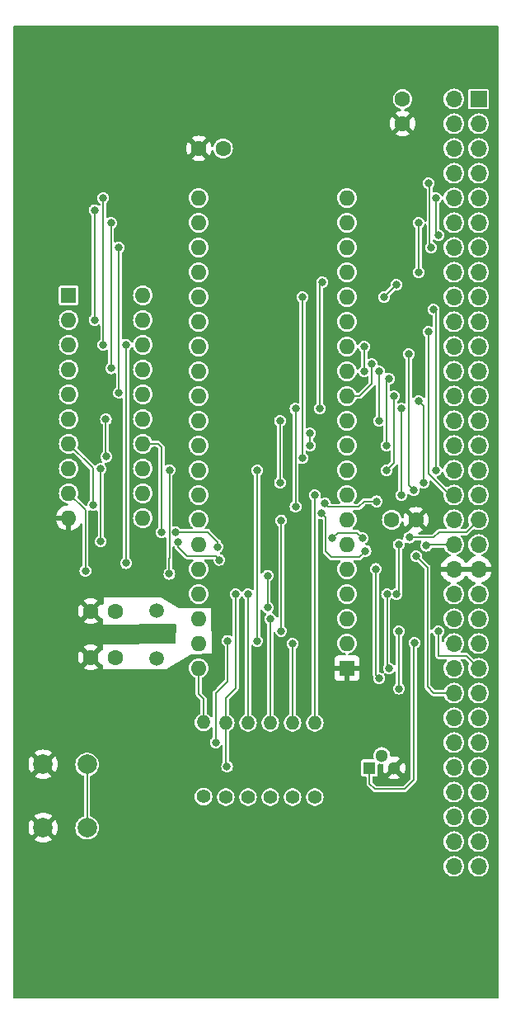
<source format=gbl>
G04 #@! TF.GenerationSoftware,KiCad,Pcbnew,(7.0.0)*
G04 #@! TF.CreationDate,2024-08-24T13:50:22-04:00*
G04 #@! TF.ProjectId,LB-6809-01,4c422d36-3830-4392-9d30-312e6b696361,2*
G04 #@! TF.SameCoordinates,Original*
G04 #@! TF.FileFunction,Copper,L2,Bot*
G04 #@! TF.FilePolarity,Positive*
%FSLAX46Y46*%
G04 Gerber Fmt 4.6, Leading zero omitted, Abs format (unit mm)*
G04 Created by KiCad (PCBNEW (7.0.0)) date 2024-08-24 13:50:22*
%MOMM*%
%LPD*%
G01*
G04 APERTURE LIST*
G04 #@! TA.AperFunction,ComponentPad*
%ADD10R,1.700000X1.700000*%
G04 #@! TD*
G04 #@! TA.AperFunction,ComponentPad*
%ADD11O,1.700000X1.700000*%
G04 #@! TD*
G04 #@! TA.AperFunction,ComponentPad*
%ADD12R,1.600000X1.600000*%
G04 #@! TD*
G04 #@! TA.AperFunction,ComponentPad*
%ADD13O,1.600000X1.600000*%
G04 #@! TD*
G04 #@! TA.AperFunction,ComponentPad*
%ADD14C,1.400000*%
G04 #@! TD*
G04 #@! TA.AperFunction,ComponentPad*
%ADD15O,1.400000X1.400000*%
G04 #@! TD*
G04 #@! TA.AperFunction,ComponentPad*
%ADD16C,1.600000*%
G04 #@! TD*
G04 #@! TA.AperFunction,ComponentPad*
%ADD17C,1.500000*%
G04 #@! TD*
G04 #@! TA.AperFunction,ComponentPad*
%ADD18C,2.000000*%
G04 #@! TD*
G04 #@! TA.AperFunction,ComponentPad*
%ADD19R,1.300000X1.300000*%
G04 #@! TD*
G04 #@! TA.AperFunction,ComponentPad*
%ADD20C,1.300000*%
G04 #@! TD*
G04 #@! TA.AperFunction,ViaPad*
%ADD21C,0.800000*%
G04 #@! TD*
G04 #@! TA.AperFunction,Conductor*
%ADD22C,0.203200*%
G04 #@! TD*
G04 APERTURE END LIST*
D10*
X179889999Y-54614999D03*
D11*
X177349999Y-54614999D03*
X179889999Y-57154999D03*
X177349999Y-57154999D03*
X179889999Y-59694999D03*
X177349999Y-59694999D03*
X179889999Y-62234999D03*
X177349999Y-62234999D03*
X179889999Y-64774999D03*
X177349999Y-64774999D03*
X179889999Y-67314999D03*
X177349999Y-67314999D03*
X179889999Y-69854999D03*
X177349999Y-69854999D03*
X179889999Y-72394999D03*
X177349999Y-72394999D03*
X179889999Y-74934999D03*
X177349999Y-74934999D03*
X179889999Y-77474999D03*
X177349999Y-77474999D03*
X179889999Y-80014999D03*
X177349999Y-80014999D03*
X179889999Y-82554999D03*
X177349999Y-82554999D03*
X179889999Y-85094999D03*
X177349999Y-85094999D03*
X179889999Y-87634999D03*
X177349999Y-87634999D03*
X179889999Y-90174999D03*
X177349999Y-90174999D03*
X179889999Y-92714999D03*
X177349999Y-92714999D03*
X179889999Y-95254999D03*
X177349999Y-95254999D03*
X179889999Y-97794999D03*
X177349999Y-97794999D03*
X179889999Y-100334999D03*
X177349999Y-100334999D03*
X179889999Y-102874999D03*
X177349999Y-102874999D03*
X179889999Y-105414999D03*
X177349999Y-105414999D03*
X179889999Y-107954999D03*
X177349999Y-107954999D03*
X179889999Y-110494999D03*
X177349999Y-110494999D03*
X179889999Y-113034999D03*
X177349999Y-113034999D03*
X179889999Y-115574999D03*
X177349999Y-115574999D03*
X179889999Y-118114999D03*
X177349999Y-118114999D03*
X179889999Y-120654999D03*
X177349999Y-120654999D03*
X179889999Y-123194999D03*
X177349999Y-123194999D03*
X179889999Y-125734999D03*
X177349999Y-125734999D03*
X179889999Y-128274999D03*
X177349999Y-128274999D03*
X179889999Y-130814999D03*
X177349999Y-130814999D03*
X179889999Y-133354999D03*
X177349999Y-133354999D03*
D12*
X166374999Y-113024999D03*
D13*
X166374999Y-110484999D03*
X166374999Y-107944999D03*
X166374999Y-105404999D03*
X166374999Y-102864999D03*
X166374999Y-100324999D03*
X166374999Y-97784999D03*
X166374999Y-95244999D03*
X166374999Y-92704999D03*
X166374999Y-90164999D03*
X166374999Y-87624999D03*
X166374999Y-85084999D03*
X166374999Y-82544999D03*
X166374999Y-80004999D03*
X166374999Y-77464999D03*
X166374999Y-74924999D03*
X166374999Y-72384999D03*
X166374999Y-69844999D03*
X166374999Y-67304999D03*
X166374999Y-64764999D03*
X151134999Y-64764999D03*
X151134999Y-67304999D03*
X151134999Y-69844999D03*
X151134999Y-72384999D03*
X151134999Y-74924999D03*
X151134999Y-77464999D03*
X151134999Y-80004999D03*
X151134999Y-82544999D03*
X151134999Y-85084999D03*
X151134999Y-87624999D03*
X151134999Y-90164999D03*
X151134999Y-92704999D03*
X151134999Y-95244999D03*
X151134999Y-97784999D03*
X151134999Y-100324999D03*
X151134999Y-102864999D03*
X151134999Y-105404999D03*
X151134999Y-107944999D03*
X151134999Y-110484999D03*
X151134999Y-113024999D03*
D14*
X153924000Y-126238000D03*
D15*
X153923999Y-118617999D03*
D14*
X158496000Y-126238000D03*
D15*
X158495999Y-118617999D03*
D14*
X163068000Y-126238000D03*
D15*
X163067999Y-118617999D03*
D14*
X156210000Y-126238000D03*
D15*
X156209999Y-118617999D03*
D14*
X151638000Y-126187200D03*
D15*
X151637999Y-118567199D03*
D16*
X140044800Y-107162600D03*
X142544800Y-107162600D03*
D17*
X146812000Y-107100200D03*
X146812000Y-111980200D03*
D12*
X137779599Y-74757199D03*
D13*
X137779599Y-77297199D03*
X137779599Y-79837199D03*
X137779599Y-82377199D03*
X137779599Y-84917199D03*
X137779599Y-87457199D03*
X137779599Y-89997199D03*
X137779599Y-92537199D03*
X137779599Y-95077199D03*
X137779599Y-97617199D03*
X145399599Y-97617199D03*
X145399599Y-95077199D03*
X145399599Y-92537199D03*
X145399599Y-89997199D03*
X145399599Y-87457199D03*
X145399599Y-84917199D03*
X145399599Y-82377199D03*
X145399599Y-79837199D03*
X145399599Y-77297199D03*
X145399599Y-74757199D03*
D16*
X151150000Y-59690000D03*
X153650000Y-59690000D03*
X172085000Y-57130000D03*
X172085000Y-54630000D03*
D18*
X135164000Y-129386400D03*
X135164000Y-122886400D03*
X139664000Y-129386400D03*
X139664000Y-122886400D03*
D19*
X168681399Y-123245199D03*
D20*
X169951400Y-121975200D03*
X171221400Y-123245200D03*
D14*
X160782000Y-126238000D03*
D15*
X160781999Y-118617999D03*
D16*
X140044800Y-111912400D03*
X142544800Y-111912400D03*
X173462000Y-97790000D03*
X170962000Y-97790000D03*
D21*
X173736000Y-72390000D03*
X173736000Y-67310000D03*
X140436600Y-66014600D03*
X175768000Y-68580000D03*
X140436600Y-77292200D03*
X175514000Y-64770000D03*
X141325600Y-64765000D03*
X175011000Y-69855000D03*
X174752000Y-63246000D03*
X141325600Y-79832200D03*
X142138400Y-67335400D03*
X142138400Y-82245200D03*
X142925800Y-69850000D03*
X142951200Y-84759800D03*
X174752000Y-78486000D03*
X173228000Y-94742000D03*
X172720000Y-80772000D03*
X175260000Y-76200000D03*
X175514000Y-92710000D03*
X161798000Y-74930000D03*
X161798000Y-91440000D03*
X171958000Y-95250000D03*
X171958000Y-86360000D03*
X171196000Y-85090000D03*
X170434000Y-92710000D03*
X173736000Y-85598000D03*
X174244000Y-93980000D03*
X170688000Y-83312000D03*
X170434000Y-90170000D03*
X163576000Y-86360000D03*
X163830000Y-73406000D03*
X169672000Y-82550000D03*
X169672000Y-87630000D03*
X162560000Y-88900000D03*
X162560000Y-90170000D03*
X168910000Y-81788000D03*
X159486600Y-93980000D03*
X159486600Y-87630000D03*
X168148000Y-82550000D03*
X168148000Y-80010000D03*
X171450000Y-73660000D03*
X170180000Y-74930000D03*
X154051000Y-123113800D03*
X173309095Y-110408905D03*
X154940000Y-105410000D03*
X141071600Y-92583000D03*
X171678600Y-100330000D03*
X148996400Y-100050600D03*
X171450000Y-105410000D03*
X153263600Y-101904800D03*
X141071600Y-99999800D03*
X158496000Y-107950000D03*
X159607303Y-97856801D03*
X159613600Y-109194600D03*
X140284200Y-96291400D03*
X160782000Y-110490000D03*
X171704000Y-109220000D03*
X171704000Y-115112800D03*
X175768000Y-109220000D03*
X158216600Y-106781600D03*
X139496800Y-103022400D03*
X158216600Y-103518500D03*
X169672000Y-114046000D03*
X169341800Y-102844600D03*
X143662400Y-102235000D03*
X173469300Y-101511100D03*
X143687800Y-79832200D03*
X163068000Y-95250000D03*
X141630400Y-91313000D03*
X157149800Y-110210600D03*
X141605000Y-87477600D03*
X152882600Y-120624600D03*
X154127200Y-110210600D03*
X157149800Y-92710000D03*
X156210000Y-105410000D03*
X170683000Y-113035000D03*
X170498097Y-105410000D03*
X153085800Y-100558600D03*
X164871400Y-99644200D03*
X167944800Y-99669600D03*
X147320000Y-99060000D03*
X172765905Y-99613905D03*
X148786300Y-99060000D03*
X164109400Y-96113600D03*
X161086800Y-86385400D03*
X161086800Y-96443800D03*
X169418000Y-95898500D03*
X148132800Y-92684600D03*
X148124995Y-103335005D03*
X163721500Y-97097300D03*
X168275000Y-100978500D03*
X174498000Y-100457000D03*
D22*
X173736000Y-67310000D02*
X173736000Y-72390000D01*
X175514000Y-68326000D02*
X175514000Y-64770000D01*
X140436600Y-77292200D02*
X140436600Y-66014600D01*
X175768000Y-68580000D02*
X175514000Y-68326000D01*
X174860489Y-69704489D02*
X174860489Y-63354489D01*
X174860489Y-63354489D02*
X174752000Y-63246000D01*
X141325600Y-79832200D02*
X141325600Y-64765000D01*
X175011000Y-69855000D02*
X174860489Y-69704489D01*
X142138400Y-82245200D02*
X142138400Y-67335400D01*
X142951200Y-69875400D02*
X142925800Y-69850000D01*
X142951200Y-84759800D02*
X142951200Y-69875400D01*
X174752000Y-93055795D02*
X176951205Y-95255000D01*
X174752000Y-78486000D02*
X174752000Y-93055795D01*
X172720000Y-94234000D02*
X172720000Y-80772000D01*
X173228000Y-94742000D02*
X172720000Y-94234000D01*
X175514000Y-92710000D02*
X175514000Y-76454000D01*
X175514000Y-76454000D02*
X175260000Y-76200000D01*
X161798000Y-91440000D02*
X161798000Y-74930000D01*
X171958000Y-86360000D02*
X171958000Y-95250000D01*
X171196000Y-91948000D02*
X170434000Y-92710000D01*
X171196000Y-85090000D02*
X171196000Y-91948000D01*
X174244000Y-86106000D02*
X173736000Y-85598000D01*
X174244000Y-93980000D02*
X174244000Y-86106000D01*
X170434000Y-90170000D02*
X170434000Y-83566000D01*
X170434000Y-83566000D02*
X170688000Y-83312000D01*
X163576000Y-73660000D02*
X163830000Y-73406000D01*
X163576000Y-86360000D02*
X163576000Y-73660000D01*
X169672000Y-87630000D02*
X169672000Y-82550000D01*
X162560000Y-88900000D02*
X162560000Y-89916000D01*
X162560000Y-89916000D02*
X162560000Y-90170000D01*
X168910000Y-83820000D02*
X168910000Y-81788000D01*
X167645000Y-85085000D02*
X166375000Y-85085000D01*
X168910000Y-83820000D02*
X167645000Y-85085000D01*
X159486600Y-87630000D02*
X159486600Y-93980000D01*
X168148000Y-82550000D02*
X168148000Y-80010000D01*
X171450000Y-73660000D02*
X170180000Y-74930000D01*
X172288200Y-125425200D02*
X173228000Y-124485400D01*
X154051000Y-123113800D02*
X153924000Y-122986800D01*
X169240200Y-125425200D02*
X172288200Y-125425200D01*
X154940000Y-105410000D02*
X154940000Y-115062000D01*
X139664000Y-122886400D02*
X139664000Y-129386400D01*
X173228000Y-110490000D02*
X173309095Y-110408905D01*
X153924000Y-118618000D02*
X153924000Y-116078000D01*
X153924000Y-122986800D02*
X153924000Y-118618000D01*
X168681400Y-124866400D02*
X169240200Y-125425200D01*
X168681400Y-123245200D02*
X168681400Y-124866400D01*
X153924000Y-116078000D02*
X154940000Y-115062000D01*
X173228000Y-124485400D02*
X173228000Y-110490000D01*
X148996400Y-100050600D02*
X148996400Y-100584000D01*
X141071600Y-99999800D02*
X141071600Y-92583000D01*
X171704000Y-105156000D02*
X171704000Y-100355400D01*
X153263600Y-101904800D02*
X152882600Y-101523800D01*
X171704000Y-100355400D02*
X171678600Y-100330000D01*
X148996400Y-100584000D02*
X149936200Y-101523800D01*
X171450000Y-105410000D02*
X171704000Y-105156000D01*
X149936200Y-101523800D02*
X152882600Y-101523800D01*
X158496000Y-118618000D02*
X158496000Y-107950000D01*
X140284200Y-92501800D02*
X137779600Y-89997200D01*
X159613600Y-109194600D02*
X159613600Y-97863098D01*
X159613600Y-97863098D02*
X159607303Y-97856801D01*
X140284200Y-96291400D02*
X140284200Y-92501800D01*
X160782000Y-118618000D02*
X160782000Y-110490000D01*
X179890000Y-113035000D02*
X178615000Y-111760000D01*
X175768000Y-111760000D02*
X178615000Y-111760000D01*
X151638000Y-118567200D02*
X151638000Y-116179600D01*
X151135000Y-115676600D02*
X151135000Y-113025000D01*
X175768000Y-111760000D02*
X175768000Y-109220000D01*
X151638000Y-116179600D02*
X151135000Y-115676600D01*
X171704000Y-115112800D02*
X171704000Y-109220000D01*
X139496800Y-96794400D02*
X137779600Y-95077200D01*
X139496800Y-103022400D02*
X139496800Y-96794400D01*
X169341800Y-102844600D02*
X169341800Y-113715800D01*
X158216600Y-106781600D02*
X158216600Y-103518500D01*
X169341800Y-113715800D02*
X169672000Y-114046000D01*
X174650400Y-102692200D02*
X173469300Y-101511100D01*
X174650400Y-114935000D02*
X174650400Y-102692200D01*
X143687800Y-79832200D02*
X143687800Y-102209600D01*
X174650400Y-114935000D02*
X175290400Y-115575000D01*
X175290400Y-115575000D02*
X177350000Y-115575000D01*
X143687800Y-102209600D02*
X143662400Y-102235000D01*
X163068000Y-118618000D02*
X163068000Y-95250000D01*
X141605000Y-91287600D02*
X141630400Y-91313000D01*
X157149800Y-92710000D02*
X157149800Y-110210600D01*
X152882600Y-115595400D02*
X154127200Y-114350800D01*
X152882600Y-120624600D02*
X152882600Y-115595400D01*
X141605000Y-87477600D02*
X141605000Y-91287600D01*
X154127200Y-114350800D02*
X154127200Y-110210600D01*
X170498097Y-112850097D02*
X170683000Y-113035000D01*
X170498097Y-105410000D02*
X170498097Y-112850097D01*
X156210000Y-118618000D02*
X156210000Y-105410000D01*
X147320000Y-99060000D02*
X147320000Y-90373200D01*
X172765905Y-99613905D02*
X175298100Y-99613905D01*
X175844200Y-99067805D02*
X178617195Y-99067805D01*
X179890000Y-97795000D02*
X178617195Y-99067805D01*
X148786300Y-99060000D02*
X152095200Y-99060000D01*
X152095200Y-99060000D02*
X153085800Y-100050600D01*
X164871400Y-99644200D02*
X165404800Y-99110800D01*
X175298100Y-99613905D02*
X175844200Y-99067805D01*
X165404800Y-99110800D02*
X167386000Y-99110800D01*
X147320000Y-90373200D02*
X146944000Y-89997200D01*
X146944000Y-89997200D02*
X145399600Y-89997200D01*
X153085800Y-100558600D02*
X153085800Y-100050600D01*
X167386000Y-99110800D02*
X167944800Y-99669600D01*
X169418000Y-95898500D02*
X168134500Y-95898500D01*
X168134500Y-95898500D02*
X167563800Y-96469200D01*
X167563800Y-96469200D02*
X164465000Y-96469200D01*
X161086800Y-86385400D02*
X161086800Y-96443800D01*
X164465000Y-96469200D02*
X164109400Y-96113600D01*
X148132800Y-101650800D02*
X148132800Y-92684600D01*
X148124995Y-103335005D02*
X148124995Y-101658605D01*
X148124995Y-101658605D02*
X148132800Y-101650800D01*
X167640000Y-101625400D02*
X164762900Y-101625400D01*
X177350000Y-100335000D02*
X174620000Y-100335000D01*
X174620000Y-100335000D02*
X174498000Y-100457000D01*
X168275000Y-101066600D02*
X168198800Y-101066600D01*
X168275000Y-100978500D02*
X168275000Y-101066600D01*
X164185600Y-99390200D02*
X164185600Y-97561400D01*
X164185600Y-97561400D02*
X163721500Y-97097300D01*
X164185600Y-101048100D02*
X164185600Y-99390200D01*
X164762900Y-101625400D02*
X164185600Y-101048100D01*
X168198800Y-101066600D02*
X167640000Y-101625400D01*
G04 #@! TA.AperFunction,Conductor*
G36*
X181861500Y-47092381D02*
G01*
X181907619Y-47138500D01*
X181924500Y-47201500D01*
X181924500Y-146798500D01*
X181907619Y-146861500D01*
X181861500Y-146907619D01*
X181798500Y-146924500D01*
X132206000Y-146924500D01*
X132143000Y-146907619D01*
X132096881Y-146861500D01*
X132080000Y-146798500D01*
X132080000Y-133355000D01*
X176291202Y-133355000D01*
X176291809Y-133361163D01*
X176310939Y-133555397D01*
X176310940Y-133555405D01*
X176311547Y-133561561D01*
X176371798Y-133760184D01*
X176469642Y-133943237D01*
X176601317Y-134103683D01*
X176761763Y-134235358D01*
X176944816Y-134333202D01*
X177143439Y-134393453D01*
X177350000Y-134413798D01*
X177556561Y-134393453D01*
X177755184Y-134333202D01*
X177938237Y-134235358D01*
X178098683Y-134103683D01*
X178230358Y-133943237D01*
X178328202Y-133760184D01*
X178388453Y-133561561D01*
X178408798Y-133355000D01*
X178831202Y-133355000D01*
X178831809Y-133361163D01*
X178850939Y-133555397D01*
X178850940Y-133555405D01*
X178851547Y-133561561D01*
X178911798Y-133760184D01*
X179009642Y-133943237D01*
X179141317Y-134103683D01*
X179301763Y-134235358D01*
X179484816Y-134333202D01*
X179683439Y-134393453D01*
X179890000Y-134413798D01*
X180096561Y-134393453D01*
X180295184Y-134333202D01*
X180478237Y-134235358D01*
X180638683Y-134103683D01*
X180770358Y-133943237D01*
X180868202Y-133760184D01*
X180928453Y-133561561D01*
X180948798Y-133355000D01*
X180928453Y-133148439D01*
X180868202Y-132949816D01*
X180770358Y-132766763D01*
X180638683Y-132606317D01*
X180478237Y-132474642D01*
X180295184Y-132376798D01*
X180289263Y-132375002D01*
X180289261Y-132375001D01*
X180102483Y-132318343D01*
X180102479Y-132318342D01*
X180096561Y-132316547D01*
X180090405Y-132315940D01*
X180090397Y-132315939D01*
X179896163Y-132296809D01*
X179890000Y-132296202D01*
X179883837Y-132296809D01*
X179689602Y-132315939D01*
X179689592Y-132315940D01*
X179683439Y-132316547D01*
X179677522Y-132318341D01*
X179677516Y-132318343D01*
X179490738Y-132375001D01*
X179490732Y-132375003D01*
X179484816Y-132376798D01*
X179479358Y-132379715D01*
X179479354Y-132379717D01*
X179307222Y-132471724D01*
X179301763Y-132474642D01*
X179296984Y-132478563D01*
X179296978Y-132478568D01*
X179146096Y-132602394D01*
X179146090Y-132602399D01*
X179141317Y-132606317D01*
X179137399Y-132611090D01*
X179137394Y-132611096D01*
X179013568Y-132761978D01*
X179013563Y-132761984D01*
X179009642Y-132766763D01*
X179006724Y-132772221D01*
X179006724Y-132772222D01*
X178914717Y-132944354D01*
X178914715Y-132944358D01*
X178911798Y-132949816D01*
X178910003Y-132955732D01*
X178910001Y-132955738D01*
X178853343Y-133142516D01*
X178853341Y-133142522D01*
X178851547Y-133148439D01*
X178850940Y-133154592D01*
X178850939Y-133154602D01*
X178831809Y-133348837D01*
X178831202Y-133355000D01*
X178408798Y-133355000D01*
X178388453Y-133148439D01*
X178328202Y-132949816D01*
X178230358Y-132766763D01*
X178098683Y-132606317D01*
X177938237Y-132474642D01*
X177755184Y-132376798D01*
X177749263Y-132375002D01*
X177749261Y-132375001D01*
X177562483Y-132318343D01*
X177562479Y-132318342D01*
X177556561Y-132316547D01*
X177550405Y-132315940D01*
X177550397Y-132315939D01*
X177356163Y-132296809D01*
X177350000Y-132296202D01*
X177343837Y-132296809D01*
X177149602Y-132315939D01*
X177149592Y-132315940D01*
X177143439Y-132316547D01*
X177137522Y-132318341D01*
X177137516Y-132318343D01*
X176950738Y-132375001D01*
X176950732Y-132375003D01*
X176944816Y-132376798D01*
X176939358Y-132379715D01*
X176939354Y-132379717D01*
X176767222Y-132471724D01*
X176761763Y-132474642D01*
X176756984Y-132478563D01*
X176756978Y-132478568D01*
X176606096Y-132602394D01*
X176606090Y-132602399D01*
X176601317Y-132606317D01*
X176597399Y-132611090D01*
X176597394Y-132611096D01*
X176473568Y-132761978D01*
X176473563Y-132761984D01*
X176469642Y-132766763D01*
X176466724Y-132772221D01*
X176466724Y-132772222D01*
X176374717Y-132944354D01*
X176374715Y-132944358D01*
X176371798Y-132949816D01*
X176370003Y-132955732D01*
X176370001Y-132955738D01*
X176313343Y-133142516D01*
X176313341Y-133142522D01*
X176311547Y-133148439D01*
X176310940Y-133154592D01*
X176310939Y-133154602D01*
X176291809Y-133348837D01*
X176291202Y-133355000D01*
X132080000Y-133355000D01*
X132080000Y-130619019D01*
X134294183Y-130619019D01*
X134302286Y-130626965D01*
X134473044Y-130731606D01*
X134481839Y-130736087D01*
X134691987Y-130823133D01*
X134701373Y-130826183D01*
X134922554Y-130879284D01*
X134932300Y-130880828D01*
X135159070Y-130898675D01*
X135168930Y-130898675D01*
X135395699Y-130880828D01*
X135405445Y-130879284D01*
X135626626Y-130826183D01*
X135636012Y-130823133D01*
X135655647Y-130815000D01*
X176291202Y-130815000D01*
X176291809Y-130821163D01*
X176310939Y-131015397D01*
X176310940Y-131015405D01*
X176311547Y-131021561D01*
X176371798Y-131220184D01*
X176469642Y-131403237D01*
X176601317Y-131563683D01*
X176761763Y-131695358D01*
X176944816Y-131793202D01*
X177143439Y-131853453D01*
X177350000Y-131873798D01*
X177556561Y-131853453D01*
X177755184Y-131793202D01*
X177938237Y-131695358D01*
X178098683Y-131563683D01*
X178230358Y-131403237D01*
X178328202Y-131220184D01*
X178388453Y-131021561D01*
X178408798Y-130815000D01*
X178831202Y-130815000D01*
X178831809Y-130821163D01*
X178850939Y-131015397D01*
X178850940Y-131015405D01*
X178851547Y-131021561D01*
X178911798Y-131220184D01*
X179009642Y-131403237D01*
X179141317Y-131563683D01*
X179301763Y-131695358D01*
X179484816Y-131793202D01*
X179683439Y-131853453D01*
X179890000Y-131873798D01*
X180096561Y-131853453D01*
X180295184Y-131793202D01*
X180478237Y-131695358D01*
X180638683Y-131563683D01*
X180770358Y-131403237D01*
X180868202Y-131220184D01*
X180928453Y-131021561D01*
X180948798Y-130815000D01*
X180928453Y-130608439D01*
X180868202Y-130409816D01*
X180770358Y-130226763D01*
X180638683Y-130066317D01*
X180585634Y-130022781D01*
X180483021Y-129938568D01*
X180483020Y-129938567D01*
X180478237Y-129934642D01*
X180295184Y-129836798D01*
X180289263Y-129835002D01*
X180289261Y-129835001D01*
X180102483Y-129778343D01*
X180102479Y-129778342D01*
X180096561Y-129776547D01*
X180090405Y-129775940D01*
X180090397Y-129775939D01*
X179896163Y-129756809D01*
X179890000Y-129756202D01*
X179883837Y-129756809D01*
X179689602Y-129775939D01*
X179689592Y-129775940D01*
X179683439Y-129776547D01*
X179677522Y-129778341D01*
X179677516Y-129778343D01*
X179490738Y-129835001D01*
X179490732Y-129835003D01*
X179484816Y-129836798D01*
X179479358Y-129839715D01*
X179479354Y-129839717D01*
X179307222Y-129931724D01*
X179301763Y-129934642D01*
X179296984Y-129938563D01*
X179296978Y-129938568D01*
X179146096Y-130062394D01*
X179146090Y-130062399D01*
X179141317Y-130066317D01*
X179137399Y-130071090D01*
X179137394Y-130071096D01*
X179013568Y-130221978D01*
X179013563Y-130221984D01*
X179009642Y-130226763D01*
X179006724Y-130232221D01*
X179006724Y-130232222D01*
X178914717Y-130404354D01*
X178914715Y-130404358D01*
X178911798Y-130409816D01*
X178910003Y-130415732D01*
X178910001Y-130415738D01*
X178853343Y-130602516D01*
X178853341Y-130602522D01*
X178851547Y-130608439D01*
X178850940Y-130614592D01*
X178850939Y-130614602D01*
X178838974Y-130736087D01*
X178831202Y-130815000D01*
X178408798Y-130815000D01*
X178388453Y-130608439D01*
X178328202Y-130409816D01*
X178230358Y-130226763D01*
X178098683Y-130066317D01*
X178045634Y-130022781D01*
X177943021Y-129938568D01*
X177943020Y-129938567D01*
X177938237Y-129934642D01*
X177755184Y-129836798D01*
X177749263Y-129835002D01*
X177749261Y-129835001D01*
X177562483Y-129778343D01*
X177562479Y-129778342D01*
X177556561Y-129776547D01*
X177550405Y-129775940D01*
X177550397Y-129775939D01*
X177356163Y-129756809D01*
X177350000Y-129756202D01*
X177343837Y-129756809D01*
X177149602Y-129775939D01*
X177149592Y-129775940D01*
X177143439Y-129776547D01*
X177137522Y-129778341D01*
X177137516Y-129778343D01*
X176950738Y-129835001D01*
X176950732Y-129835003D01*
X176944816Y-129836798D01*
X176939358Y-129839715D01*
X176939354Y-129839717D01*
X176767222Y-129931724D01*
X176761763Y-129934642D01*
X176756984Y-129938563D01*
X176756978Y-129938568D01*
X176606096Y-130062394D01*
X176606090Y-130062399D01*
X176601317Y-130066317D01*
X176597399Y-130071090D01*
X176597394Y-130071096D01*
X176473568Y-130221978D01*
X176473563Y-130221984D01*
X176469642Y-130226763D01*
X176466724Y-130232221D01*
X176466724Y-130232222D01*
X176374717Y-130404354D01*
X176374715Y-130404358D01*
X176371798Y-130409816D01*
X176370003Y-130415732D01*
X176370001Y-130415738D01*
X176313343Y-130602516D01*
X176313341Y-130602522D01*
X176311547Y-130608439D01*
X176310940Y-130614592D01*
X176310939Y-130614602D01*
X176298974Y-130736087D01*
X176291202Y-130815000D01*
X135655647Y-130815000D01*
X135846162Y-130736086D01*
X135854957Y-130731605D01*
X136025708Y-130626968D01*
X136033814Y-130619019D01*
X136027787Y-130609397D01*
X135175729Y-129757339D01*
X135163999Y-129750567D01*
X135152271Y-129757338D01*
X134300208Y-130609400D01*
X134294183Y-130619019D01*
X132080000Y-130619019D01*
X132080000Y-129391330D01*
X133651725Y-129391330D01*
X133669571Y-129618099D01*
X133671115Y-129627845D01*
X133724216Y-129849026D01*
X133727266Y-129858412D01*
X133814312Y-130068560D01*
X133818793Y-130077355D01*
X133923433Y-130248112D01*
X133931379Y-130256216D01*
X133940997Y-130250191D01*
X134793059Y-129398130D01*
X134799832Y-129386399D01*
X135528167Y-129386399D01*
X135534939Y-129398129D01*
X136386997Y-130250187D01*
X136396619Y-130256214D01*
X136404568Y-130248108D01*
X136509205Y-130077357D01*
X136513686Y-130068562D01*
X136600733Y-129858412D01*
X136603783Y-129849026D01*
X136656884Y-129627845D01*
X136658428Y-129618099D01*
X136676275Y-129391330D01*
X136676275Y-129386400D01*
X138455143Y-129386400D01*
X138455680Y-129392195D01*
X138475188Y-129602729D01*
X138475189Y-129602736D01*
X138475726Y-129608527D01*
X138477319Y-129614128D01*
X138477320Y-129614130D01*
X138535178Y-129817483D01*
X138535180Y-129817489D01*
X138536774Y-129823090D01*
X138636209Y-130022781D01*
X138639718Y-130027428D01*
X138639719Y-130027429D01*
X138767131Y-130196151D01*
X138767135Y-130196155D01*
X138770644Y-130200802D01*
X138774946Y-130204724D01*
X138774949Y-130204727D01*
X138824817Y-130250187D01*
X138935501Y-130351089D01*
X138940455Y-130354156D01*
X138940456Y-130354157D01*
X139120215Y-130465459D01*
X139120219Y-130465461D01*
X139125166Y-130468524D01*
X139333181Y-130549110D01*
X139552461Y-130590100D01*
X139769711Y-130590100D01*
X139775539Y-130590100D01*
X139994819Y-130549110D01*
X140202834Y-130468524D01*
X140392499Y-130351089D01*
X140557356Y-130200802D01*
X140691791Y-130022781D01*
X140791226Y-129823090D01*
X140852274Y-129608527D01*
X140872857Y-129386400D01*
X140852274Y-129164273D01*
X140791226Y-128949710D01*
X140691791Y-128750019D01*
X140557356Y-128571998D01*
X140553053Y-128568075D01*
X140553050Y-128568072D01*
X140458151Y-128481561D01*
X140392499Y-128421711D01*
X140387545Y-128418644D01*
X140387543Y-128418642D01*
X140207784Y-128307340D01*
X140207776Y-128307336D01*
X140202834Y-128304276D01*
X140197403Y-128302172D01*
X140197401Y-128302171D01*
X140127265Y-128275000D01*
X176291202Y-128275000D01*
X176291809Y-128281163D01*
X176310939Y-128475397D01*
X176310940Y-128475405D01*
X176311547Y-128481561D01*
X176313342Y-128487479D01*
X176313343Y-128487483D01*
X176338980Y-128571998D01*
X176371798Y-128680184D01*
X176469642Y-128863237D01*
X176473567Y-128868020D01*
X176473568Y-128868021D01*
X176594568Y-129015460D01*
X176601317Y-129023683D01*
X176761763Y-129155358D01*
X176944816Y-129253202D01*
X177143439Y-129313453D01*
X177350000Y-129333798D01*
X177556561Y-129313453D01*
X177755184Y-129253202D01*
X177938237Y-129155358D01*
X178098683Y-129023683D01*
X178230358Y-128863237D01*
X178328202Y-128680184D01*
X178388453Y-128481561D01*
X178408798Y-128275000D01*
X178831202Y-128275000D01*
X178831809Y-128281163D01*
X178850939Y-128475397D01*
X178850940Y-128475405D01*
X178851547Y-128481561D01*
X178853342Y-128487479D01*
X178853343Y-128487483D01*
X178878980Y-128571998D01*
X178911798Y-128680184D01*
X179009642Y-128863237D01*
X179013567Y-128868020D01*
X179013568Y-128868021D01*
X179134568Y-129015460D01*
X179141317Y-129023683D01*
X179301763Y-129155358D01*
X179484816Y-129253202D01*
X179683439Y-129313453D01*
X179890000Y-129333798D01*
X180096561Y-129313453D01*
X180295184Y-129253202D01*
X180478237Y-129155358D01*
X180638683Y-129023683D01*
X180770358Y-128863237D01*
X180868202Y-128680184D01*
X180928453Y-128481561D01*
X180948798Y-128275000D01*
X180928453Y-128068439D01*
X180868202Y-127869816D01*
X180770358Y-127686763D01*
X180638683Y-127526317D01*
X180478237Y-127394642D01*
X180295184Y-127296798D01*
X180289263Y-127295002D01*
X180289261Y-127295001D01*
X180102483Y-127238343D01*
X180102479Y-127238342D01*
X180096561Y-127236547D01*
X180090405Y-127235940D01*
X180090397Y-127235939D01*
X179896163Y-127216809D01*
X179890000Y-127216202D01*
X179883837Y-127216809D01*
X179689602Y-127235939D01*
X179689592Y-127235940D01*
X179683439Y-127236547D01*
X179677522Y-127238341D01*
X179677516Y-127238343D01*
X179490738Y-127295001D01*
X179490732Y-127295003D01*
X179484816Y-127296798D01*
X179479358Y-127299715D01*
X179479354Y-127299717D01*
X179307222Y-127391724D01*
X179301763Y-127394642D01*
X179296984Y-127398563D01*
X179296978Y-127398568D01*
X179146096Y-127522394D01*
X179146090Y-127522399D01*
X179141317Y-127526317D01*
X179137399Y-127531090D01*
X179137394Y-127531096D01*
X179013568Y-127681978D01*
X179013563Y-127681984D01*
X179009642Y-127686763D01*
X179006724Y-127692221D01*
X179006724Y-127692222D01*
X178914717Y-127864354D01*
X178914715Y-127864358D01*
X178911798Y-127869816D01*
X178910003Y-127875732D01*
X178910001Y-127875738D01*
X178853343Y-128062516D01*
X178853341Y-128062522D01*
X178851547Y-128068439D01*
X178850940Y-128074592D01*
X178850939Y-128074602D01*
X178834158Y-128244983D01*
X178831202Y-128275000D01*
X178408798Y-128275000D01*
X178388453Y-128068439D01*
X178328202Y-127869816D01*
X178230358Y-127686763D01*
X178098683Y-127526317D01*
X177938237Y-127394642D01*
X177755184Y-127296798D01*
X177749263Y-127295002D01*
X177749261Y-127295001D01*
X177562483Y-127238343D01*
X177562479Y-127238342D01*
X177556561Y-127236547D01*
X177550405Y-127235940D01*
X177550397Y-127235939D01*
X177356163Y-127216809D01*
X177350000Y-127216202D01*
X177343837Y-127216809D01*
X177149602Y-127235939D01*
X177149592Y-127235940D01*
X177143439Y-127236547D01*
X177137522Y-127238341D01*
X177137516Y-127238343D01*
X176950738Y-127295001D01*
X176950732Y-127295003D01*
X176944816Y-127296798D01*
X176939358Y-127299715D01*
X176939354Y-127299717D01*
X176767222Y-127391724D01*
X176761763Y-127394642D01*
X176756984Y-127398563D01*
X176756978Y-127398568D01*
X176606096Y-127522394D01*
X176606090Y-127522399D01*
X176601317Y-127526317D01*
X176597399Y-127531090D01*
X176597394Y-127531096D01*
X176473568Y-127681978D01*
X176473563Y-127681984D01*
X176469642Y-127686763D01*
X176466724Y-127692221D01*
X176466724Y-127692222D01*
X176374717Y-127864354D01*
X176374715Y-127864358D01*
X176371798Y-127869816D01*
X176370003Y-127875732D01*
X176370001Y-127875738D01*
X176313343Y-128062516D01*
X176313341Y-128062522D01*
X176311547Y-128068439D01*
X176310940Y-128074592D01*
X176310939Y-128074602D01*
X176294158Y-128244983D01*
X176291202Y-128275000D01*
X140127265Y-128275000D01*
X140049783Y-128244983D01*
X140007587Y-128217949D01*
X139979266Y-128176605D01*
X139969300Y-128127492D01*
X139969300Y-126187200D01*
X150729322Y-126187200D01*
X150749179Y-126376125D01*
X150807881Y-126556793D01*
X150902864Y-126721308D01*
X150907280Y-126726213D01*
X150907282Y-126726215D01*
X150968134Y-126793798D01*
X151029976Y-126862479D01*
X151183661Y-126974138D01*
X151357203Y-127051404D01*
X151543017Y-127090900D01*
X151726380Y-127090900D01*
X151732983Y-127090900D01*
X151918797Y-127051404D01*
X152092339Y-126974138D01*
X152246024Y-126862479D01*
X152373136Y-126721308D01*
X152468119Y-126556793D01*
X152526821Y-126376125D01*
X152541339Y-126238000D01*
X153015322Y-126238000D01*
X153035179Y-126426925D01*
X153037218Y-126433202D01*
X153037219Y-126433204D01*
X153053621Y-126483683D01*
X153093881Y-126607593D01*
X153188864Y-126772108D01*
X153193280Y-126777013D01*
X153193282Y-126777015D01*
X153273727Y-126866358D01*
X153315976Y-126913279D01*
X153469661Y-127024938D01*
X153643203Y-127102204D01*
X153829017Y-127141700D01*
X154012380Y-127141700D01*
X154018983Y-127141700D01*
X154204797Y-127102204D01*
X154378339Y-127024938D01*
X154532024Y-126913279D01*
X154659136Y-126772108D01*
X154754119Y-126607593D01*
X154812821Y-126426925D01*
X154832678Y-126238000D01*
X155301322Y-126238000D01*
X155321179Y-126426925D01*
X155323218Y-126433202D01*
X155323219Y-126433204D01*
X155339621Y-126483683D01*
X155379881Y-126607593D01*
X155474864Y-126772108D01*
X155479280Y-126777013D01*
X155479282Y-126777015D01*
X155559727Y-126866358D01*
X155601976Y-126913279D01*
X155755661Y-127024938D01*
X155929203Y-127102204D01*
X156115017Y-127141700D01*
X156298380Y-127141700D01*
X156304983Y-127141700D01*
X156490797Y-127102204D01*
X156664339Y-127024938D01*
X156818024Y-126913279D01*
X156945136Y-126772108D01*
X157040119Y-126607593D01*
X157098821Y-126426925D01*
X157118678Y-126238000D01*
X157587322Y-126238000D01*
X157607179Y-126426925D01*
X157609218Y-126433202D01*
X157609219Y-126433204D01*
X157625621Y-126483683D01*
X157665881Y-126607593D01*
X157760864Y-126772108D01*
X157765280Y-126777013D01*
X157765282Y-126777015D01*
X157845727Y-126866358D01*
X157887976Y-126913279D01*
X158041661Y-127024938D01*
X158215203Y-127102204D01*
X158401017Y-127141700D01*
X158584380Y-127141700D01*
X158590983Y-127141700D01*
X158776797Y-127102204D01*
X158950339Y-127024938D01*
X159104024Y-126913279D01*
X159231136Y-126772108D01*
X159326119Y-126607593D01*
X159384821Y-126426925D01*
X159404678Y-126238000D01*
X159873322Y-126238000D01*
X159893179Y-126426925D01*
X159895218Y-126433202D01*
X159895219Y-126433204D01*
X159911621Y-126483683D01*
X159951881Y-126607593D01*
X160046864Y-126772108D01*
X160051280Y-126777013D01*
X160051282Y-126777015D01*
X160131727Y-126866358D01*
X160173976Y-126913279D01*
X160327661Y-127024938D01*
X160501203Y-127102204D01*
X160687017Y-127141700D01*
X160870380Y-127141700D01*
X160876983Y-127141700D01*
X161062797Y-127102204D01*
X161236339Y-127024938D01*
X161390024Y-126913279D01*
X161517136Y-126772108D01*
X161612119Y-126607593D01*
X161670821Y-126426925D01*
X161690678Y-126238000D01*
X162159322Y-126238000D01*
X162179179Y-126426925D01*
X162181218Y-126433202D01*
X162181219Y-126433204D01*
X162197621Y-126483683D01*
X162237881Y-126607593D01*
X162332864Y-126772108D01*
X162337280Y-126777013D01*
X162337282Y-126777015D01*
X162417727Y-126866358D01*
X162459976Y-126913279D01*
X162613661Y-127024938D01*
X162787203Y-127102204D01*
X162973017Y-127141700D01*
X163156380Y-127141700D01*
X163162983Y-127141700D01*
X163348797Y-127102204D01*
X163522339Y-127024938D01*
X163676024Y-126913279D01*
X163803136Y-126772108D01*
X163898119Y-126607593D01*
X163956821Y-126426925D01*
X163976678Y-126238000D01*
X163956821Y-126049075D01*
X163898119Y-125868407D01*
X163803136Y-125703892D01*
X163797010Y-125697088D01*
X163680439Y-125567624D01*
X163680437Y-125567622D01*
X163676024Y-125562721D01*
X163522339Y-125451062D01*
X163348797Y-125373796D01*
X163342344Y-125372424D01*
X163342340Y-125372423D01*
X163169439Y-125335672D01*
X163169436Y-125335671D01*
X163162983Y-125334300D01*
X162973017Y-125334300D01*
X162966564Y-125335671D01*
X162966560Y-125335672D01*
X162793659Y-125372423D01*
X162793652Y-125372425D01*
X162787203Y-125373796D01*
X162781173Y-125376480D01*
X162781172Y-125376481D01*
X162619691Y-125448377D01*
X162619688Y-125448378D01*
X162613661Y-125451062D01*
X162608320Y-125454942D01*
X162608319Y-125454943D01*
X162465315Y-125558841D01*
X162465309Y-125558846D01*
X162459976Y-125562721D01*
X162455566Y-125567617D01*
X162455560Y-125567624D01*
X162337282Y-125698984D01*
X162337276Y-125698991D01*
X162332864Y-125703892D01*
X162329563Y-125709608D01*
X162329561Y-125709612D01*
X162267210Y-125817607D01*
X162237881Y-125868407D01*
X162235839Y-125874689D01*
X162235839Y-125874691D01*
X162195685Y-125998275D01*
X162179179Y-126049075D01*
X162178489Y-126055636D01*
X162178489Y-126055638D01*
X162169603Y-126140184D01*
X162159322Y-126238000D01*
X161690678Y-126238000D01*
X161670821Y-126049075D01*
X161612119Y-125868407D01*
X161517136Y-125703892D01*
X161511010Y-125697088D01*
X161394439Y-125567624D01*
X161394437Y-125567622D01*
X161390024Y-125562721D01*
X161236339Y-125451062D01*
X161062797Y-125373796D01*
X161056344Y-125372424D01*
X161056340Y-125372423D01*
X160883439Y-125335672D01*
X160883436Y-125335671D01*
X160876983Y-125334300D01*
X160687017Y-125334300D01*
X160680564Y-125335671D01*
X160680560Y-125335672D01*
X160507659Y-125372423D01*
X160507652Y-125372425D01*
X160501203Y-125373796D01*
X160495173Y-125376480D01*
X160495172Y-125376481D01*
X160333691Y-125448377D01*
X160333688Y-125448378D01*
X160327661Y-125451062D01*
X160322320Y-125454942D01*
X160322319Y-125454943D01*
X160179315Y-125558841D01*
X160179309Y-125558846D01*
X160173976Y-125562721D01*
X160169566Y-125567617D01*
X160169560Y-125567624D01*
X160051282Y-125698984D01*
X160051276Y-125698991D01*
X160046864Y-125703892D01*
X160043563Y-125709608D01*
X160043561Y-125709612D01*
X159981210Y-125817607D01*
X159951881Y-125868407D01*
X159949839Y-125874689D01*
X159949839Y-125874691D01*
X159909685Y-125998275D01*
X159893179Y-126049075D01*
X159892489Y-126055636D01*
X159892489Y-126055638D01*
X159883603Y-126140184D01*
X159873322Y-126238000D01*
X159404678Y-126238000D01*
X159384821Y-126049075D01*
X159326119Y-125868407D01*
X159231136Y-125703892D01*
X159225010Y-125697088D01*
X159108439Y-125567624D01*
X159108437Y-125567622D01*
X159104024Y-125562721D01*
X158950339Y-125451062D01*
X158776797Y-125373796D01*
X158770344Y-125372424D01*
X158770340Y-125372423D01*
X158597439Y-125335672D01*
X158597436Y-125335671D01*
X158590983Y-125334300D01*
X158401017Y-125334300D01*
X158394564Y-125335671D01*
X158394560Y-125335672D01*
X158221659Y-125372423D01*
X158221652Y-125372425D01*
X158215203Y-125373796D01*
X158209173Y-125376480D01*
X158209172Y-125376481D01*
X158047691Y-125448377D01*
X158047688Y-125448378D01*
X158041661Y-125451062D01*
X158036320Y-125454942D01*
X158036319Y-125454943D01*
X157893315Y-125558841D01*
X157893309Y-125558846D01*
X157887976Y-125562721D01*
X157883566Y-125567617D01*
X157883560Y-125567624D01*
X157765282Y-125698984D01*
X157765276Y-125698991D01*
X157760864Y-125703892D01*
X157757563Y-125709608D01*
X157757561Y-125709612D01*
X157695210Y-125817607D01*
X157665881Y-125868407D01*
X157663839Y-125874689D01*
X157663839Y-125874691D01*
X157623685Y-125998275D01*
X157607179Y-126049075D01*
X157606489Y-126055636D01*
X157606489Y-126055638D01*
X157597603Y-126140184D01*
X157587322Y-126238000D01*
X157118678Y-126238000D01*
X157098821Y-126049075D01*
X157040119Y-125868407D01*
X156945136Y-125703892D01*
X156939010Y-125697088D01*
X156822439Y-125567624D01*
X156822437Y-125567622D01*
X156818024Y-125562721D01*
X156664339Y-125451062D01*
X156490797Y-125373796D01*
X156484344Y-125372424D01*
X156484340Y-125372423D01*
X156311439Y-125335672D01*
X156311436Y-125335671D01*
X156304983Y-125334300D01*
X156115017Y-125334300D01*
X156108564Y-125335671D01*
X156108560Y-125335672D01*
X155935659Y-125372423D01*
X155935652Y-125372425D01*
X155929203Y-125373796D01*
X155923173Y-125376480D01*
X155923172Y-125376481D01*
X155761691Y-125448377D01*
X155761688Y-125448378D01*
X155755661Y-125451062D01*
X155750320Y-125454942D01*
X155750319Y-125454943D01*
X155607315Y-125558841D01*
X155607309Y-125558846D01*
X155601976Y-125562721D01*
X155597566Y-125567617D01*
X155597560Y-125567624D01*
X155479282Y-125698984D01*
X155479276Y-125698991D01*
X155474864Y-125703892D01*
X155471563Y-125709608D01*
X155471561Y-125709612D01*
X155409210Y-125817607D01*
X155379881Y-125868407D01*
X155377839Y-125874689D01*
X155377839Y-125874691D01*
X155337685Y-125998275D01*
X155321179Y-126049075D01*
X155320489Y-126055636D01*
X155320489Y-126055638D01*
X155311603Y-126140184D01*
X155301322Y-126238000D01*
X154832678Y-126238000D01*
X154812821Y-126049075D01*
X154754119Y-125868407D01*
X154659136Y-125703892D01*
X154653010Y-125697088D01*
X154536439Y-125567624D01*
X154536437Y-125567622D01*
X154532024Y-125562721D01*
X154378339Y-125451062D01*
X154204797Y-125373796D01*
X154198344Y-125372424D01*
X154198340Y-125372423D01*
X154025439Y-125335672D01*
X154025436Y-125335671D01*
X154018983Y-125334300D01*
X153829017Y-125334300D01*
X153822564Y-125335671D01*
X153822560Y-125335672D01*
X153649659Y-125372423D01*
X153649652Y-125372425D01*
X153643203Y-125373796D01*
X153637173Y-125376480D01*
X153637172Y-125376481D01*
X153475691Y-125448377D01*
X153475688Y-125448378D01*
X153469661Y-125451062D01*
X153464320Y-125454942D01*
X153464319Y-125454943D01*
X153321315Y-125558841D01*
X153321309Y-125558846D01*
X153315976Y-125562721D01*
X153311566Y-125567617D01*
X153311560Y-125567624D01*
X153193282Y-125698984D01*
X153193276Y-125698991D01*
X153188864Y-125703892D01*
X153185563Y-125709608D01*
X153185561Y-125709612D01*
X153123210Y-125817607D01*
X153093881Y-125868407D01*
X153091839Y-125874689D01*
X153091839Y-125874691D01*
X153051685Y-125998275D01*
X153035179Y-126049075D01*
X153034489Y-126055636D01*
X153034489Y-126055638D01*
X153025603Y-126140184D01*
X153015322Y-126238000D01*
X152541339Y-126238000D01*
X152546678Y-126187200D01*
X152526821Y-125998275D01*
X152468119Y-125817607D01*
X152373136Y-125653092D01*
X152368676Y-125648139D01*
X152250439Y-125516824D01*
X152250437Y-125516822D01*
X152246024Y-125511921D01*
X152092339Y-125400262D01*
X151918797Y-125322996D01*
X151912344Y-125321624D01*
X151912340Y-125321623D01*
X151739439Y-125284872D01*
X151739436Y-125284871D01*
X151732983Y-125283500D01*
X151543017Y-125283500D01*
X151536564Y-125284871D01*
X151536560Y-125284872D01*
X151363659Y-125321623D01*
X151363652Y-125321625D01*
X151357203Y-125322996D01*
X151351173Y-125325680D01*
X151351172Y-125325681D01*
X151189691Y-125397577D01*
X151189688Y-125397578D01*
X151183661Y-125400262D01*
X151178320Y-125404142D01*
X151178319Y-125404143D01*
X151035315Y-125508041D01*
X151035309Y-125508046D01*
X151029976Y-125511921D01*
X151025566Y-125516817D01*
X151025560Y-125516824D01*
X150907282Y-125648184D01*
X150907276Y-125648191D01*
X150902864Y-125653092D01*
X150899563Y-125658808D01*
X150899561Y-125658812D01*
X150855574Y-125735000D01*
X150807881Y-125817607D01*
X150805839Y-125823889D01*
X150805839Y-125823891D01*
X150793235Y-125862684D01*
X150749179Y-125998275D01*
X150729322Y-126187200D01*
X139969300Y-126187200D01*
X139969300Y-124145308D01*
X139979266Y-124096195D01*
X140007587Y-124054851D01*
X140049783Y-124027817D01*
X140092631Y-124011217D01*
X140202834Y-123968524D01*
X140288852Y-123915264D01*
X167827700Y-123915264D01*
X167828905Y-123921323D01*
X167828906Y-123921330D01*
X167837097Y-123962509D01*
X167837098Y-123962513D01*
X167839519Y-123974680D01*
X167884540Y-124042060D01*
X167951920Y-124087081D01*
X167964089Y-124089501D01*
X167964090Y-124089502D01*
X167984301Y-124093522D01*
X168011336Y-124098900D01*
X168250100Y-124098900D01*
X168313100Y-124115781D01*
X168359219Y-124161900D01*
X168376100Y-124224900D01*
X168376100Y-124813712D01*
X168375847Y-124817351D01*
X168373790Y-124823490D01*
X168374329Y-124835152D01*
X168374329Y-124835154D01*
X168375966Y-124870551D01*
X168376100Y-124876371D01*
X168376100Y-124894689D01*
X168377169Y-124900411D01*
X168377255Y-124901340D01*
X168377656Y-124907129D01*
X168378522Y-124925847D01*
X168378522Y-124925849D01*
X168379062Y-124937509D01*
X168383775Y-124948184D01*
X168385543Y-124955700D01*
X168386849Y-124959916D01*
X168389639Y-124967118D01*
X168391785Y-124978597D01*
X168397930Y-124988521D01*
X168397932Y-124988526D01*
X168406072Y-125001672D01*
X168414208Y-125017107D01*
X168425166Y-125041925D01*
X168433424Y-125050183D01*
X168437793Y-125056561D01*
X168440523Y-125060007D01*
X168445725Y-125065713D01*
X168451873Y-125075642D01*
X168473528Y-125091995D01*
X168486691Y-125103450D01*
X168987057Y-125603816D01*
X168989459Y-125606576D01*
X168992345Y-125612371D01*
X169007400Y-125626095D01*
X169027171Y-125644119D01*
X169031380Y-125648139D01*
X169044324Y-125661083D01*
X169049133Y-125664378D01*
X169049819Y-125664947D01*
X169054202Y-125668761D01*
X169076696Y-125689267D01*
X169087582Y-125693484D01*
X169094149Y-125697550D01*
X169098049Y-125699606D01*
X169105114Y-125702725D01*
X169114747Y-125709324D01*
X169141166Y-125715537D01*
X169157814Y-125720692D01*
X169183130Y-125730500D01*
X169194807Y-125730500D01*
X169202392Y-125731918D01*
X169206779Y-125732427D01*
X169214490Y-125732783D01*
X169225857Y-125735457D01*
X169229132Y-125735000D01*
X176291202Y-125735000D01*
X176291809Y-125741163D01*
X176310939Y-125935397D01*
X176310940Y-125935405D01*
X176311547Y-125941561D01*
X176313342Y-125947479D01*
X176313343Y-125947483D01*
X176370001Y-126134261D01*
X176371798Y-126140184D01*
X176469642Y-126323237D01*
X176601317Y-126483683D01*
X176761763Y-126615358D01*
X176944816Y-126713202D01*
X177143439Y-126773453D01*
X177350000Y-126793798D01*
X177556561Y-126773453D01*
X177755184Y-126713202D01*
X177938237Y-126615358D01*
X178098683Y-126483683D01*
X178230358Y-126323237D01*
X178328202Y-126140184D01*
X178388453Y-125941561D01*
X178408798Y-125735000D01*
X178831202Y-125735000D01*
X178831809Y-125741163D01*
X178850939Y-125935397D01*
X178850940Y-125935405D01*
X178851547Y-125941561D01*
X178853342Y-125947479D01*
X178853343Y-125947483D01*
X178910001Y-126134261D01*
X178911798Y-126140184D01*
X179009642Y-126323237D01*
X179141317Y-126483683D01*
X179301763Y-126615358D01*
X179484816Y-126713202D01*
X179683439Y-126773453D01*
X179890000Y-126793798D01*
X180096561Y-126773453D01*
X180295184Y-126713202D01*
X180478237Y-126615358D01*
X180638683Y-126483683D01*
X180770358Y-126323237D01*
X180868202Y-126140184D01*
X180928453Y-125941561D01*
X180948798Y-125735000D01*
X180928453Y-125528439D01*
X180868202Y-125329816D01*
X180770358Y-125146763D01*
X180638683Y-124986317D01*
X180606513Y-124959916D01*
X180483021Y-124858568D01*
X180483020Y-124858567D01*
X180478237Y-124854642D01*
X180295184Y-124756798D01*
X180289263Y-124755002D01*
X180289261Y-124755001D01*
X180102483Y-124698343D01*
X180102479Y-124698342D01*
X180096561Y-124696547D01*
X180090405Y-124695940D01*
X180090397Y-124695939D01*
X179896163Y-124676809D01*
X179890000Y-124676202D01*
X179883837Y-124676809D01*
X179689602Y-124695939D01*
X179689592Y-124695940D01*
X179683439Y-124696547D01*
X179677522Y-124698341D01*
X179677516Y-124698343D01*
X179490738Y-124755001D01*
X179490732Y-124755003D01*
X179484816Y-124756798D01*
X179479358Y-124759715D01*
X179479354Y-124759717D01*
X179338222Y-124835154D01*
X179301763Y-124854642D01*
X179296984Y-124858563D01*
X179296978Y-124858568D01*
X179146096Y-124982394D01*
X179146090Y-124982399D01*
X179141317Y-124986317D01*
X179137399Y-124991090D01*
X179137394Y-124991096D01*
X179013568Y-125141978D01*
X179013563Y-125141984D01*
X179009642Y-125146763D01*
X179006724Y-125152221D01*
X179006724Y-125152222D01*
X178914717Y-125324354D01*
X178914715Y-125324358D01*
X178911798Y-125329816D01*
X178910003Y-125335732D01*
X178910001Y-125335738D01*
X178853343Y-125522516D01*
X178853341Y-125522522D01*
X178851547Y-125528439D01*
X178850940Y-125534592D01*
X178850939Y-125534602D01*
X178833468Y-125711995D01*
X178831202Y-125735000D01*
X178408798Y-125735000D01*
X178388453Y-125528439D01*
X178328202Y-125329816D01*
X178230358Y-125146763D01*
X178098683Y-124986317D01*
X178066513Y-124959916D01*
X177943021Y-124858568D01*
X177943020Y-124858567D01*
X177938237Y-124854642D01*
X177755184Y-124756798D01*
X177749263Y-124755002D01*
X177749261Y-124755001D01*
X177562483Y-124698343D01*
X177562479Y-124698342D01*
X177556561Y-124696547D01*
X177550405Y-124695940D01*
X177550397Y-124695939D01*
X177356163Y-124676809D01*
X177350000Y-124676202D01*
X177343837Y-124676809D01*
X177149602Y-124695939D01*
X177149592Y-124695940D01*
X177143439Y-124696547D01*
X177137522Y-124698341D01*
X177137516Y-124698343D01*
X176950738Y-124755001D01*
X176950732Y-124755003D01*
X176944816Y-124756798D01*
X176939358Y-124759715D01*
X176939354Y-124759717D01*
X176798222Y-124835154D01*
X176761763Y-124854642D01*
X176756984Y-124858563D01*
X176756978Y-124858568D01*
X176606096Y-124982394D01*
X176606090Y-124982399D01*
X176601317Y-124986317D01*
X176597399Y-124991090D01*
X176597394Y-124991096D01*
X176473568Y-125141978D01*
X176473563Y-125141984D01*
X176469642Y-125146763D01*
X176466724Y-125152221D01*
X176466724Y-125152222D01*
X176374717Y-125324354D01*
X176374715Y-125324358D01*
X176371798Y-125329816D01*
X176370003Y-125335732D01*
X176370001Y-125335738D01*
X176313343Y-125522516D01*
X176313341Y-125522522D01*
X176311547Y-125528439D01*
X176310940Y-125534592D01*
X176310939Y-125534602D01*
X176293468Y-125711995D01*
X176291202Y-125735000D01*
X169229132Y-125735000D01*
X169252734Y-125731707D01*
X169270140Y-125730500D01*
X172235512Y-125730500D01*
X172239151Y-125730752D01*
X172245290Y-125732810D01*
X172292350Y-125730634D01*
X172298171Y-125730500D01*
X172310664Y-125730500D01*
X172316489Y-125730500D01*
X172322216Y-125729429D01*
X172323103Y-125729347D01*
X172328902Y-125728943D01*
X172359309Y-125727538D01*
X172369992Y-125722820D01*
X172377536Y-125721046D01*
X172381697Y-125719757D01*
X172388913Y-125716961D01*
X172400397Y-125714815D01*
X172423464Y-125700530D01*
X172438893Y-125692397D01*
X172463725Y-125681434D01*
X172471985Y-125673172D01*
X172478378Y-125668794D01*
X172481776Y-125666103D01*
X172487508Y-125660876D01*
X172497442Y-125654727D01*
X172513798Y-125633067D01*
X172525245Y-125619912D01*
X173406628Y-124738529D01*
X173409371Y-124736142D01*
X173415171Y-124733255D01*
X173446953Y-124698390D01*
X173450889Y-124694268D01*
X173463883Y-124681276D01*
X173467185Y-124676454D01*
X173467734Y-124675794D01*
X173471536Y-124671424D01*
X173492067Y-124648904D01*
X173496286Y-124638011D01*
X173500364Y-124631426D01*
X173502397Y-124627568D01*
X173505523Y-124620488D01*
X173512124Y-124610853D01*
X173518338Y-124584429D01*
X173523495Y-124567775D01*
X173533300Y-124542470D01*
X173533300Y-124530790D01*
X173534719Y-124523199D01*
X173535227Y-124518821D01*
X173535583Y-124511110D01*
X173538257Y-124499744D01*
X173534508Y-124472869D01*
X173533300Y-124455461D01*
X173533300Y-123195000D01*
X176291202Y-123195000D01*
X176291809Y-123201163D01*
X176310939Y-123395397D01*
X176310940Y-123395405D01*
X176311547Y-123401561D01*
X176313342Y-123407479D01*
X176313343Y-123407483D01*
X176370001Y-123594261D01*
X176371798Y-123600184D01*
X176469642Y-123783237D01*
X176473567Y-123788020D01*
X176473568Y-123788021D01*
X176572916Y-123909077D01*
X176601317Y-123943683D01*
X176761763Y-124075358D01*
X176944816Y-124173202D01*
X177143439Y-124233453D01*
X177350000Y-124253798D01*
X177556561Y-124233453D01*
X177755184Y-124173202D01*
X177938237Y-124075358D01*
X178098683Y-123943683D01*
X178230358Y-123783237D01*
X178328202Y-123600184D01*
X178388453Y-123401561D01*
X178408798Y-123195000D01*
X178831202Y-123195000D01*
X178831809Y-123201163D01*
X178850939Y-123395397D01*
X178850940Y-123395405D01*
X178851547Y-123401561D01*
X178853342Y-123407479D01*
X178853343Y-123407483D01*
X178910001Y-123594261D01*
X178911798Y-123600184D01*
X179009642Y-123783237D01*
X179013567Y-123788020D01*
X179013568Y-123788021D01*
X179112916Y-123909077D01*
X179141317Y-123943683D01*
X179301763Y-124075358D01*
X179484816Y-124173202D01*
X179683439Y-124233453D01*
X179890000Y-124253798D01*
X180096561Y-124233453D01*
X180295184Y-124173202D01*
X180478237Y-124075358D01*
X180638683Y-123943683D01*
X180770358Y-123783237D01*
X180868202Y-123600184D01*
X180928453Y-123401561D01*
X180948798Y-123195000D01*
X180928453Y-122988439D01*
X180868202Y-122789816D01*
X180770358Y-122606763D01*
X180638683Y-122446317D01*
X180571888Y-122391500D01*
X180483021Y-122318568D01*
X180483020Y-122318567D01*
X180478237Y-122314642D01*
X180295184Y-122216798D01*
X180289263Y-122215002D01*
X180289261Y-122215001D01*
X180102483Y-122158343D01*
X180102479Y-122158342D01*
X180096561Y-122156547D01*
X180090405Y-122155940D01*
X180090397Y-122155939D01*
X179896163Y-122136809D01*
X179890000Y-122136202D01*
X179883837Y-122136809D01*
X179689602Y-122155939D01*
X179689592Y-122155940D01*
X179683439Y-122156547D01*
X179677522Y-122158341D01*
X179677516Y-122158343D01*
X179490738Y-122215001D01*
X179490732Y-122215003D01*
X179484816Y-122216798D01*
X179479358Y-122219715D01*
X179479354Y-122219717D01*
X179356824Y-122285211D01*
X179301763Y-122314642D01*
X179296984Y-122318563D01*
X179296978Y-122318568D01*
X179146096Y-122442394D01*
X179146090Y-122442399D01*
X179141317Y-122446317D01*
X179137399Y-122451090D01*
X179137394Y-122451096D01*
X179013568Y-122601978D01*
X179013563Y-122601984D01*
X179009642Y-122606763D01*
X179006724Y-122612221D01*
X179006724Y-122612222D01*
X178914717Y-122784354D01*
X178914715Y-122784358D01*
X178911798Y-122789816D01*
X178910003Y-122795732D01*
X178910001Y-122795738D01*
X178853343Y-122982516D01*
X178853341Y-122982522D01*
X178851547Y-122988439D01*
X178850940Y-122994592D01*
X178850939Y-122994602D01*
X178839167Y-123114130D01*
X178831202Y-123195000D01*
X178408798Y-123195000D01*
X178388453Y-122988439D01*
X178328202Y-122789816D01*
X178230358Y-122606763D01*
X178098683Y-122446317D01*
X178031888Y-122391500D01*
X177943021Y-122318568D01*
X177943020Y-122318567D01*
X177938237Y-122314642D01*
X177755184Y-122216798D01*
X177749263Y-122215002D01*
X177749261Y-122215001D01*
X177562483Y-122158343D01*
X177562479Y-122158342D01*
X177556561Y-122156547D01*
X177550405Y-122155940D01*
X177550397Y-122155939D01*
X177356163Y-122136809D01*
X177350000Y-122136202D01*
X177343837Y-122136809D01*
X177149602Y-122155939D01*
X177149592Y-122155940D01*
X177143439Y-122156547D01*
X177137522Y-122158341D01*
X177137516Y-122158343D01*
X176950738Y-122215001D01*
X176950732Y-122215003D01*
X176944816Y-122216798D01*
X176939358Y-122219715D01*
X176939354Y-122219717D01*
X176816824Y-122285211D01*
X176761763Y-122314642D01*
X176756984Y-122318563D01*
X176756978Y-122318568D01*
X176606096Y-122442394D01*
X176606090Y-122442399D01*
X176601317Y-122446317D01*
X176597399Y-122451090D01*
X176597394Y-122451096D01*
X176473568Y-122601978D01*
X176473563Y-122601984D01*
X176469642Y-122606763D01*
X176466724Y-122612221D01*
X176466724Y-122612222D01*
X176374717Y-122784354D01*
X176374715Y-122784358D01*
X176371798Y-122789816D01*
X176370003Y-122795732D01*
X176370001Y-122795738D01*
X176313343Y-122982516D01*
X176313341Y-122982522D01*
X176311547Y-122988439D01*
X176310940Y-122994592D01*
X176310939Y-122994602D01*
X176299167Y-123114130D01*
X176291202Y-123195000D01*
X173533300Y-123195000D01*
X173533300Y-120655000D01*
X176291202Y-120655000D01*
X176291809Y-120661163D01*
X176310939Y-120855397D01*
X176310940Y-120855405D01*
X176311547Y-120861561D01*
X176313342Y-120867479D01*
X176313343Y-120867483D01*
X176370001Y-121054261D01*
X176371798Y-121060184D01*
X176469642Y-121243237D01*
X176473567Y-121248020D01*
X176473568Y-121248021D01*
X176550847Y-121342186D01*
X176601317Y-121403683D01*
X176761763Y-121535358D01*
X176944816Y-121633202D01*
X177143439Y-121693453D01*
X177350000Y-121713798D01*
X177556561Y-121693453D01*
X177755184Y-121633202D01*
X177938237Y-121535358D01*
X178098683Y-121403683D01*
X178230358Y-121243237D01*
X178328202Y-121060184D01*
X178388453Y-120861561D01*
X178408798Y-120655000D01*
X178831202Y-120655000D01*
X178831809Y-120661163D01*
X178850939Y-120855397D01*
X178850940Y-120855405D01*
X178851547Y-120861561D01*
X178853342Y-120867479D01*
X178853343Y-120867483D01*
X178910001Y-121054261D01*
X178911798Y-121060184D01*
X179009642Y-121243237D01*
X179013567Y-121248020D01*
X179013568Y-121248021D01*
X179090847Y-121342186D01*
X179141317Y-121403683D01*
X179301763Y-121535358D01*
X179484816Y-121633202D01*
X179683439Y-121693453D01*
X179890000Y-121713798D01*
X180096561Y-121693453D01*
X180295184Y-121633202D01*
X180478237Y-121535358D01*
X180638683Y-121403683D01*
X180770358Y-121243237D01*
X180868202Y-121060184D01*
X180928453Y-120861561D01*
X180948798Y-120655000D01*
X180928453Y-120448439D01*
X180868202Y-120249816D01*
X180770358Y-120066763D01*
X180638683Y-119906317D01*
X180478237Y-119774642D01*
X180295184Y-119676798D01*
X180289263Y-119675002D01*
X180289261Y-119675001D01*
X180102483Y-119618343D01*
X180102479Y-119618342D01*
X180096561Y-119616547D01*
X180090405Y-119615940D01*
X180090397Y-119615939D01*
X179896163Y-119596809D01*
X179890000Y-119596202D01*
X179883837Y-119596809D01*
X179689602Y-119615939D01*
X179689592Y-119615940D01*
X179683439Y-119616547D01*
X179677522Y-119618341D01*
X179677516Y-119618343D01*
X179490738Y-119675001D01*
X179490732Y-119675003D01*
X179484816Y-119676798D01*
X179479358Y-119679715D01*
X179479354Y-119679717D01*
X179307222Y-119771724D01*
X179301763Y-119774642D01*
X179296984Y-119778563D01*
X179296978Y-119778568D01*
X179146096Y-119902394D01*
X179146090Y-119902399D01*
X179141317Y-119906317D01*
X179137399Y-119911090D01*
X179137394Y-119911096D01*
X179013568Y-120061978D01*
X179013563Y-120061984D01*
X179009642Y-120066763D01*
X179006724Y-120072221D01*
X179006724Y-120072222D01*
X178914717Y-120244354D01*
X178914715Y-120244358D01*
X178911798Y-120249816D01*
X178910003Y-120255732D01*
X178910001Y-120255738D01*
X178853343Y-120442516D01*
X178853341Y-120442522D01*
X178851547Y-120448439D01*
X178850940Y-120454592D01*
X178850939Y-120454602D01*
X178835003Y-120616412D01*
X178831202Y-120655000D01*
X178408798Y-120655000D01*
X178388453Y-120448439D01*
X178328202Y-120249816D01*
X178230358Y-120066763D01*
X178098683Y-119906317D01*
X177938237Y-119774642D01*
X177755184Y-119676798D01*
X177749263Y-119675002D01*
X177749261Y-119675001D01*
X177562483Y-119618343D01*
X177562479Y-119618342D01*
X177556561Y-119616547D01*
X177550405Y-119615940D01*
X177550397Y-119615939D01*
X177356163Y-119596809D01*
X177350000Y-119596202D01*
X177343837Y-119596809D01*
X177149602Y-119615939D01*
X177149592Y-119615940D01*
X177143439Y-119616547D01*
X177137522Y-119618341D01*
X177137516Y-119618343D01*
X176950738Y-119675001D01*
X176950732Y-119675003D01*
X176944816Y-119676798D01*
X176939358Y-119679715D01*
X176939354Y-119679717D01*
X176767222Y-119771724D01*
X176761763Y-119774642D01*
X176756984Y-119778563D01*
X176756978Y-119778568D01*
X176606096Y-119902394D01*
X176606090Y-119902399D01*
X176601317Y-119906317D01*
X176597399Y-119911090D01*
X176597394Y-119911096D01*
X176473568Y-120061978D01*
X176473563Y-120061984D01*
X176469642Y-120066763D01*
X176466724Y-120072221D01*
X176466724Y-120072222D01*
X176374717Y-120244354D01*
X176374715Y-120244358D01*
X176371798Y-120249816D01*
X176370003Y-120255732D01*
X176370001Y-120255738D01*
X176313343Y-120442516D01*
X176313341Y-120442522D01*
X176311547Y-120448439D01*
X176310940Y-120454592D01*
X176310939Y-120454602D01*
X176295003Y-120616412D01*
X176291202Y-120655000D01*
X173533300Y-120655000D01*
X173533300Y-118115000D01*
X176291202Y-118115000D01*
X176291809Y-118121163D01*
X176310939Y-118315397D01*
X176310940Y-118315405D01*
X176311547Y-118321561D01*
X176313342Y-118327479D01*
X176313343Y-118327483D01*
X176370001Y-118514261D01*
X176371798Y-118520184D01*
X176469642Y-118703237D01*
X176601317Y-118863683D01*
X176761763Y-118995358D01*
X176944816Y-119093202D01*
X177143439Y-119153453D01*
X177350000Y-119173798D01*
X177556561Y-119153453D01*
X177755184Y-119093202D01*
X177938237Y-118995358D01*
X178098683Y-118863683D01*
X178230358Y-118703237D01*
X178328202Y-118520184D01*
X178388453Y-118321561D01*
X178408798Y-118115000D01*
X178831202Y-118115000D01*
X178831809Y-118121163D01*
X178850939Y-118315397D01*
X178850940Y-118315405D01*
X178851547Y-118321561D01*
X178853342Y-118327479D01*
X178853343Y-118327483D01*
X178910001Y-118514261D01*
X178911798Y-118520184D01*
X179009642Y-118703237D01*
X179141317Y-118863683D01*
X179301763Y-118995358D01*
X179484816Y-119093202D01*
X179683439Y-119153453D01*
X179890000Y-119173798D01*
X180096561Y-119153453D01*
X180295184Y-119093202D01*
X180478237Y-118995358D01*
X180638683Y-118863683D01*
X180770358Y-118703237D01*
X180868202Y-118520184D01*
X180928453Y-118321561D01*
X180948798Y-118115000D01*
X180928453Y-117908439D01*
X180868202Y-117709816D01*
X180770358Y-117526763D01*
X180638683Y-117366317D01*
X180478237Y-117234642D01*
X180295184Y-117136798D01*
X180289263Y-117135002D01*
X180289261Y-117135001D01*
X180102483Y-117078343D01*
X180102479Y-117078342D01*
X180096561Y-117076547D01*
X180090405Y-117075940D01*
X180090397Y-117075939D01*
X179896163Y-117056809D01*
X179890000Y-117056202D01*
X179883837Y-117056809D01*
X179689602Y-117075939D01*
X179689592Y-117075940D01*
X179683439Y-117076547D01*
X179677522Y-117078341D01*
X179677516Y-117078343D01*
X179490738Y-117135001D01*
X179490732Y-117135003D01*
X179484816Y-117136798D01*
X179479358Y-117139715D01*
X179479354Y-117139717D01*
X179307222Y-117231724D01*
X179301763Y-117234642D01*
X179296984Y-117238563D01*
X179296978Y-117238568D01*
X179146096Y-117362394D01*
X179146090Y-117362399D01*
X179141317Y-117366317D01*
X179137399Y-117371090D01*
X179137394Y-117371096D01*
X179013568Y-117521978D01*
X179013563Y-117521984D01*
X179009642Y-117526763D01*
X179006724Y-117532221D01*
X179006724Y-117532222D01*
X178914717Y-117704354D01*
X178914715Y-117704358D01*
X178911798Y-117709816D01*
X178910003Y-117715732D01*
X178910001Y-117715738D01*
X178853343Y-117902516D01*
X178853341Y-117902522D01*
X178851547Y-117908439D01*
X178850940Y-117914592D01*
X178850939Y-117914602D01*
X178831809Y-118108837D01*
X178831202Y-118115000D01*
X178408798Y-118115000D01*
X178388453Y-117908439D01*
X178328202Y-117709816D01*
X178230358Y-117526763D01*
X178098683Y-117366317D01*
X177938237Y-117234642D01*
X177755184Y-117136798D01*
X177749263Y-117135002D01*
X177749261Y-117135001D01*
X177562483Y-117078343D01*
X177562479Y-117078342D01*
X177556561Y-117076547D01*
X177550405Y-117075940D01*
X177550397Y-117075939D01*
X177356163Y-117056809D01*
X177350000Y-117056202D01*
X177343837Y-117056809D01*
X177149602Y-117075939D01*
X177149592Y-117075940D01*
X177143439Y-117076547D01*
X177137522Y-117078341D01*
X177137516Y-117078343D01*
X176950738Y-117135001D01*
X176950732Y-117135003D01*
X176944816Y-117136798D01*
X176939358Y-117139715D01*
X176939354Y-117139717D01*
X176767222Y-117231724D01*
X176761763Y-117234642D01*
X176756984Y-117238563D01*
X176756978Y-117238568D01*
X176606096Y-117362394D01*
X176606090Y-117362399D01*
X176601317Y-117366317D01*
X176597399Y-117371090D01*
X176597394Y-117371096D01*
X176473568Y-117521978D01*
X176473563Y-117521984D01*
X176469642Y-117526763D01*
X176466724Y-117532221D01*
X176466724Y-117532222D01*
X176374717Y-117704354D01*
X176374715Y-117704358D01*
X176371798Y-117709816D01*
X176370003Y-117715732D01*
X176370001Y-117715738D01*
X176313343Y-117902516D01*
X176313341Y-117902522D01*
X176311547Y-117908439D01*
X176310940Y-117914592D01*
X176310939Y-117914602D01*
X176291809Y-118108837D01*
X176291202Y-118115000D01*
X173533300Y-118115000D01*
X173533300Y-111053667D01*
X173542890Y-111005451D01*
X173570202Y-110964574D01*
X173599583Y-110944939D01*
X173598767Y-110943526D01*
X173605917Y-110939397D01*
X173613550Y-110936236D01*
X173739659Y-110839469D01*
X173836426Y-110713360D01*
X173897256Y-110566502D01*
X173918004Y-110408905D01*
X173901365Y-110282516D01*
X173898334Y-110259496D01*
X173898333Y-110259495D01*
X173897256Y-110251308D01*
X173836426Y-110104451D01*
X173829740Y-110095738D01*
X173744685Y-109984891D01*
X173744684Y-109984890D01*
X173739659Y-109978341D01*
X173613550Y-109881574D01*
X173605923Y-109878415D01*
X173605920Y-109878413D01*
X173474321Y-109823904D01*
X173474320Y-109823903D01*
X173466692Y-109820744D01*
X173458509Y-109819666D01*
X173458503Y-109819665D01*
X173317283Y-109801074D01*
X173309095Y-109799996D01*
X173300907Y-109801074D01*
X173159686Y-109819665D01*
X173159678Y-109819667D01*
X173151498Y-109820744D01*
X173143871Y-109823903D01*
X173143868Y-109823904D01*
X173012270Y-109878413D01*
X173012264Y-109878416D01*
X173004641Y-109881574D01*
X172998096Y-109886595D01*
X172998089Y-109886600D01*
X172885076Y-109973318D01*
X172885072Y-109973321D01*
X172878531Y-109978341D01*
X172873511Y-109984882D01*
X172873508Y-109984886D01*
X172786790Y-110097899D01*
X172786785Y-110097906D01*
X172781764Y-110104451D01*
X172778606Y-110112074D01*
X172778603Y-110112080D01*
X172724094Y-110243678D01*
X172720934Y-110251308D01*
X172719857Y-110259488D01*
X172719855Y-110259496D01*
X172706623Y-110360008D01*
X172700186Y-110408905D01*
X172701264Y-110417093D01*
X172719855Y-110558313D01*
X172719856Y-110558319D01*
X172720934Y-110566502D01*
X172724093Y-110574130D01*
X172724094Y-110574131D01*
X172778603Y-110705730D01*
X172778605Y-110705733D01*
X172781764Y-110713360D01*
X172786791Y-110719911D01*
X172786792Y-110719913D01*
X172873502Y-110832916D01*
X172873504Y-110832918D01*
X172878531Y-110839469D01*
X172885080Y-110844494D01*
X172885798Y-110845212D01*
X172913109Y-110886088D01*
X172922700Y-110934305D01*
X172922700Y-124306751D01*
X172913109Y-124354969D01*
X172885795Y-124395846D01*
X172198646Y-125082995D01*
X172157769Y-125110309D01*
X172109551Y-125119900D01*
X169418851Y-125119900D01*
X169370633Y-125110309D01*
X169329756Y-125082996D01*
X169023605Y-124776846D01*
X168996291Y-124735968D01*
X168986700Y-124687750D01*
X168986700Y-124224900D01*
X168987138Y-124223265D01*
X170606125Y-124223265D01*
X170614188Y-124231235D01*
X170698073Y-124283174D01*
X170708455Y-124288344D01*
X170897707Y-124361661D01*
X170908865Y-124364836D01*
X171108368Y-124402129D01*
X171119923Y-124403200D01*
X171322877Y-124403200D01*
X171334431Y-124402129D01*
X171533934Y-124364836D01*
X171545092Y-124361661D01*
X171734337Y-124288346D01*
X171744736Y-124283168D01*
X171828607Y-124231237D01*
X171836673Y-124223264D01*
X171830648Y-124213658D01*
X171233129Y-123616139D01*
X171221399Y-123609367D01*
X171209671Y-123616138D01*
X170612150Y-124213658D01*
X170606125Y-124223265D01*
X168987138Y-124223265D01*
X169003581Y-124161900D01*
X169049700Y-124115781D01*
X169112700Y-124098900D01*
X169345277Y-124098900D01*
X169351464Y-124098900D01*
X169410880Y-124087081D01*
X169478260Y-124042060D01*
X169523281Y-123974680D01*
X169535100Y-123915264D01*
X169535100Y-122915082D01*
X169547374Y-122860838D01*
X169581806Y-122817162D01*
X169631686Y-122792563D01*
X169687296Y-122791835D01*
X169861673Y-122828900D01*
X169868276Y-122828900D01*
X169969037Y-122828900D01*
X170025200Y-122842110D01*
X170069588Y-122878968D01*
X170092892Y-122931748D01*
X170090227Y-122989383D01*
X170079834Y-123025905D01*
X170077702Y-123037311D01*
X170058977Y-123239394D01*
X170058977Y-123251006D01*
X170077702Y-123453088D01*
X170079836Y-123464500D01*
X170135375Y-123659703D01*
X170139570Y-123670529D01*
X170230033Y-123852203D01*
X170231516Y-123854599D01*
X170240508Y-123861280D01*
X170252869Y-123854519D01*
X170862190Y-123245199D01*
X171585567Y-123245199D01*
X171592339Y-123256929D01*
X172189929Y-123854519D01*
X172202291Y-123861280D01*
X172211282Y-123854600D01*
X172212766Y-123852202D01*
X172303229Y-123670529D01*
X172307424Y-123659703D01*
X172362963Y-123464500D01*
X172365097Y-123453088D01*
X172383823Y-123251006D01*
X172383823Y-123239394D01*
X172365097Y-123037311D01*
X172362963Y-123025899D01*
X172307424Y-122830696D01*
X172303229Y-122819870D01*
X172212768Y-122638199D01*
X172211281Y-122635798D01*
X172202291Y-122629118D01*
X172189928Y-122635880D01*
X171592338Y-123233471D01*
X171585567Y-123245199D01*
X170862190Y-123245199D01*
X171221400Y-122885990D01*
X171221399Y-122885990D01*
X171830648Y-122276740D01*
X171836673Y-122267133D01*
X171828610Y-122259163D01*
X171744726Y-122207225D01*
X171734344Y-122202055D01*
X171545092Y-122128738D01*
X171533934Y-122125563D01*
X171334431Y-122088270D01*
X171322877Y-122087200D01*
X171119923Y-122087200D01*
X171108368Y-122088270D01*
X170957823Y-122116412D01*
X170899810Y-122113638D01*
X170849203Y-122085138D01*
X170816757Y-122036966D01*
X170810520Y-121988370D01*
X170809112Y-121988370D01*
X170809112Y-121981765D01*
X170809802Y-121975200D01*
X170791044Y-121796728D01*
X170744597Y-121653779D01*
X170737631Y-121632340D01*
X170737630Y-121632338D01*
X170735589Y-121626056D01*
X170645862Y-121470644D01*
X170525783Y-121337283D01*
X170380601Y-121231802D01*
X170216661Y-121158811D01*
X170210208Y-121157439D01*
X170210204Y-121157438D01*
X170047583Y-121122872D01*
X170047580Y-121122871D01*
X170041127Y-121121500D01*
X169861673Y-121121500D01*
X169855220Y-121122871D01*
X169855216Y-121122872D01*
X169692595Y-121157438D01*
X169692588Y-121157440D01*
X169686139Y-121158811D01*
X169680109Y-121161495D01*
X169680108Y-121161496D01*
X169528229Y-121229117D01*
X169528227Y-121229118D01*
X169522199Y-121231802D01*
X169516858Y-121235682D01*
X169516857Y-121235683D01*
X169382355Y-121333404D01*
X169382350Y-121333407D01*
X169377017Y-121337283D01*
X169372603Y-121342184D01*
X169372602Y-121342186D01*
X169278573Y-121446616D01*
X169256938Y-121470644D01*
X169253637Y-121476360D01*
X169253635Y-121476364D01*
X169170515Y-121620333D01*
X169167211Y-121626056D01*
X169165172Y-121632330D01*
X169165168Y-121632340D01*
X169113795Y-121790450D01*
X169113793Y-121790457D01*
X169111756Y-121796728D01*
X169111066Y-121803289D01*
X169111066Y-121803291D01*
X169098942Y-121918642D01*
X169092998Y-121975200D01*
X169093688Y-121981765D01*
X169103660Y-122076648D01*
X169111756Y-122153672D01*
X169113793Y-122159944D01*
X169113795Y-122159949D01*
X169135440Y-122226564D01*
X169140056Y-122285211D01*
X169117543Y-122339561D01*
X169072810Y-122377767D01*
X169015607Y-122391500D01*
X168011336Y-122391500D01*
X168005277Y-122392705D01*
X168005269Y-122392706D01*
X167964090Y-122400897D01*
X167964084Y-122400899D01*
X167951920Y-122403319D01*
X167941602Y-122410212D01*
X167941602Y-122410213D01*
X167894855Y-122441447D01*
X167894852Y-122441449D01*
X167884540Y-122448340D01*
X167877649Y-122458652D01*
X167877647Y-122458655D01*
X167851198Y-122498241D01*
X167839519Y-122515720D01*
X167837099Y-122527884D01*
X167837097Y-122527890D01*
X167828906Y-122569069D01*
X167828905Y-122569077D01*
X167827700Y-122575136D01*
X167827700Y-123915264D01*
X140288852Y-123915264D01*
X140392499Y-123851089D01*
X140557356Y-123700802D01*
X140691791Y-123522781D01*
X140791226Y-123323090D01*
X140852274Y-123108527D01*
X140872857Y-122886400D01*
X140852274Y-122664273D01*
X140791226Y-122449710D01*
X140691791Y-122250019D01*
X140645864Y-122189202D01*
X140560868Y-122076648D01*
X140560865Y-122076644D01*
X140557356Y-122071998D01*
X140553053Y-122068075D01*
X140553050Y-122068072D01*
X140458375Y-121981765D01*
X140392499Y-121921711D01*
X140387545Y-121918644D01*
X140387543Y-121918642D01*
X140207784Y-121807340D01*
X140207776Y-121807336D01*
X140202834Y-121804276D01*
X140197407Y-121802173D01*
X140197402Y-121802171D01*
X140000252Y-121725794D01*
X140000244Y-121725791D01*
X139994819Y-121723690D01*
X139989102Y-121722621D01*
X139989094Y-121722619D01*
X139781265Y-121683770D01*
X139781261Y-121683769D01*
X139775539Y-121682700D01*
X139552461Y-121682700D01*
X139546739Y-121683769D01*
X139546734Y-121683770D01*
X139338905Y-121722619D01*
X139338894Y-121722621D01*
X139333181Y-121723690D01*
X139327758Y-121725790D01*
X139327747Y-121725794D01*
X139130597Y-121802171D01*
X139130587Y-121802175D01*
X139125166Y-121804276D01*
X139120227Y-121807333D01*
X139120215Y-121807340D01*
X138940456Y-121918642D01*
X138940448Y-121918647D01*
X138935501Y-121921711D01*
X138931194Y-121925636D01*
X138931193Y-121925638D01*
X138774949Y-122068072D01*
X138774941Y-122068080D01*
X138770644Y-122071998D01*
X138767139Y-122076638D01*
X138767131Y-122076648D01*
X138639719Y-122245370D01*
X138639715Y-122245375D01*
X138636209Y-122250019D01*
X138633614Y-122255229D01*
X138633611Y-122255235D01*
X138540417Y-122442394D01*
X138536774Y-122449710D01*
X138535181Y-122455306D01*
X138535178Y-122455316D01*
X138477320Y-122658669D01*
X138475726Y-122664273D01*
X138475189Y-122670061D01*
X138475188Y-122670070D01*
X138463838Y-122792563D01*
X138455143Y-122886400D01*
X138455680Y-122892195D01*
X138475188Y-123102729D01*
X138475189Y-123102736D01*
X138475726Y-123108527D01*
X138477319Y-123114128D01*
X138477320Y-123114130D01*
X138535178Y-123317483D01*
X138535180Y-123317489D01*
X138536774Y-123323090D01*
X138636209Y-123522781D01*
X138639718Y-123527428D01*
X138639719Y-123527429D01*
X138767131Y-123696151D01*
X138767135Y-123696155D01*
X138770644Y-123700802D01*
X138774946Y-123704724D01*
X138774949Y-123704727D01*
X138824817Y-123750187D01*
X138935501Y-123851089D01*
X138940455Y-123854156D01*
X138940456Y-123854157D01*
X139120215Y-123965459D01*
X139120219Y-123965461D01*
X139125166Y-123968524D01*
X139211571Y-124001997D01*
X139278217Y-124027817D01*
X139320413Y-124054851D01*
X139348734Y-124096195D01*
X139358700Y-124145308D01*
X139358700Y-128127492D01*
X139348734Y-128176605D01*
X139320413Y-128217949D01*
X139278217Y-128244983D01*
X139130598Y-128302171D01*
X139130592Y-128302173D01*
X139125166Y-128304276D01*
X139120227Y-128307333D01*
X139120215Y-128307340D01*
X138940456Y-128418642D01*
X138940448Y-128418647D01*
X138935501Y-128421711D01*
X138931194Y-128425636D01*
X138931193Y-128425638D01*
X138774949Y-128568072D01*
X138774941Y-128568080D01*
X138770644Y-128571998D01*
X138767139Y-128576638D01*
X138767131Y-128576648D01*
X138639719Y-128745370D01*
X138639715Y-128745375D01*
X138636209Y-128750019D01*
X138633614Y-128755229D01*
X138633611Y-128755235D01*
X138554363Y-128914387D01*
X138536774Y-128949710D01*
X138535181Y-128955306D01*
X138535178Y-128955316D01*
X138477320Y-129158669D01*
X138475726Y-129164273D01*
X138475189Y-129170061D01*
X138475188Y-129170070D01*
X138460017Y-129333798D01*
X138455143Y-129386400D01*
X136676275Y-129386400D01*
X136676275Y-129381470D01*
X136658428Y-129154700D01*
X136656884Y-129144954D01*
X136603783Y-128923773D01*
X136600733Y-128914387D01*
X136513687Y-128704239D01*
X136509206Y-128695444D01*
X136404565Y-128524686D01*
X136396619Y-128516583D01*
X136387000Y-128522608D01*
X135534938Y-129374671D01*
X135528167Y-129386399D01*
X134799832Y-129386399D01*
X134793060Y-129374670D01*
X133940999Y-128522609D01*
X133931378Y-128516583D01*
X133923433Y-128524685D01*
X133818793Y-128695444D01*
X133814312Y-128704239D01*
X133727266Y-128914387D01*
X133724216Y-128923773D01*
X133671115Y-129144954D01*
X133669571Y-129154700D01*
X133651725Y-129381470D01*
X133651725Y-129391330D01*
X132080000Y-129391330D01*
X132080000Y-128153778D01*
X134294183Y-128153778D01*
X134300209Y-128163399D01*
X135152270Y-129015460D01*
X135163999Y-129022232D01*
X135175730Y-129015459D01*
X136027791Y-128163397D01*
X136033816Y-128153779D01*
X136025712Y-128145833D01*
X135854955Y-128041193D01*
X135846160Y-128036712D01*
X135636012Y-127949666D01*
X135626626Y-127946616D01*
X135405445Y-127893515D01*
X135395699Y-127891971D01*
X135168930Y-127874125D01*
X135159070Y-127874125D01*
X134932300Y-127891971D01*
X134922554Y-127893515D01*
X134701373Y-127946616D01*
X134691987Y-127949666D01*
X134481839Y-128036712D01*
X134473044Y-128041193D01*
X134302285Y-128145833D01*
X134294183Y-128153778D01*
X132080000Y-128153778D01*
X132080000Y-124119019D01*
X134294183Y-124119019D01*
X134302286Y-124126965D01*
X134473044Y-124231606D01*
X134481839Y-124236087D01*
X134691987Y-124323133D01*
X134701373Y-124326183D01*
X134922554Y-124379284D01*
X134932300Y-124380828D01*
X135159070Y-124398675D01*
X135168930Y-124398675D01*
X135395699Y-124380828D01*
X135405445Y-124379284D01*
X135626626Y-124326183D01*
X135636012Y-124323133D01*
X135846162Y-124236086D01*
X135854957Y-124231605D01*
X136025708Y-124126968D01*
X136033814Y-124119019D01*
X136027787Y-124109397D01*
X135175729Y-123257339D01*
X135163999Y-123250567D01*
X135152271Y-123257338D01*
X134300208Y-124109400D01*
X134294183Y-124119019D01*
X132080000Y-124119019D01*
X132080000Y-122891330D01*
X133651725Y-122891330D01*
X133669571Y-123118099D01*
X133671115Y-123127845D01*
X133724216Y-123349026D01*
X133727266Y-123358412D01*
X133814312Y-123568560D01*
X133818793Y-123577355D01*
X133923433Y-123748112D01*
X133931379Y-123756216D01*
X133940997Y-123750191D01*
X134793059Y-122898130D01*
X134799832Y-122886399D01*
X135528167Y-122886399D01*
X135534939Y-122898129D01*
X136386997Y-123750187D01*
X136396619Y-123756214D01*
X136404568Y-123748108D01*
X136509205Y-123577357D01*
X136513686Y-123568562D01*
X136600733Y-123358412D01*
X136603783Y-123349026D01*
X136656884Y-123127845D01*
X136658428Y-123118099D01*
X136676275Y-122891330D01*
X136676275Y-122881470D01*
X136658428Y-122654700D01*
X136656884Y-122644954D01*
X136603783Y-122423773D01*
X136600733Y-122414387D01*
X136513687Y-122204239D01*
X136509206Y-122195444D01*
X136404565Y-122024686D01*
X136396619Y-122016583D01*
X136387000Y-122022608D01*
X135534938Y-122874671D01*
X135528167Y-122886399D01*
X134799832Y-122886399D01*
X134793060Y-122874670D01*
X133940999Y-122022609D01*
X133931378Y-122016583D01*
X133923433Y-122024685D01*
X133818793Y-122195444D01*
X133814312Y-122204239D01*
X133727266Y-122414387D01*
X133724216Y-122423773D01*
X133671115Y-122644954D01*
X133669571Y-122654700D01*
X133651725Y-122881470D01*
X133651725Y-122891330D01*
X132080000Y-122891330D01*
X132080000Y-121653778D01*
X134294183Y-121653778D01*
X134300209Y-121663399D01*
X135152270Y-122515460D01*
X135163999Y-122522232D01*
X135175730Y-122515459D01*
X136027791Y-121663397D01*
X136033816Y-121653779D01*
X136025712Y-121645833D01*
X135854955Y-121541193D01*
X135846160Y-121536712D01*
X135636012Y-121449666D01*
X135626626Y-121446616D01*
X135405445Y-121393515D01*
X135395699Y-121391971D01*
X135168930Y-121374125D01*
X135159070Y-121374125D01*
X134932300Y-121391971D01*
X134922554Y-121393515D01*
X134701373Y-121446616D01*
X134691987Y-121449666D01*
X134481839Y-121536712D01*
X134473044Y-121541193D01*
X134302285Y-121645833D01*
X134294183Y-121653778D01*
X132080000Y-121653778D01*
X132080000Y-112999170D01*
X139320660Y-112999170D01*
X139328214Y-113007414D01*
X139383796Y-113046333D01*
X139393282Y-113051810D01*
X139590746Y-113143889D01*
X139601038Y-113147635D01*
X139811487Y-113204025D01*
X139822280Y-113205928D01*
X140039325Y-113224917D01*
X140050275Y-113224917D01*
X140267319Y-113205928D01*
X140278112Y-113204025D01*
X140488561Y-113147635D01*
X140498853Y-113143889D01*
X140696310Y-113051813D01*
X140705806Y-113046331D01*
X140761386Y-113007413D01*
X140768938Y-112999171D01*
X140762928Y-112989738D01*
X140056529Y-112283339D01*
X140044799Y-112276567D01*
X140033071Y-112283338D01*
X139326667Y-112989741D01*
X139320660Y-112999170D01*
X132080000Y-112999170D01*
X132080000Y-111917875D01*
X138732283Y-111917875D01*
X138751271Y-112134919D01*
X138753174Y-112145712D01*
X138809564Y-112356161D01*
X138813310Y-112366453D01*
X138905387Y-112563913D01*
X138910866Y-112573402D01*
X138949785Y-112628986D01*
X138958028Y-112636538D01*
X138967456Y-112630532D01*
X139673859Y-111924130D01*
X139680632Y-111912399D01*
X140408967Y-111912399D01*
X140415739Y-111924129D01*
X141122138Y-112630528D01*
X141132330Y-112637021D01*
X141134396Y-112636370D01*
X141192381Y-112607898D01*
X141262857Y-112615988D01*
X141317793Y-112660870D01*
X141339775Y-112728318D01*
X141350515Y-113089891D01*
X141350515Y-113089893D01*
X141351000Y-113106200D01*
X147853400Y-113080800D01*
X147947330Y-113025000D01*
X150126444Y-113025000D01*
X150127051Y-113031163D01*
X150145215Y-113215594D01*
X150145216Y-113215601D01*
X150145823Y-113221760D01*
X150147619Y-113227683D01*
X150147621Y-113227689D01*
X150194278Y-113381494D01*
X150203216Y-113410958D01*
X150206131Y-113416413D01*
X150206133Y-113416416D01*
X150284126Y-113562331D01*
X150296416Y-113585324D01*
X150300341Y-113590107D01*
X150300342Y-113590108D01*
X150362623Y-113665998D01*
X150421843Y-113738157D01*
X150574676Y-113863584D01*
X150749042Y-113956784D01*
X150752844Y-113957937D01*
X150792794Y-113984630D01*
X150820108Y-114025508D01*
X150829700Y-114073727D01*
X150829700Y-115623912D01*
X150829447Y-115627551D01*
X150827390Y-115633690D01*
X150827929Y-115645352D01*
X150827929Y-115645354D01*
X150829566Y-115680751D01*
X150829700Y-115686571D01*
X150829700Y-115704889D01*
X150830769Y-115710611D01*
X150830855Y-115711540D01*
X150831256Y-115717329D01*
X150832122Y-115736047D01*
X150832122Y-115736049D01*
X150832662Y-115747709D01*
X150837375Y-115758384D01*
X150839143Y-115765900D01*
X150840449Y-115770116D01*
X150843239Y-115777318D01*
X150845385Y-115788797D01*
X150851530Y-115798721D01*
X150851532Y-115798726D01*
X150859672Y-115811872D01*
X150867808Y-115827307D01*
X150878766Y-115852125D01*
X150887024Y-115860383D01*
X150891393Y-115866761D01*
X150894123Y-115870207D01*
X150899325Y-115875913D01*
X150905473Y-115885842D01*
X150927126Y-115902193D01*
X150940287Y-115913646D01*
X151295796Y-116269156D01*
X151323109Y-116310033D01*
X151332700Y-116358251D01*
X151332700Y-117632080D01*
X151323525Y-117679280D01*
X151297337Y-117719607D01*
X151257950Y-117747185D01*
X151218602Y-117764705D01*
X151189691Y-117777577D01*
X151189689Y-117777578D01*
X151183661Y-117780262D01*
X151178320Y-117784142D01*
X151178319Y-117784143D01*
X151035315Y-117888041D01*
X151035309Y-117888046D01*
X151029976Y-117891921D01*
X151025566Y-117896817D01*
X151025560Y-117896824D01*
X150907282Y-118028184D01*
X150907276Y-118028191D01*
X150902864Y-118033092D01*
X150899563Y-118038808D01*
X150899561Y-118038812D01*
X150855574Y-118115000D01*
X150807881Y-118197607D01*
X150805839Y-118203889D01*
X150805839Y-118203891D01*
X150793235Y-118242684D01*
X150749179Y-118378275D01*
X150729322Y-118567200D01*
X150749179Y-118756125D01*
X150807881Y-118936793D01*
X150902864Y-119101308D01*
X150907280Y-119106213D01*
X150907282Y-119106215D01*
X150968134Y-119173798D01*
X151029976Y-119242479D01*
X151183661Y-119354138D01*
X151357203Y-119431404D01*
X151543017Y-119470900D01*
X151726380Y-119470900D01*
X151732983Y-119470900D01*
X151918797Y-119431404D01*
X152092339Y-119354138D01*
X152246024Y-119242479D01*
X152357664Y-119118490D01*
X152407380Y-119084704D01*
X152467092Y-119077796D01*
X152523210Y-119099337D01*
X152562962Y-119144427D01*
X152577300Y-119202802D01*
X152577300Y-120035781D01*
X152564306Y-120091510D01*
X152528004Y-120135744D01*
X152458581Y-120189013D01*
X152458577Y-120189016D01*
X152452036Y-120194036D01*
X152447016Y-120200577D01*
X152447013Y-120200581D01*
X152360295Y-120313594D01*
X152360290Y-120313601D01*
X152355269Y-120320146D01*
X152352111Y-120327769D01*
X152352108Y-120327775D01*
X152297599Y-120459373D01*
X152294439Y-120467003D01*
X152293362Y-120475183D01*
X152293360Y-120475191D01*
X152275317Y-120612244D01*
X152273691Y-120624600D01*
X152274769Y-120632788D01*
X152293360Y-120774008D01*
X152293361Y-120774014D01*
X152294439Y-120782197D01*
X152297598Y-120789825D01*
X152297599Y-120789826D01*
X152352108Y-120921425D01*
X152352110Y-120921428D01*
X152355269Y-120929055D01*
X152360296Y-120935606D01*
X152360297Y-120935608D01*
X152431319Y-121028165D01*
X152452036Y-121055164D01*
X152578145Y-121151931D01*
X152725003Y-121212761D01*
X152882600Y-121233509D01*
X153040197Y-121212761D01*
X153187055Y-121151931D01*
X153313164Y-121055164D01*
X153392740Y-120951458D01*
X153441451Y-120913058D01*
X153502586Y-120902553D01*
X153561324Y-120922492D01*
X153603431Y-120968043D01*
X153618700Y-121028165D01*
X153618700Y-122642727D01*
X153612013Y-122683228D01*
X153592663Y-122719430D01*
X153528698Y-122802791D01*
X153528696Y-122802794D01*
X153523669Y-122809346D01*
X153520511Y-122816969D01*
X153520507Y-122816977D01*
X153465999Y-122948573D01*
X153462839Y-122956203D01*
X153461762Y-122964383D01*
X153461760Y-122964391D01*
X153443717Y-123101444D01*
X153442091Y-123113800D01*
X153443169Y-123121988D01*
X153461760Y-123263208D01*
X153461761Y-123263214D01*
X153462839Y-123271397D01*
X153465998Y-123279025D01*
X153465999Y-123279026D01*
X153520508Y-123410625D01*
X153520510Y-123410628D01*
X153523669Y-123418255D01*
X153528696Y-123424806D01*
X153528697Y-123424808D01*
X153603875Y-123522781D01*
X153620436Y-123544364D01*
X153626986Y-123549390D01*
X153713973Y-123616138D01*
X153746545Y-123641131D01*
X153893403Y-123701961D01*
X154051000Y-123722709D01*
X154208597Y-123701961D01*
X154355455Y-123641131D01*
X154481564Y-123544364D01*
X154578331Y-123418255D01*
X154639161Y-123271397D01*
X154659909Y-123113800D01*
X154639161Y-122956203D01*
X154578331Y-122809346D01*
X154573301Y-122802791D01*
X154486590Y-122689786D01*
X154486589Y-122689785D01*
X154481564Y-122683236D01*
X154411036Y-122629118D01*
X154362008Y-122591497D01*
X154362006Y-122591496D01*
X154355455Y-122586469D01*
X154347829Y-122583310D01*
X154347827Y-122583309D01*
X154316989Y-122570536D01*
X154307080Y-122566431D01*
X154266204Y-122539118D01*
X154238891Y-122498241D01*
X154229300Y-122450023D01*
X154229300Y-119553120D01*
X154238475Y-119505920D01*
X154264663Y-119465593D01*
X154304049Y-119438014D01*
X154378339Y-119404938D01*
X154532024Y-119293279D01*
X154659136Y-119152108D01*
X154754119Y-118987593D01*
X154812821Y-118806925D01*
X154832678Y-118618000D01*
X154812821Y-118429075D01*
X154754119Y-118248407D01*
X154659136Y-118083892D01*
X154628346Y-118049696D01*
X154536439Y-117947624D01*
X154536437Y-117947622D01*
X154532024Y-117942721D01*
X154378339Y-117831062D01*
X154304049Y-117797985D01*
X154264663Y-117770407D01*
X154238475Y-117730080D01*
X154229300Y-117682880D01*
X154229300Y-116256650D01*
X154238891Y-116208432D01*
X154266204Y-116167555D01*
X154470438Y-115963321D01*
X155118631Y-115315126D01*
X155121371Y-115312742D01*
X155127171Y-115309855D01*
X155158953Y-115274990D01*
X155162889Y-115270868D01*
X155175883Y-115257876D01*
X155179185Y-115253054D01*
X155179734Y-115252394D01*
X155183536Y-115248024D01*
X155204067Y-115225504D01*
X155208286Y-115214611D01*
X155212364Y-115208026D01*
X155214397Y-115204168D01*
X155217523Y-115197088D01*
X155224124Y-115187453D01*
X155230338Y-115161029D01*
X155235495Y-115144375D01*
X155245300Y-115119070D01*
X155245300Y-115107390D01*
X155246719Y-115099799D01*
X155247227Y-115095421D01*
X155247583Y-115087710D01*
X155250257Y-115076344D01*
X155246508Y-115049469D01*
X155245300Y-115032061D01*
X155245300Y-105998819D01*
X155258294Y-105943091D01*
X155294594Y-105898858D01*
X155370564Y-105840564D01*
X155467331Y-105714455D01*
X155468105Y-105712585D01*
X155512000Y-105668691D01*
X155575000Y-105651810D01*
X155638000Y-105668691D01*
X155681894Y-105712585D01*
X155682669Y-105714455D01*
X155779436Y-105840564D01*
X155855405Y-105898858D01*
X155891706Y-105943091D01*
X155904700Y-105998819D01*
X155904700Y-117682880D01*
X155895525Y-117730080D01*
X155869337Y-117770407D01*
X155829950Y-117797985D01*
X155786725Y-117817231D01*
X155761691Y-117828377D01*
X155761689Y-117828378D01*
X155755661Y-117831062D01*
X155750320Y-117834942D01*
X155750319Y-117834943D01*
X155607315Y-117938841D01*
X155607309Y-117938846D01*
X155601976Y-117942721D01*
X155597566Y-117947617D01*
X155597560Y-117947624D01*
X155479282Y-118078984D01*
X155479276Y-118078991D01*
X155474864Y-118083892D01*
X155471563Y-118089608D01*
X155471561Y-118089612D01*
X155409210Y-118197607D01*
X155379881Y-118248407D01*
X155377839Y-118254689D01*
X155377839Y-118254691D01*
X155337685Y-118378275D01*
X155321179Y-118429075D01*
X155320489Y-118435636D01*
X155320489Y-118435638D01*
X155311603Y-118520184D01*
X155301322Y-118618000D01*
X155321179Y-118806925D01*
X155323218Y-118813202D01*
X155323219Y-118813204D01*
X155339621Y-118863683D01*
X155379881Y-118987593D01*
X155474864Y-119152108D01*
X155479280Y-119157013D01*
X155479282Y-119157015D01*
X155559727Y-119246358D01*
X155601976Y-119293279D01*
X155755661Y-119404938D01*
X155929203Y-119482204D01*
X156115017Y-119521700D01*
X156298380Y-119521700D01*
X156304983Y-119521700D01*
X156490797Y-119482204D01*
X156664339Y-119404938D01*
X156818024Y-119293279D01*
X156945136Y-119152108D01*
X157040119Y-118987593D01*
X157098821Y-118806925D01*
X157118678Y-118618000D01*
X157098821Y-118429075D01*
X157040119Y-118248407D01*
X156945136Y-118083892D01*
X156914346Y-118049696D01*
X156822439Y-117947624D01*
X156822437Y-117947622D01*
X156818024Y-117942721D01*
X156664339Y-117831062D01*
X156590049Y-117797985D01*
X156550663Y-117770407D01*
X156524475Y-117730080D01*
X156515300Y-117682880D01*
X156515300Y-110739894D01*
X156529033Y-110682691D01*
X156567239Y-110637958D01*
X156621589Y-110615445D01*
X156680236Y-110620061D01*
X156717776Y-110643066D01*
X156719236Y-110641164D01*
X156821863Y-110719913D01*
X156845345Y-110737931D01*
X156992203Y-110798761D01*
X157000390Y-110799838D01*
X157000391Y-110799839D01*
X157071001Y-110809135D01*
X157149800Y-110819509D01*
X157307397Y-110798761D01*
X157454255Y-110737931D01*
X157580364Y-110641164D01*
X157677131Y-110515055D01*
X157737961Y-110368197D01*
X157758709Y-110210600D01*
X157737961Y-110053003D01*
X157677131Y-109906146D01*
X157662134Y-109886602D01*
X157585390Y-109786586D01*
X157585389Y-109786585D01*
X157580364Y-109780036D01*
X157504394Y-109721741D01*
X157468094Y-109677509D01*
X157455100Y-109621781D01*
X157455100Y-107148545D01*
X157471980Y-107085546D01*
X157518099Y-107039427D01*
X157581098Y-107022545D01*
X157644097Y-107039424D01*
X157688235Y-107083561D01*
X157689269Y-107086055D01*
X157694294Y-107092604D01*
X157694295Y-107092605D01*
X157771671Y-107193444D01*
X157786036Y-107212164D01*
X157792586Y-107217190D01*
X157904101Y-107302759D01*
X157912145Y-107308931D01*
X157999326Y-107345042D01*
X158045840Y-107378373D01*
X158072815Y-107428839D01*
X158074688Y-107486032D01*
X158051072Y-107538154D01*
X157973698Y-107638990D01*
X157973696Y-107638994D01*
X157968669Y-107645546D01*
X157965511Y-107653169D01*
X157965508Y-107653175D01*
X157910999Y-107784773D01*
X157907839Y-107792403D01*
X157906762Y-107800583D01*
X157906760Y-107800591D01*
X157892601Y-107908149D01*
X157887091Y-107950000D01*
X157888169Y-107958188D01*
X157906760Y-108099408D01*
X157906761Y-108099414D01*
X157907839Y-108107597D01*
X157910998Y-108115225D01*
X157910999Y-108115226D01*
X157965508Y-108246825D01*
X157965510Y-108246828D01*
X157968669Y-108254455D01*
X157973696Y-108261006D01*
X157973697Y-108261008D01*
X158022825Y-108325033D01*
X158065436Y-108380564D01*
X158141405Y-108438858D01*
X158177706Y-108483091D01*
X158190700Y-108538819D01*
X158190700Y-117682880D01*
X158181525Y-117730080D01*
X158155337Y-117770407D01*
X158115950Y-117797985D01*
X158072725Y-117817231D01*
X158047691Y-117828377D01*
X158047689Y-117828378D01*
X158041661Y-117831062D01*
X158036320Y-117834942D01*
X158036319Y-117834943D01*
X157893315Y-117938841D01*
X157893309Y-117938846D01*
X157887976Y-117942721D01*
X157883566Y-117947617D01*
X157883560Y-117947624D01*
X157765282Y-118078984D01*
X157765276Y-118078991D01*
X157760864Y-118083892D01*
X157757563Y-118089608D01*
X157757561Y-118089612D01*
X157695210Y-118197607D01*
X157665881Y-118248407D01*
X157663839Y-118254689D01*
X157663839Y-118254691D01*
X157623685Y-118378275D01*
X157607179Y-118429075D01*
X157606489Y-118435636D01*
X157606489Y-118435638D01*
X157597603Y-118520184D01*
X157587322Y-118618000D01*
X157607179Y-118806925D01*
X157609218Y-118813202D01*
X157609219Y-118813204D01*
X157625621Y-118863683D01*
X157665881Y-118987593D01*
X157760864Y-119152108D01*
X157765280Y-119157013D01*
X157765282Y-119157015D01*
X157845727Y-119246358D01*
X157887976Y-119293279D01*
X158041661Y-119404938D01*
X158215203Y-119482204D01*
X158401017Y-119521700D01*
X158584380Y-119521700D01*
X158590983Y-119521700D01*
X158776797Y-119482204D01*
X158950339Y-119404938D01*
X159104024Y-119293279D01*
X159231136Y-119152108D01*
X159326119Y-118987593D01*
X159384821Y-118806925D01*
X159404678Y-118618000D01*
X159873322Y-118618000D01*
X159893179Y-118806925D01*
X159895218Y-118813202D01*
X159895219Y-118813204D01*
X159911621Y-118863683D01*
X159951881Y-118987593D01*
X160046864Y-119152108D01*
X160051280Y-119157013D01*
X160051282Y-119157015D01*
X160131727Y-119246358D01*
X160173976Y-119293279D01*
X160327661Y-119404938D01*
X160501203Y-119482204D01*
X160687017Y-119521700D01*
X160870380Y-119521700D01*
X160876983Y-119521700D01*
X161062797Y-119482204D01*
X161236339Y-119404938D01*
X161390024Y-119293279D01*
X161517136Y-119152108D01*
X161612119Y-118987593D01*
X161670821Y-118806925D01*
X161690678Y-118618000D01*
X162159322Y-118618000D01*
X162179179Y-118806925D01*
X162181218Y-118813202D01*
X162181219Y-118813204D01*
X162197621Y-118863683D01*
X162237881Y-118987593D01*
X162332864Y-119152108D01*
X162337280Y-119157013D01*
X162337282Y-119157015D01*
X162417727Y-119246358D01*
X162459976Y-119293279D01*
X162613661Y-119404938D01*
X162787203Y-119482204D01*
X162973017Y-119521700D01*
X163156380Y-119521700D01*
X163162983Y-119521700D01*
X163348797Y-119482204D01*
X163522339Y-119404938D01*
X163676024Y-119293279D01*
X163803136Y-119152108D01*
X163898119Y-118987593D01*
X163956821Y-118806925D01*
X163976678Y-118618000D01*
X163956821Y-118429075D01*
X163898119Y-118248407D01*
X163803136Y-118083892D01*
X163772346Y-118049696D01*
X163680439Y-117947624D01*
X163680437Y-117947622D01*
X163676024Y-117942721D01*
X163522339Y-117831062D01*
X163448049Y-117797985D01*
X163408663Y-117770407D01*
X163382475Y-117730080D01*
X163373300Y-117682880D01*
X163373300Y-113870223D01*
X165067000Y-113870223D01*
X165067359Y-113876938D01*
X165072662Y-113926257D01*
X165076259Y-113941478D01*
X165121405Y-114062519D01*
X165129954Y-114078175D01*
X165206697Y-114180692D01*
X165219307Y-114193302D01*
X165321824Y-114270045D01*
X165337480Y-114278594D01*
X165458521Y-114323740D01*
X165473742Y-114327337D01*
X165523061Y-114332640D01*
X165529777Y-114333000D01*
X166104410Y-114333000D01*
X166117493Y-114329493D01*
X166121000Y-114316410D01*
X166629000Y-114316410D01*
X166632506Y-114329493D01*
X166645590Y-114333000D01*
X167220223Y-114333000D01*
X167226938Y-114332640D01*
X167276257Y-114327337D01*
X167291478Y-114323740D01*
X167412519Y-114278594D01*
X167428175Y-114270045D01*
X167530692Y-114193302D01*
X167543302Y-114180692D01*
X167620045Y-114078175D01*
X167628594Y-114062519D01*
X167673740Y-113941478D01*
X167677337Y-113926257D01*
X167682640Y-113876938D01*
X167683000Y-113870223D01*
X167683000Y-113295590D01*
X167679493Y-113282506D01*
X167666410Y-113279000D01*
X166645590Y-113279000D01*
X166632506Y-113282506D01*
X166629000Y-113295590D01*
X166629000Y-114316410D01*
X166121000Y-114316410D01*
X166121000Y-113295590D01*
X166117493Y-113282506D01*
X166104410Y-113279000D01*
X165083590Y-113279000D01*
X165070506Y-113282506D01*
X165067000Y-113295590D01*
X165067000Y-113870223D01*
X163373300Y-113870223D01*
X163373300Y-112754410D01*
X165067000Y-112754410D01*
X165070506Y-112767493D01*
X165083590Y-112771000D01*
X167666410Y-112771000D01*
X167679493Y-112767493D01*
X167683000Y-112754410D01*
X167683000Y-112179777D01*
X167682640Y-112173061D01*
X167677337Y-112123742D01*
X167673740Y-112108521D01*
X167628594Y-111987480D01*
X167620045Y-111971824D01*
X167543302Y-111869307D01*
X167530692Y-111856697D01*
X167428175Y-111779954D01*
X167412519Y-111771405D01*
X167291478Y-111726259D01*
X167276257Y-111722662D01*
X167226938Y-111717359D01*
X167220223Y-111717000D01*
X166620701Y-111717000D01*
X166552770Y-111697119D01*
X166506275Y-111643751D01*
X166495889Y-111573737D01*
X166524890Y-111509170D01*
X166584125Y-111470426D01*
X166586647Y-111469661D01*
X166760958Y-111416784D01*
X166935324Y-111323584D01*
X167088157Y-111198157D01*
X167213584Y-111045324D01*
X167306784Y-110870958D01*
X167364177Y-110681760D01*
X167383556Y-110485000D01*
X167364177Y-110288240D01*
X167306784Y-110099042D01*
X167213584Y-109924676D01*
X167088157Y-109771843D01*
X167057499Y-109746683D01*
X166940108Y-109650342D01*
X166940107Y-109650341D01*
X166935324Y-109646416D01*
X166889235Y-109621781D01*
X166766416Y-109556133D01*
X166766413Y-109556131D01*
X166760958Y-109553216D01*
X166755038Y-109551420D01*
X166755033Y-109551418D01*
X166577689Y-109497621D01*
X166577683Y-109497619D01*
X166571760Y-109495823D01*
X166565601Y-109495216D01*
X166565594Y-109495215D01*
X166381163Y-109477051D01*
X166375000Y-109476444D01*
X166368837Y-109477051D01*
X166184405Y-109495215D01*
X166184396Y-109495216D01*
X166178240Y-109495823D01*
X166172318Y-109497619D01*
X166172310Y-109497621D01*
X165994966Y-109551418D01*
X165994957Y-109551421D01*
X165989042Y-109553216D01*
X165983590Y-109556129D01*
X165983583Y-109556133D01*
X165820134Y-109643498D01*
X165820129Y-109643501D01*
X165814676Y-109646416D01*
X165809897Y-109650337D01*
X165809891Y-109650342D01*
X165666622Y-109767920D01*
X165666616Y-109767925D01*
X165661843Y-109771843D01*
X165657925Y-109776616D01*
X165657920Y-109776622D01*
X165540342Y-109919891D01*
X165540337Y-109919897D01*
X165536416Y-109924676D01*
X165533501Y-109930129D01*
X165533498Y-109930134D01*
X165446133Y-110093583D01*
X165446129Y-110093590D01*
X165443216Y-110099042D01*
X165441421Y-110104957D01*
X165441418Y-110104966D01*
X165387621Y-110282310D01*
X165387619Y-110282318D01*
X165385823Y-110288240D01*
X165385216Y-110294396D01*
X165385215Y-110294405D01*
X165367509Y-110474187D01*
X165366444Y-110485000D01*
X165367051Y-110491163D01*
X165385215Y-110675594D01*
X165385216Y-110675601D01*
X165385823Y-110681760D01*
X165387619Y-110687683D01*
X165387621Y-110687689D01*
X165441418Y-110865033D01*
X165441420Y-110865038D01*
X165443216Y-110870958D01*
X165446131Y-110876413D01*
X165446133Y-110876416D01*
X165521107Y-111016683D01*
X165536416Y-111045324D01*
X165540341Y-111050107D01*
X165540342Y-111050108D01*
X165571456Y-111088021D01*
X165661843Y-111198157D01*
X165814676Y-111323584D01*
X165989042Y-111416784D01*
X166159980Y-111468638D01*
X166165875Y-111470426D01*
X166225110Y-111509170D01*
X166254111Y-111573737D01*
X166243725Y-111643751D01*
X166197230Y-111697119D01*
X166129299Y-111717000D01*
X165529777Y-111717000D01*
X165523061Y-111717359D01*
X165473742Y-111722662D01*
X165458521Y-111726259D01*
X165337480Y-111771405D01*
X165321824Y-111779954D01*
X165219307Y-111856697D01*
X165206697Y-111869307D01*
X165129954Y-111971824D01*
X165121405Y-111987480D01*
X165076259Y-112108521D01*
X165072662Y-112123742D01*
X165067359Y-112173061D01*
X165067000Y-112179777D01*
X165067000Y-112754410D01*
X163373300Y-112754410D01*
X163373300Y-107945000D01*
X165366444Y-107945000D01*
X165367051Y-107951163D01*
X165385215Y-108135594D01*
X165385216Y-108135601D01*
X165385823Y-108141760D01*
X165387619Y-108147683D01*
X165387621Y-108147689D01*
X165441418Y-108325033D01*
X165441420Y-108325038D01*
X165443216Y-108330958D01*
X165446131Y-108336413D01*
X165446133Y-108336416D01*
X165461756Y-108365645D01*
X165536416Y-108505324D01*
X165540341Y-108510107D01*
X165540342Y-108510108D01*
X165624101Y-108612169D01*
X165661843Y-108658157D01*
X165814676Y-108783584D01*
X165989042Y-108876784D01*
X166178240Y-108934177D01*
X166375000Y-108953556D01*
X166571760Y-108934177D01*
X166760958Y-108876784D01*
X166935324Y-108783584D01*
X167088157Y-108658157D01*
X167213584Y-108505324D01*
X167306784Y-108330958D01*
X167364177Y-108141760D01*
X167383556Y-107945000D01*
X167364177Y-107748240D01*
X167306784Y-107559042D01*
X167213584Y-107384676D01*
X167088157Y-107231843D01*
X167052273Y-107202394D01*
X166940108Y-107110342D01*
X166940107Y-107110341D01*
X166935324Y-107106416D01*
X166909491Y-107092608D01*
X166766416Y-107016133D01*
X166766413Y-107016131D01*
X166760958Y-107013216D01*
X166755038Y-107011420D01*
X166755033Y-107011418D01*
X166577689Y-106957621D01*
X166577683Y-106957619D01*
X166571760Y-106955823D01*
X166565601Y-106955216D01*
X166565594Y-106955215D01*
X166381163Y-106937051D01*
X166375000Y-106936444D01*
X166368837Y-106937051D01*
X166184405Y-106955215D01*
X166184396Y-106955216D01*
X166178240Y-106955823D01*
X166172318Y-106957619D01*
X166172310Y-106957621D01*
X165994966Y-107011418D01*
X165994957Y-107011421D01*
X165989042Y-107013216D01*
X165983590Y-107016129D01*
X165983583Y-107016133D01*
X165820134Y-107103498D01*
X165820129Y-107103501D01*
X165814676Y-107106416D01*
X165809897Y-107110337D01*
X165809891Y-107110342D01*
X165666622Y-107227920D01*
X165666616Y-107227925D01*
X165661843Y-107231843D01*
X165657925Y-107236616D01*
X165657920Y-107236622D01*
X165540342Y-107379891D01*
X165540337Y-107379897D01*
X165536416Y-107384676D01*
X165533501Y-107390129D01*
X165533498Y-107390134D01*
X165446133Y-107553583D01*
X165446129Y-107553590D01*
X165443216Y-107559042D01*
X165441421Y-107564957D01*
X165441418Y-107564966D01*
X165387621Y-107742310D01*
X165387619Y-107742318D01*
X165385823Y-107748240D01*
X165385216Y-107754396D01*
X165385215Y-107754405D01*
X165378195Y-107825689D01*
X165366444Y-107945000D01*
X163373300Y-107945000D01*
X163373300Y-105405000D01*
X165366444Y-105405000D01*
X165367051Y-105411163D01*
X165385215Y-105595594D01*
X165385216Y-105595601D01*
X165385823Y-105601760D01*
X165387619Y-105607683D01*
X165387621Y-105607689D01*
X165441418Y-105785033D01*
X165441420Y-105785038D01*
X165443216Y-105790958D01*
X165446131Y-105796413D01*
X165446133Y-105796416D01*
X165524532Y-105943091D01*
X165536416Y-105965324D01*
X165540341Y-105970107D01*
X165540342Y-105970108D01*
X165627103Y-106075827D01*
X165661843Y-106118157D01*
X165814676Y-106243584D01*
X165989042Y-106336784D01*
X166178240Y-106394177D01*
X166375000Y-106413556D01*
X166571760Y-106394177D01*
X166760958Y-106336784D01*
X166935324Y-106243584D01*
X167088157Y-106118157D01*
X167213584Y-105965324D01*
X167306784Y-105790958D01*
X167364177Y-105601760D01*
X167383556Y-105405000D01*
X167364177Y-105208240D01*
X167306784Y-105019042D01*
X167213584Y-104844676D01*
X167088157Y-104691843D01*
X167052273Y-104662394D01*
X166940108Y-104570342D01*
X166940107Y-104570341D01*
X166935324Y-104566416D01*
X166875879Y-104534642D01*
X166766416Y-104476133D01*
X166766413Y-104476131D01*
X166760958Y-104473216D01*
X166755038Y-104471420D01*
X166755033Y-104471418D01*
X166577689Y-104417621D01*
X166577683Y-104417619D01*
X166571760Y-104415823D01*
X166565601Y-104415216D01*
X166565594Y-104415215D01*
X166381163Y-104397051D01*
X166375000Y-104396444D01*
X166368837Y-104397051D01*
X166184405Y-104415215D01*
X166184396Y-104415216D01*
X166178240Y-104415823D01*
X166172318Y-104417619D01*
X166172310Y-104417621D01*
X165994966Y-104471418D01*
X165994957Y-104471421D01*
X165989042Y-104473216D01*
X165983590Y-104476129D01*
X165983583Y-104476133D01*
X165820134Y-104563498D01*
X165820129Y-104563501D01*
X165814676Y-104566416D01*
X165809897Y-104570337D01*
X165809891Y-104570342D01*
X165666622Y-104687920D01*
X165666616Y-104687925D01*
X165661843Y-104691843D01*
X165657925Y-104696616D01*
X165657920Y-104696622D01*
X165540342Y-104839891D01*
X165540337Y-104839897D01*
X165536416Y-104844676D01*
X165533501Y-104850129D01*
X165533498Y-104850134D01*
X165446133Y-105013583D01*
X165446129Y-105013590D01*
X165443216Y-105019042D01*
X165441421Y-105024957D01*
X165441418Y-105024966D01*
X165387621Y-105202310D01*
X165387619Y-105202318D01*
X165385823Y-105208240D01*
X165385216Y-105214396D01*
X165385215Y-105214405D01*
X165374180Y-105326453D01*
X165366444Y-105405000D01*
X163373300Y-105405000D01*
X163373300Y-97795083D01*
X163388178Y-97735687D01*
X163429298Y-97690318D01*
X163486950Y-97669690D01*
X163547516Y-97678673D01*
X163563903Y-97685461D01*
X163572090Y-97686538D01*
X163572091Y-97686539D01*
X163600796Y-97690318D01*
X163721500Y-97706209D01*
X163729688Y-97705131D01*
X163737854Y-97704056D01*
X163807550Y-97714783D01*
X163860567Y-97761278D01*
X163880300Y-97828978D01*
X163880300Y-100995412D01*
X163880047Y-100999051D01*
X163877990Y-101005190D01*
X163878529Y-101016852D01*
X163878529Y-101016854D01*
X163880166Y-101052251D01*
X163880300Y-101058071D01*
X163880300Y-101076389D01*
X163881369Y-101082111D01*
X163881455Y-101083040D01*
X163881856Y-101088829D01*
X163882722Y-101107547D01*
X163882722Y-101107549D01*
X163883262Y-101119209D01*
X163887975Y-101129884D01*
X163889743Y-101137400D01*
X163891049Y-101141616D01*
X163893839Y-101148818D01*
X163895985Y-101160297D01*
X163902130Y-101170221D01*
X163902132Y-101170226D01*
X163910272Y-101183372D01*
X163918408Y-101198807D01*
X163929366Y-101223625D01*
X163937624Y-101231883D01*
X163941993Y-101238261D01*
X163944723Y-101241707D01*
X163949925Y-101247413D01*
X163956073Y-101257342D01*
X163977726Y-101273693D01*
X163990887Y-101285146D01*
X164509765Y-101804025D01*
X164512159Y-101806776D01*
X164515045Y-101812571D01*
X164523670Y-101820433D01*
X164523671Y-101820435D01*
X164549860Y-101844309D01*
X164554069Y-101848329D01*
X164567023Y-101861283D01*
X164571831Y-101864577D01*
X164572544Y-101865169D01*
X164576899Y-101868959D01*
X164599396Y-101889467D01*
X164610283Y-101893684D01*
X164616869Y-101897762D01*
X164620734Y-101899799D01*
X164627812Y-101902924D01*
X164637446Y-101909524D01*
X164648812Y-101912197D01*
X164663859Y-101915736D01*
X164680524Y-101920896D01*
X164705830Y-101930700D01*
X164717506Y-101930700D01*
X164725086Y-101932117D01*
X164729470Y-101932626D01*
X164737190Y-101932982D01*
X164748556Y-101935656D01*
X164775424Y-101931908D01*
X164792832Y-101930700D01*
X165579653Y-101930700D01*
X165636856Y-101944433D01*
X165681589Y-101982639D01*
X165704102Y-102036989D01*
X165699486Y-102095636D01*
X165668748Y-102145795D01*
X165666623Y-102147920D01*
X165661843Y-102151843D01*
X165657925Y-102156616D01*
X165657920Y-102156622D01*
X165540342Y-102299891D01*
X165540337Y-102299897D01*
X165536416Y-102304676D01*
X165533501Y-102310129D01*
X165533498Y-102310134D01*
X165446133Y-102473583D01*
X165446129Y-102473590D01*
X165443216Y-102479042D01*
X165441421Y-102484957D01*
X165441418Y-102484966D01*
X165387621Y-102662310D01*
X165387619Y-102662318D01*
X165385823Y-102668240D01*
X165385216Y-102674396D01*
X165385215Y-102674405D01*
X165369260Y-102836412D01*
X165366444Y-102865000D01*
X165367051Y-102871163D01*
X165385215Y-103055594D01*
X165385216Y-103055601D01*
X165385823Y-103061760D01*
X165387619Y-103067683D01*
X165387621Y-103067689D01*
X165441418Y-103245033D01*
X165441420Y-103245038D01*
X165443216Y-103250958D01*
X165446131Y-103256413D01*
X165446133Y-103256416D01*
X165510956Y-103377691D01*
X165536416Y-103425324D01*
X165540341Y-103430107D01*
X165540342Y-103430108D01*
X165559099Y-103452964D01*
X165661843Y-103578157D01*
X165814676Y-103703584D01*
X165989042Y-103796784D01*
X166178240Y-103854177D01*
X166375000Y-103873556D01*
X166571760Y-103854177D01*
X166760958Y-103796784D01*
X166935324Y-103703584D01*
X167088157Y-103578157D01*
X167213584Y-103425324D01*
X167306784Y-103250958D01*
X167364177Y-103061760D01*
X167383556Y-102865000D01*
X167381547Y-102844600D01*
X168732891Y-102844600D01*
X168733969Y-102852788D01*
X168752560Y-102994008D01*
X168752561Y-102994014D01*
X168753639Y-103002197D01*
X168756798Y-103009825D01*
X168756799Y-103009826D01*
X168811308Y-103141425D01*
X168811310Y-103141428D01*
X168814469Y-103149055D01*
X168819496Y-103155606D01*
X168819497Y-103155608D01*
X168892662Y-103250958D01*
X168911236Y-103275164D01*
X168987205Y-103333458D01*
X169023506Y-103377691D01*
X169036500Y-103433419D01*
X169036500Y-113663112D01*
X169036247Y-113666751D01*
X169034190Y-113672890D01*
X169034729Y-113684552D01*
X169034729Y-113684554D01*
X169036366Y-113719951D01*
X169036500Y-113725771D01*
X169036500Y-113744089D01*
X169037569Y-113749811D01*
X169037655Y-113750740D01*
X169038056Y-113756529D01*
X169038922Y-113775247D01*
X169038922Y-113775249D01*
X169039462Y-113786909D01*
X169044175Y-113797584D01*
X169045943Y-113805100D01*
X169047249Y-113809316D01*
X169050038Y-113816517D01*
X169052185Y-113827997D01*
X169058332Y-113837924D01*
X169058333Y-113837927D01*
X169061184Y-113842532D01*
X169077244Y-113882381D01*
X169078980Y-113925310D01*
X169075221Y-113953863D01*
X169063091Y-114046000D01*
X169064169Y-114054188D01*
X169082760Y-114195408D01*
X169082761Y-114195414D01*
X169083839Y-114203597D01*
X169086998Y-114211225D01*
X169086999Y-114211226D01*
X169141508Y-114342825D01*
X169141510Y-114342828D01*
X169144669Y-114350455D01*
X169149696Y-114357006D01*
X169149697Y-114357008D01*
X169236409Y-114470013D01*
X169241436Y-114476564D01*
X169367545Y-114573331D01*
X169514403Y-114634161D01*
X169672000Y-114654909D01*
X169829597Y-114634161D01*
X169976455Y-114573331D01*
X170102564Y-114476564D01*
X170199331Y-114350455D01*
X170260161Y-114203597D01*
X170280909Y-114046000D01*
X170260161Y-113888403D01*
X170199331Y-113741546D01*
X170194305Y-113734996D01*
X170194301Y-113734989D01*
X170190929Y-113730595D01*
X170166804Y-113675771D01*
X170170721Y-113616002D01*
X170201794Y-113564795D01*
X170253001Y-113533722D01*
X170312769Y-113529804D01*
X170367590Y-113553925D01*
X170378545Y-113562331D01*
X170525403Y-113623161D01*
X170683000Y-113643909D01*
X170840597Y-113623161D01*
X170987455Y-113562331D01*
X171113564Y-113465564D01*
X171172738Y-113388446D01*
X171221451Y-113350044D01*
X171282586Y-113339539D01*
X171341325Y-113359479D01*
X171383431Y-113405029D01*
X171398700Y-113465151D01*
X171398700Y-114523981D01*
X171385706Y-114579710D01*
X171349404Y-114623944D01*
X171279981Y-114677213D01*
X171279977Y-114677216D01*
X171273436Y-114682236D01*
X171268416Y-114688777D01*
X171268413Y-114688781D01*
X171181695Y-114801794D01*
X171181690Y-114801801D01*
X171176669Y-114808346D01*
X171173511Y-114815969D01*
X171173508Y-114815975D01*
X171120077Y-114944971D01*
X171115839Y-114955203D01*
X171114762Y-114963383D01*
X171114760Y-114963391D01*
X171097379Y-115095421D01*
X171095091Y-115112800D01*
X171096169Y-115120988D01*
X171114760Y-115262208D01*
X171114761Y-115262214D01*
X171115839Y-115270397D01*
X171118998Y-115278025D01*
X171118999Y-115278026D01*
X171173508Y-115409625D01*
X171173510Y-115409628D01*
X171176669Y-115417255D01*
X171181696Y-115423806D01*
X171181697Y-115423808D01*
X171268409Y-115536813D01*
X171273436Y-115543364D01*
X171279986Y-115548390D01*
X171322696Y-115581163D01*
X171399545Y-115640131D01*
X171546403Y-115700961D01*
X171704000Y-115721709D01*
X171861597Y-115700961D01*
X172008455Y-115640131D01*
X172134564Y-115543364D01*
X172231331Y-115417255D01*
X172292161Y-115270397D01*
X172312909Y-115112800D01*
X172294431Y-114972446D01*
X172293239Y-114963391D01*
X172293238Y-114963390D01*
X172292161Y-114955203D01*
X172231331Y-114808346D01*
X172191433Y-114756350D01*
X172139590Y-114688786D01*
X172139589Y-114688785D01*
X172134564Y-114682236D01*
X172058594Y-114623941D01*
X172022294Y-114579709D01*
X172009300Y-114523981D01*
X172009300Y-109808819D01*
X172022294Y-109753091D01*
X172058594Y-109708858D01*
X172134564Y-109650564D01*
X172231331Y-109524455D01*
X172292161Y-109377597D01*
X172312909Y-109220000D01*
X172292161Y-109062403D01*
X172231331Y-108915546D01*
X172134564Y-108789436D01*
X172025495Y-108705744D01*
X172015008Y-108697697D01*
X172015005Y-108697695D01*
X172008455Y-108692669D01*
X172000828Y-108689510D01*
X172000825Y-108689508D01*
X171869226Y-108634999D01*
X171869225Y-108634998D01*
X171861597Y-108631839D01*
X171853414Y-108630761D01*
X171853408Y-108630760D01*
X171712188Y-108612169D01*
X171704000Y-108611091D01*
X171695812Y-108612169D01*
X171554591Y-108630760D01*
X171554583Y-108630762D01*
X171546403Y-108631839D01*
X171538776Y-108634998D01*
X171538773Y-108634999D01*
X171407175Y-108689508D01*
X171407169Y-108689511D01*
X171399546Y-108692669D01*
X171393001Y-108697690D01*
X171392994Y-108697695D01*
X171279981Y-108784413D01*
X171279977Y-108784416D01*
X171273436Y-108789436D01*
X171268416Y-108795977D01*
X171268413Y-108795981D01*
X171181695Y-108908994D01*
X171181690Y-108909001D01*
X171176669Y-108915546D01*
X171173511Y-108923169D01*
X171173508Y-108923175D01*
X171122968Y-109045191D01*
X171115839Y-109062403D01*
X171114762Y-109070583D01*
X171114760Y-109070591D01*
X171099513Y-109186412D01*
X171095091Y-109220000D01*
X171096169Y-109228188D01*
X171114760Y-109369408D01*
X171114761Y-109369414D01*
X171115839Y-109377597D01*
X171118998Y-109385225D01*
X171118999Y-109385226D01*
X171173508Y-109516825D01*
X171173510Y-109516828D01*
X171176669Y-109524455D01*
X171181696Y-109531006D01*
X171181697Y-109531008D01*
X171257802Y-109630190D01*
X171273436Y-109650564D01*
X171349405Y-109708858D01*
X171385706Y-109753091D01*
X171398700Y-109808819D01*
X171398700Y-112604848D01*
X171383431Y-112664970D01*
X171341324Y-112710521D01*
X171282586Y-112730460D01*
X171221451Y-112719955D01*
X171172737Y-112681552D01*
X171118590Y-112610986D01*
X171118589Y-112610985D01*
X171113564Y-112604436D01*
X171067401Y-112569014D01*
X170994008Y-112512697D01*
X170994006Y-112512696D01*
X170987455Y-112507669D01*
X170979828Y-112504510D01*
X170979825Y-112504508D01*
X170881179Y-112463648D01*
X170840302Y-112436334D01*
X170812988Y-112395457D01*
X170803397Y-112347239D01*
X170803397Y-105998819D01*
X170816391Y-105943091D01*
X170852692Y-105898858D01*
X170897343Y-105864595D01*
X170946775Y-105841543D01*
X171001319Y-105841543D01*
X171050749Y-105864591D01*
X171145545Y-105937331D01*
X171292403Y-105998161D01*
X171450000Y-106018909D01*
X171607597Y-105998161D01*
X171754455Y-105937331D01*
X171880564Y-105840564D01*
X171977331Y-105714455D01*
X172038161Y-105567597D01*
X172058909Y-105410000D01*
X172038161Y-105252403D01*
X172022065Y-105213546D01*
X172014501Y-105170309D01*
X172014256Y-105170344D01*
X172010508Y-105143475D01*
X172009300Y-105126068D01*
X172009300Y-101511100D01*
X172860391Y-101511100D01*
X172861469Y-101519287D01*
X172861469Y-101519288D01*
X172880060Y-101660508D01*
X172880061Y-101660514D01*
X172881139Y-101668697D01*
X172884298Y-101676325D01*
X172884299Y-101676326D01*
X172934781Y-101798203D01*
X172941969Y-101815555D01*
X172946996Y-101822106D01*
X172946997Y-101822108D01*
X173032888Y-101934043D01*
X173038736Y-101941664D01*
X173164845Y-102038431D01*
X173311703Y-102099261D01*
X173469300Y-102120009D01*
X173564237Y-102107510D01*
X173621184Y-102113119D01*
X173669778Y-102143337D01*
X174308195Y-102781754D01*
X174335509Y-102822631D01*
X174345100Y-102870849D01*
X174345100Y-114882312D01*
X174344847Y-114885951D01*
X174342790Y-114892090D01*
X174343329Y-114903752D01*
X174343329Y-114903754D01*
X174344966Y-114939151D01*
X174345100Y-114944971D01*
X174345100Y-114963289D01*
X174346169Y-114969011D01*
X174346255Y-114969940D01*
X174346656Y-114975729D01*
X174347522Y-114994447D01*
X174347522Y-114994449D01*
X174348062Y-115006109D01*
X174352775Y-115016784D01*
X174354543Y-115024300D01*
X174355849Y-115028516D01*
X174358639Y-115035718D01*
X174360785Y-115047197D01*
X174366930Y-115057121D01*
X174366932Y-115057126D01*
X174375072Y-115070272D01*
X174383208Y-115085707D01*
X174394166Y-115110525D01*
X174402424Y-115118783D01*
X174406793Y-115125161D01*
X174409523Y-115128607D01*
X174414725Y-115134313D01*
X174420873Y-115144242D01*
X174442528Y-115160595D01*
X174455691Y-115172050D01*
X175037257Y-115753616D01*
X175039659Y-115756376D01*
X175042545Y-115762171D01*
X175077371Y-115793919D01*
X175081579Y-115797938D01*
X175094524Y-115810883D01*
X175099333Y-115814178D01*
X175100019Y-115814747D01*
X175104402Y-115818561D01*
X175126896Y-115839067D01*
X175137782Y-115843284D01*
X175144349Y-115847350D01*
X175148249Y-115849406D01*
X175155314Y-115852525D01*
X175164947Y-115859124D01*
X175191366Y-115865337D01*
X175208014Y-115870492D01*
X175233330Y-115880300D01*
X175245007Y-115880300D01*
X175252592Y-115881718D01*
X175256979Y-115882227D01*
X175264690Y-115882583D01*
X175276057Y-115885257D01*
X175302934Y-115881507D01*
X175320340Y-115880300D01*
X176248050Y-115880300D01*
X176300050Y-115891531D01*
X176342780Y-115923221D01*
X176368624Y-115969721D01*
X176370002Y-115974265D01*
X176370003Y-115974269D01*
X176371798Y-115980184D01*
X176374710Y-115985632D01*
X176374713Y-115985639D01*
X176422593Y-116075215D01*
X176469642Y-116163237D01*
X176473567Y-116168020D01*
X176473568Y-116168021D01*
X176512023Y-116214879D01*
X176601317Y-116323683D01*
X176761763Y-116455358D01*
X176944816Y-116553202D01*
X177143439Y-116613453D01*
X177350000Y-116633798D01*
X177556561Y-116613453D01*
X177755184Y-116553202D01*
X177938237Y-116455358D01*
X178098683Y-116323683D01*
X178230358Y-116163237D01*
X178328202Y-115980184D01*
X178388453Y-115781561D01*
X178408798Y-115575000D01*
X178831202Y-115575000D01*
X178831809Y-115581163D01*
X178850939Y-115775397D01*
X178850940Y-115775405D01*
X178851547Y-115781561D01*
X178853342Y-115787479D01*
X178853343Y-115787483D01*
X178906863Y-115963915D01*
X178911798Y-115980184D01*
X179009642Y-116163237D01*
X179013567Y-116168020D01*
X179013568Y-116168021D01*
X179052023Y-116214879D01*
X179141317Y-116323683D01*
X179301763Y-116455358D01*
X179484816Y-116553202D01*
X179683439Y-116613453D01*
X179890000Y-116633798D01*
X180096561Y-116613453D01*
X180295184Y-116553202D01*
X180478237Y-116455358D01*
X180638683Y-116323683D01*
X180770358Y-116163237D01*
X180868202Y-115980184D01*
X180928453Y-115781561D01*
X180948798Y-115575000D01*
X180928453Y-115368439D01*
X180868202Y-115169816D01*
X180770358Y-114986763D01*
X180638683Y-114826317D01*
X180616785Y-114808346D01*
X180483021Y-114698568D01*
X180483020Y-114698567D01*
X180478237Y-114694642D01*
X180295184Y-114596798D01*
X180289263Y-114595002D01*
X180289261Y-114595001D01*
X180102483Y-114538343D01*
X180102479Y-114538342D01*
X180096561Y-114536547D01*
X180090405Y-114535940D01*
X180090397Y-114535939D01*
X179896163Y-114516809D01*
X179890000Y-114516202D01*
X179883837Y-114516809D01*
X179689602Y-114535939D01*
X179689592Y-114535940D01*
X179683439Y-114536547D01*
X179677522Y-114538341D01*
X179677516Y-114538343D01*
X179490738Y-114595001D01*
X179490732Y-114595003D01*
X179484816Y-114596798D01*
X179479358Y-114599715D01*
X179479354Y-114599717D01*
X179376098Y-114654909D01*
X179301763Y-114694642D01*
X179296984Y-114698563D01*
X179296978Y-114698568D01*
X179146096Y-114822394D01*
X179146090Y-114822399D01*
X179141317Y-114826317D01*
X179137399Y-114831090D01*
X179137394Y-114831096D01*
X179013568Y-114981978D01*
X179013563Y-114981984D01*
X179009642Y-114986763D01*
X179006724Y-114992221D01*
X179006724Y-114992222D01*
X178914717Y-115164354D01*
X178914715Y-115164358D01*
X178911798Y-115169816D01*
X178910003Y-115175732D01*
X178910001Y-115175738D01*
X178853343Y-115362516D01*
X178853341Y-115362522D01*
X178851547Y-115368439D01*
X178850940Y-115374592D01*
X178850939Y-115374602D01*
X178834963Y-115536813D01*
X178831202Y-115575000D01*
X178408798Y-115575000D01*
X178388453Y-115368439D01*
X178328202Y-115169816D01*
X178230358Y-114986763D01*
X178098683Y-114826317D01*
X178076785Y-114808346D01*
X177943021Y-114698568D01*
X177943020Y-114698567D01*
X177938237Y-114694642D01*
X177755184Y-114596798D01*
X177749263Y-114595002D01*
X177749261Y-114595001D01*
X177562483Y-114538343D01*
X177562479Y-114538342D01*
X177556561Y-114536547D01*
X177550405Y-114535940D01*
X177550397Y-114535939D01*
X177356163Y-114516809D01*
X177350000Y-114516202D01*
X177343837Y-114516809D01*
X177149602Y-114535939D01*
X177149592Y-114535940D01*
X177143439Y-114536547D01*
X177137522Y-114538341D01*
X177137516Y-114538343D01*
X176950738Y-114595001D01*
X176950732Y-114595003D01*
X176944816Y-114596798D01*
X176939358Y-114599715D01*
X176939354Y-114599717D01*
X176836098Y-114654909D01*
X176761763Y-114694642D01*
X176756984Y-114698563D01*
X176756978Y-114698568D01*
X176606096Y-114822394D01*
X176606090Y-114822399D01*
X176601317Y-114826317D01*
X176597399Y-114831090D01*
X176597394Y-114831096D01*
X176473568Y-114981978D01*
X176473563Y-114981984D01*
X176469642Y-114986763D01*
X176466724Y-114992221D01*
X176466724Y-114992222D01*
X176374713Y-115164360D01*
X176374708Y-115164370D01*
X176371798Y-115169816D01*
X176370005Y-115175726D01*
X176370002Y-115175734D01*
X176368624Y-115180279D01*
X176342780Y-115226779D01*
X176300050Y-115258469D01*
X176248050Y-115269700D01*
X175469051Y-115269700D01*
X175420833Y-115260109D01*
X175379956Y-115232796D01*
X174992605Y-114845446D01*
X174965291Y-114804568D01*
X174955700Y-114756350D01*
X174955700Y-109469923D01*
X174974267Y-109404088D01*
X175024497Y-109357656D01*
X175091586Y-109344311D01*
X175155761Y-109367987D01*
X175198109Y-109421705D01*
X175237508Y-109516825D01*
X175237510Y-109516828D01*
X175240669Y-109524455D01*
X175245696Y-109531006D01*
X175245697Y-109531008D01*
X175321802Y-109630190D01*
X175337436Y-109650564D01*
X175413405Y-109708858D01*
X175449706Y-109753091D01*
X175462700Y-109808819D01*
X175462700Y-111706002D01*
X175462162Y-111717630D01*
X175461931Y-111720114D01*
X175458737Y-111731343D01*
X175459813Y-111742960D01*
X175459813Y-111742965D01*
X175462163Y-111768318D01*
X175462700Y-111779943D01*
X175462700Y-111788289D01*
X175463768Y-111794008D01*
X175463769Y-111794009D01*
X175464235Y-111796501D01*
X175465841Y-111808018D01*
X175468190Y-111833371D01*
X175468191Y-111833374D01*
X175469268Y-111844996D01*
X175474470Y-111855445D01*
X175475159Y-111857865D01*
X175475221Y-111858129D01*
X175475330Y-111858376D01*
X175476239Y-111860723D01*
X175478385Y-111872197D01*
X175497933Y-111903770D01*
X175503589Y-111913924D01*
X175514940Y-111936721D01*
X175514943Y-111936726D01*
X175520145Y-111947171D01*
X175528771Y-111955034D01*
X175530284Y-111957038D01*
X175530440Y-111957266D01*
X175530644Y-111957470D01*
X175532327Y-111959316D01*
X175538473Y-111969242D01*
X175547786Y-111976275D01*
X175547788Y-111976277D01*
X175568098Y-111991614D01*
X175577051Y-111999048D01*
X175604496Y-112024067D01*
X175615382Y-112028284D01*
X175617507Y-112029600D01*
X175617741Y-112029760D01*
X175617996Y-112029873D01*
X175620241Y-112030991D01*
X175629559Y-112038027D01*
X175665268Y-112048186D01*
X175676306Y-112051886D01*
X175688985Y-112056798D01*
X175710930Y-112065300D01*
X175722609Y-112065300D01*
X175725070Y-112065760D01*
X175725345Y-112065824D01*
X175725630Y-112065838D01*
X175728114Y-112066068D01*
X175739343Y-112069263D01*
X175776317Y-112065837D01*
X175787943Y-112065300D01*
X176519001Y-112065300D01*
X176576204Y-112079033D01*
X176620937Y-112117239D01*
X176643450Y-112171589D01*
X176638834Y-112230236D01*
X176608096Y-112280395D01*
X176606097Y-112282394D01*
X176601317Y-112286317D01*
X176597399Y-112291090D01*
X176597394Y-112291096D01*
X176473568Y-112441978D01*
X176473563Y-112441984D01*
X176469642Y-112446763D01*
X176466724Y-112452221D01*
X176466724Y-112452222D01*
X176374717Y-112624354D01*
X176374715Y-112624358D01*
X176371798Y-112629816D01*
X176370003Y-112635732D01*
X176370001Y-112635738D01*
X176313343Y-112822516D01*
X176313341Y-112822522D01*
X176311547Y-112828439D01*
X176310940Y-112834592D01*
X176310939Y-112834602D01*
X176295660Y-112989738D01*
X176291202Y-113035000D01*
X176291809Y-113041163D01*
X176310939Y-113235397D01*
X176310940Y-113235405D01*
X176311547Y-113241561D01*
X176313342Y-113247479D01*
X176313343Y-113247483D01*
X176356104Y-113388447D01*
X176371798Y-113440184D01*
X176469642Y-113623237D01*
X176601317Y-113783683D01*
X176761763Y-113915358D01*
X176944816Y-114013202D01*
X177143439Y-114073453D01*
X177350000Y-114093798D01*
X177556561Y-114073453D01*
X177755184Y-114013202D01*
X177938237Y-113915358D01*
X178098683Y-113783683D01*
X178230358Y-113623237D01*
X178328202Y-113440184D01*
X178388453Y-113241561D01*
X178408798Y-113035000D01*
X178388453Y-112828439D01*
X178328202Y-112629816D01*
X178230358Y-112446763D01*
X178098683Y-112286317D01*
X178093903Y-112282394D01*
X178091904Y-112280395D01*
X178061166Y-112230236D01*
X178056550Y-112171589D01*
X178079063Y-112117239D01*
X178123796Y-112079033D01*
X178180999Y-112065300D01*
X178436351Y-112065300D01*
X178484569Y-112074891D01*
X178525446Y-112102205D01*
X178894924Y-112471683D01*
X178923752Y-112516392D01*
X178931560Y-112569014D01*
X178916955Y-112620167D01*
X178914717Y-112624353D01*
X178914717Y-112624354D01*
X178911798Y-112629816D01*
X178910003Y-112635732D01*
X178910001Y-112635738D01*
X178853343Y-112822516D01*
X178853341Y-112822522D01*
X178851547Y-112828439D01*
X178850940Y-112834592D01*
X178850939Y-112834602D01*
X178835660Y-112989738D01*
X178831202Y-113035000D01*
X178831809Y-113041163D01*
X178850939Y-113235397D01*
X178850940Y-113235405D01*
X178851547Y-113241561D01*
X178853342Y-113247479D01*
X178853343Y-113247483D01*
X178896104Y-113388447D01*
X178911798Y-113440184D01*
X179009642Y-113623237D01*
X179141317Y-113783683D01*
X179301763Y-113915358D01*
X179484816Y-114013202D01*
X179683439Y-114073453D01*
X179890000Y-114093798D01*
X180096561Y-114073453D01*
X180295184Y-114013202D01*
X180478237Y-113915358D01*
X180638683Y-113783683D01*
X180770358Y-113623237D01*
X180868202Y-113440184D01*
X180928453Y-113241561D01*
X180948798Y-113035000D01*
X180928453Y-112828439D01*
X180868202Y-112629816D01*
X180770358Y-112446763D01*
X180638683Y-112286317D01*
X180521737Y-112190342D01*
X180483021Y-112158568D01*
X180483020Y-112158567D01*
X180478237Y-112154642D01*
X180295184Y-112056798D01*
X180289263Y-112055002D01*
X180289261Y-112055001D01*
X180102483Y-111998343D01*
X180102479Y-111998342D01*
X180096561Y-111996547D01*
X180090405Y-111995940D01*
X180090397Y-111995939D01*
X179896163Y-111976809D01*
X179890000Y-111976202D01*
X179883837Y-111976809D01*
X179689602Y-111995939D01*
X179689592Y-111995940D01*
X179683439Y-111996547D01*
X179677522Y-111998341D01*
X179677516Y-111998343D01*
X179490738Y-112055001D01*
X179490732Y-112055003D01*
X179484816Y-112056798D01*
X179479361Y-112059713D01*
X179479353Y-112059717D01*
X179475167Y-112061955D01*
X179424014Y-112076560D01*
X179371392Y-112068752D01*
X179326683Y-112039924D01*
X178868138Y-111581379D01*
X178865740Y-111578624D01*
X178862855Y-111572829D01*
X178854226Y-111564963D01*
X178854225Y-111564961D01*
X178828027Y-111541079D01*
X178823818Y-111537059D01*
X178814997Y-111528238D01*
X178810876Y-111524117D01*
X178806066Y-111520822D01*
X178805379Y-111520251D01*
X178801004Y-111516444D01*
X178778504Y-111495933D01*
X178767621Y-111491717D01*
X178761068Y-111487659D01*
X178757140Y-111485589D01*
X178750083Y-111482473D01*
X178740453Y-111475876D01*
X178729090Y-111473203D01*
X178729085Y-111473201D01*
X178714034Y-111469661D01*
X178697371Y-111464501D01*
X178682958Y-111458917D01*
X178682952Y-111458916D01*
X178672070Y-111454700D01*
X178660401Y-111454700D01*
X178652805Y-111453280D01*
X178648421Y-111452772D01*
X178640705Y-111452415D01*
X178629344Y-111449743D01*
X178617787Y-111451355D01*
X178617784Y-111451355D01*
X178602469Y-111453492D01*
X178585061Y-111454700D01*
X178190999Y-111454700D01*
X178133796Y-111440967D01*
X178089063Y-111402761D01*
X178066550Y-111348411D01*
X178071166Y-111289764D01*
X178099163Y-111244077D01*
X178098683Y-111243683D01*
X178098683Y-111243682D01*
X178230358Y-111083237D01*
X178328202Y-110900184D01*
X178388453Y-110701561D01*
X178408798Y-110495000D01*
X178831202Y-110495000D01*
X178831809Y-110501163D01*
X178850939Y-110695397D01*
X178850940Y-110695405D01*
X178851547Y-110701561D01*
X178853342Y-110707479D01*
X178853343Y-110707483D01*
X178901135Y-110865033D01*
X178911798Y-110900184D01*
X179009642Y-111083237D01*
X179013567Y-111088020D01*
X179013568Y-111088021D01*
X179097190Y-111189915D01*
X179141317Y-111243683D01*
X179301763Y-111375358D01*
X179484816Y-111473202D01*
X179683439Y-111533453D01*
X179890000Y-111553798D01*
X180096561Y-111533453D01*
X180295184Y-111473202D01*
X180478237Y-111375358D01*
X180638683Y-111243683D01*
X180770358Y-111083237D01*
X180868202Y-110900184D01*
X180928453Y-110701561D01*
X180948798Y-110495000D01*
X180928453Y-110288439D01*
X180868202Y-110089816D01*
X180770358Y-109906763D01*
X180638683Y-109746317D01*
X180554840Y-109677509D01*
X180483021Y-109618568D01*
X180483020Y-109618567D01*
X180478237Y-109614642D01*
X180295184Y-109516798D01*
X180289263Y-109515002D01*
X180289261Y-109515001D01*
X180102483Y-109458343D01*
X180102479Y-109458342D01*
X180096561Y-109456547D01*
X180090405Y-109455940D01*
X180090397Y-109455939D01*
X179896163Y-109436809D01*
X179890000Y-109436202D01*
X179883837Y-109436809D01*
X179689602Y-109455939D01*
X179689592Y-109455940D01*
X179683439Y-109456547D01*
X179677522Y-109458341D01*
X179677516Y-109458343D01*
X179490738Y-109515001D01*
X179490732Y-109515003D01*
X179484816Y-109516798D01*
X179479358Y-109519715D01*
X179479354Y-109519717D01*
X179323976Y-109602769D01*
X179301763Y-109614642D01*
X179296984Y-109618563D01*
X179296978Y-109618568D01*
X179146096Y-109742394D01*
X179146090Y-109742399D01*
X179141317Y-109746317D01*
X179137399Y-109751090D01*
X179137394Y-109751096D01*
X179013568Y-109901978D01*
X179013563Y-109901984D01*
X179009642Y-109906763D01*
X179006724Y-109912221D01*
X179006724Y-109912222D01*
X178914717Y-110084354D01*
X178914715Y-110084358D01*
X178911798Y-110089816D01*
X178910003Y-110095732D01*
X178910001Y-110095738D01*
X178853343Y-110282516D01*
X178853341Y-110282522D01*
X178851547Y-110288439D01*
X178850940Y-110294592D01*
X178850939Y-110294602D01*
X178833252Y-110474187D01*
X178831202Y-110495000D01*
X178408798Y-110495000D01*
X178388453Y-110288439D01*
X178328202Y-110089816D01*
X178230358Y-109906763D01*
X178098683Y-109746317D01*
X178014840Y-109677509D01*
X177943021Y-109618568D01*
X177943020Y-109618567D01*
X177938237Y-109614642D01*
X177755184Y-109516798D01*
X177749263Y-109515002D01*
X177749261Y-109515001D01*
X177562483Y-109458343D01*
X177562479Y-109458342D01*
X177556561Y-109456547D01*
X177550405Y-109455940D01*
X177550397Y-109455939D01*
X177356163Y-109436809D01*
X177350000Y-109436202D01*
X177343837Y-109436809D01*
X177149602Y-109455939D01*
X177149592Y-109455940D01*
X177143439Y-109456547D01*
X177137522Y-109458341D01*
X177137516Y-109458343D01*
X176950738Y-109515001D01*
X176950732Y-109515003D01*
X176944816Y-109516798D01*
X176939358Y-109519715D01*
X176939354Y-109519717D01*
X176783976Y-109602769D01*
X176761763Y-109614642D01*
X176756984Y-109618563D01*
X176756978Y-109618568D01*
X176606096Y-109742394D01*
X176606090Y-109742399D01*
X176601317Y-109746317D01*
X176597399Y-109751090D01*
X176597394Y-109751096D01*
X176473568Y-109901978D01*
X176473563Y-109901984D01*
X176469642Y-109906763D01*
X176466724Y-109912221D01*
X176466724Y-109912222D01*
X176374717Y-110084354D01*
X176374715Y-110084358D01*
X176371798Y-110089816D01*
X176370003Y-110095732D01*
X176370001Y-110095738D01*
X176319875Y-110260985D01*
X176281131Y-110320220D01*
X176216564Y-110349221D01*
X176146549Y-110338835D01*
X176093181Y-110292340D01*
X176073300Y-110224409D01*
X176073300Y-109808819D01*
X176086294Y-109753091D01*
X176122594Y-109708858D01*
X176198564Y-109650564D01*
X176295331Y-109524455D01*
X176356161Y-109377597D01*
X176376909Y-109220000D01*
X176356161Y-109062403D01*
X176295331Y-108915546D01*
X176198564Y-108789436D01*
X176089495Y-108705744D01*
X176079008Y-108697697D01*
X176079005Y-108697695D01*
X176072455Y-108692669D01*
X176064828Y-108689510D01*
X176064825Y-108689508D01*
X175933226Y-108634999D01*
X175933225Y-108634998D01*
X175925597Y-108631839D01*
X175917414Y-108630761D01*
X175917408Y-108630760D01*
X175776188Y-108612169D01*
X175768000Y-108611091D01*
X175759812Y-108612169D01*
X175618591Y-108630760D01*
X175618583Y-108630762D01*
X175610403Y-108631839D01*
X175602776Y-108634998D01*
X175602773Y-108634999D01*
X175471175Y-108689508D01*
X175471169Y-108689511D01*
X175463546Y-108692669D01*
X175457001Y-108697690D01*
X175456994Y-108697695D01*
X175343981Y-108784413D01*
X175343977Y-108784416D01*
X175337436Y-108789436D01*
X175332416Y-108795977D01*
X175332413Y-108795981D01*
X175245695Y-108908994D01*
X175245690Y-108909001D01*
X175240669Y-108915546D01*
X175237511Y-108923169D01*
X175237508Y-108923175D01*
X175198109Y-109018295D01*
X175155761Y-109072013D01*
X175091586Y-109095689D01*
X175024497Y-109082344D01*
X174974267Y-109035912D01*
X174955700Y-108970077D01*
X174955700Y-107955000D01*
X176291202Y-107955000D01*
X176291809Y-107961163D01*
X176310939Y-108155397D01*
X176310940Y-108155405D01*
X176311547Y-108161561D01*
X176313342Y-108167479D01*
X176313343Y-108167483D01*
X176352489Y-108296531D01*
X176371798Y-108360184D01*
X176469642Y-108543237D01*
X176473567Y-108548020D01*
X176473568Y-108548021D01*
X176571964Y-108667917D01*
X176601317Y-108703683D01*
X176761763Y-108835358D01*
X176944816Y-108933202D01*
X177143439Y-108993453D01*
X177149602Y-108994060D01*
X177316637Y-109010512D01*
X177350000Y-109013798D01*
X177556561Y-108993453D01*
X177755184Y-108933202D01*
X177938237Y-108835358D01*
X178098683Y-108703683D01*
X178230358Y-108543237D01*
X178328202Y-108360184D01*
X178388453Y-108161561D01*
X178408798Y-107955000D01*
X178831202Y-107955000D01*
X178831809Y-107961163D01*
X178850939Y-108155397D01*
X178850940Y-108155405D01*
X178851547Y-108161561D01*
X178853342Y-108167479D01*
X178853343Y-108167483D01*
X178892489Y-108296531D01*
X178911798Y-108360184D01*
X179009642Y-108543237D01*
X179013567Y-108548020D01*
X179013568Y-108548021D01*
X179111964Y-108667917D01*
X179141317Y-108703683D01*
X179301763Y-108835358D01*
X179484816Y-108933202D01*
X179683439Y-108993453D01*
X179689602Y-108994060D01*
X179856637Y-109010512D01*
X179890000Y-109013798D01*
X180096561Y-108993453D01*
X180295184Y-108933202D01*
X180478237Y-108835358D01*
X180638683Y-108703683D01*
X180770358Y-108543237D01*
X180868202Y-108360184D01*
X180928453Y-108161561D01*
X180948798Y-107955000D01*
X180928453Y-107748439D01*
X180868202Y-107549816D01*
X180770358Y-107366763D01*
X180638683Y-107206317D01*
X180521737Y-107110342D01*
X180483021Y-107078568D01*
X180483020Y-107078567D01*
X180478237Y-107074642D01*
X180295184Y-106976798D01*
X180289263Y-106975002D01*
X180289261Y-106975001D01*
X180102483Y-106918343D01*
X180102479Y-106918342D01*
X180096561Y-106916547D01*
X180090405Y-106915940D01*
X180090397Y-106915939D01*
X179896163Y-106896809D01*
X179890000Y-106896202D01*
X179883837Y-106896809D01*
X179689602Y-106915939D01*
X179689592Y-106915940D01*
X179683439Y-106916547D01*
X179677522Y-106918341D01*
X179677516Y-106918343D01*
X179490738Y-106975001D01*
X179490732Y-106975003D01*
X179484816Y-106976798D01*
X179479358Y-106979715D01*
X179479354Y-106979717D01*
X179307222Y-107071724D01*
X179301763Y-107074642D01*
X179296984Y-107078563D01*
X179296978Y-107078568D01*
X179146096Y-107202394D01*
X179146090Y-107202399D01*
X179141317Y-107206317D01*
X179137399Y-107211090D01*
X179137394Y-107211096D01*
X179013568Y-107361978D01*
X179013563Y-107361984D01*
X179009642Y-107366763D01*
X179006724Y-107372221D01*
X179006724Y-107372222D01*
X178914717Y-107544354D01*
X178914715Y-107544358D01*
X178911798Y-107549816D01*
X178910003Y-107555732D01*
X178910001Y-107555738D01*
X178853343Y-107742516D01*
X178853341Y-107742522D01*
X178851547Y-107748439D01*
X178850940Y-107754592D01*
X178850939Y-107754602D01*
X178832794Y-107938837D01*
X178831202Y-107955000D01*
X178408798Y-107955000D01*
X178388453Y-107748439D01*
X178328202Y-107549816D01*
X178230358Y-107366763D01*
X178098683Y-107206317D01*
X177981737Y-107110342D01*
X177943021Y-107078568D01*
X177943020Y-107078567D01*
X177938237Y-107074642D01*
X177755184Y-106976798D01*
X177749263Y-106975002D01*
X177749261Y-106975001D01*
X177562483Y-106918343D01*
X177562479Y-106918342D01*
X177556561Y-106916547D01*
X177550405Y-106915940D01*
X177550397Y-106915939D01*
X177356163Y-106896809D01*
X177350000Y-106896202D01*
X177343837Y-106896809D01*
X177149602Y-106915939D01*
X177149592Y-106915940D01*
X177143439Y-106916547D01*
X177137522Y-106918341D01*
X177137516Y-106918343D01*
X176950738Y-106975001D01*
X176950732Y-106975003D01*
X176944816Y-106976798D01*
X176939358Y-106979715D01*
X176939354Y-106979717D01*
X176767222Y-107071724D01*
X176761763Y-107074642D01*
X176756984Y-107078563D01*
X176756978Y-107078568D01*
X176606096Y-107202394D01*
X176606090Y-107202399D01*
X176601317Y-107206317D01*
X176597399Y-107211090D01*
X176597394Y-107211096D01*
X176473568Y-107361978D01*
X176473563Y-107361984D01*
X176469642Y-107366763D01*
X176466724Y-107372221D01*
X176466724Y-107372222D01*
X176374717Y-107544354D01*
X176374715Y-107544358D01*
X176371798Y-107549816D01*
X176370003Y-107555732D01*
X176370001Y-107555738D01*
X176313343Y-107742516D01*
X176313341Y-107742522D01*
X176311547Y-107748439D01*
X176310940Y-107754592D01*
X176310939Y-107754602D01*
X176292794Y-107938837D01*
X176291202Y-107955000D01*
X174955700Y-107955000D01*
X174955700Y-103131565D01*
X176016751Y-103131565D01*
X176016986Y-103142943D01*
X176059900Y-103312408D01*
X176063270Y-103322223D01*
X176149488Y-103518778D01*
X176154431Y-103527913D01*
X176271822Y-103707593D01*
X176278210Y-103715799D01*
X176423567Y-103873700D01*
X176431211Y-103880737D01*
X176600588Y-104012568D01*
X176609281Y-104018247D01*
X176798042Y-104120400D01*
X176807559Y-104124575D01*
X176986059Y-104185854D01*
X177038463Y-104220362D01*
X177067726Y-104275866D01*
X177066592Y-104338601D01*
X177035341Y-104393010D01*
X176981724Y-104425601D01*
X176950745Y-104434998D01*
X176950731Y-104435003D01*
X176944816Y-104436798D01*
X176939358Y-104439715D01*
X176939354Y-104439717D01*
X176871225Y-104476133D01*
X176761763Y-104534642D01*
X176756984Y-104538563D01*
X176756978Y-104538568D01*
X176606096Y-104662394D01*
X176606090Y-104662399D01*
X176601317Y-104666317D01*
X176597399Y-104671090D01*
X176597394Y-104671096D01*
X176473568Y-104821978D01*
X176473563Y-104821984D01*
X176469642Y-104826763D01*
X176466724Y-104832221D01*
X176466724Y-104832222D01*
X176374717Y-105004354D01*
X176374715Y-105004358D01*
X176371798Y-105009816D01*
X176370003Y-105015732D01*
X176370001Y-105015738D01*
X176313343Y-105202516D01*
X176313341Y-105202522D01*
X176311547Y-105208439D01*
X176310940Y-105214592D01*
X176310939Y-105214602D01*
X176293954Y-105387058D01*
X176291202Y-105415000D01*
X176291809Y-105421163D01*
X176310939Y-105615397D01*
X176310940Y-105615405D01*
X176311547Y-105621561D01*
X176313342Y-105627479D01*
X176313343Y-105627483D01*
X176352445Y-105756386D01*
X176371798Y-105820184D01*
X176469642Y-106003237D01*
X176473567Y-106008020D01*
X176473568Y-106008021D01*
X176486014Y-106023187D01*
X176601317Y-106163683D01*
X176761763Y-106295358D01*
X176944816Y-106393202D01*
X177143439Y-106453453D01*
X177350000Y-106473798D01*
X177556561Y-106453453D01*
X177755184Y-106393202D01*
X177938237Y-106295358D01*
X178098683Y-106163683D01*
X178230358Y-106003237D01*
X178328202Y-105820184D01*
X178388453Y-105621561D01*
X178408798Y-105415000D01*
X178388453Y-105208439D01*
X178328202Y-105009816D01*
X178230358Y-104826763D01*
X178098683Y-104666317D01*
X177981737Y-104570342D01*
X177943021Y-104538568D01*
X177943020Y-104538567D01*
X177938237Y-104534642D01*
X177755184Y-104436798D01*
X177749262Y-104435001D01*
X177749251Y-104434997D01*
X177718276Y-104425601D01*
X177664658Y-104393011D01*
X177633407Y-104338601D01*
X177632273Y-104275866D01*
X177661536Y-104220362D01*
X177713940Y-104185854D01*
X177892440Y-104124575D01*
X177901957Y-104120400D01*
X178090718Y-104018247D01*
X178099411Y-104012568D01*
X178268788Y-103880737D01*
X178276432Y-103873700D01*
X178421789Y-103715799D01*
X178428177Y-103707593D01*
X178514517Y-103575441D01*
X178560031Y-103533543D01*
X178620000Y-103518357D01*
X178679969Y-103533543D01*
X178725483Y-103575441D01*
X178811822Y-103707593D01*
X178818210Y-103715799D01*
X178963567Y-103873700D01*
X178971211Y-103880737D01*
X179140588Y-104012568D01*
X179149281Y-104018247D01*
X179338042Y-104120400D01*
X179347559Y-104124575D01*
X179526059Y-104185854D01*
X179578463Y-104220362D01*
X179607726Y-104275866D01*
X179606592Y-104338601D01*
X179575341Y-104393010D01*
X179521724Y-104425601D01*
X179490745Y-104434998D01*
X179490731Y-104435003D01*
X179484816Y-104436798D01*
X179479358Y-104439715D01*
X179479354Y-104439717D01*
X179411225Y-104476133D01*
X179301763Y-104534642D01*
X179296984Y-104538563D01*
X179296978Y-104538568D01*
X179146096Y-104662394D01*
X179146090Y-104662399D01*
X179141317Y-104666317D01*
X179137399Y-104671090D01*
X179137394Y-104671096D01*
X179013568Y-104821978D01*
X179013563Y-104821984D01*
X179009642Y-104826763D01*
X179006724Y-104832221D01*
X179006724Y-104832222D01*
X178914717Y-105004354D01*
X178914715Y-105004358D01*
X178911798Y-105009816D01*
X178910003Y-105015732D01*
X178910001Y-105015738D01*
X178853343Y-105202516D01*
X178853341Y-105202522D01*
X178851547Y-105208439D01*
X178850940Y-105214592D01*
X178850939Y-105214602D01*
X178833954Y-105387058D01*
X178831202Y-105415000D01*
X178831809Y-105421163D01*
X178850939Y-105615397D01*
X178850940Y-105615405D01*
X178851547Y-105621561D01*
X178853342Y-105627479D01*
X178853343Y-105627483D01*
X178892445Y-105756386D01*
X178911798Y-105820184D01*
X179009642Y-106003237D01*
X179013567Y-106008020D01*
X179013568Y-106008021D01*
X179026014Y-106023187D01*
X179141317Y-106163683D01*
X179301763Y-106295358D01*
X179484816Y-106393202D01*
X179683439Y-106453453D01*
X179890000Y-106473798D01*
X180096561Y-106453453D01*
X180295184Y-106393202D01*
X180478237Y-106295358D01*
X180638683Y-106163683D01*
X180770358Y-106003237D01*
X180868202Y-105820184D01*
X180928453Y-105621561D01*
X180948798Y-105415000D01*
X180928453Y-105208439D01*
X180868202Y-105009816D01*
X180770358Y-104826763D01*
X180638683Y-104666317D01*
X180521737Y-104570342D01*
X180483021Y-104538568D01*
X180483020Y-104538567D01*
X180478237Y-104534642D01*
X180295184Y-104436798D01*
X180289262Y-104435001D01*
X180289251Y-104434997D01*
X180258276Y-104425601D01*
X180204658Y-104393011D01*
X180173407Y-104338601D01*
X180172273Y-104275866D01*
X180201536Y-104220362D01*
X180253940Y-104185854D01*
X180432440Y-104124575D01*
X180441957Y-104120400D01*
X180630718Y-104018247D01*
X180639411Y-104012568D01*
X180808788Y-103880737D01*
X180816432Y-103873700D01*
X180961789Y-103715799D01*
X180968177Y-103707593D01*
X181085568Y-103527913D01*
X181090511Y-103518778D01*
X181176729Y-103322223D01*
X181180099Y-103312408D01*
X181223013Y-103142943D01*
X181223248Y-103131565D01*
X181212160Y-103129000D01*
X176027840Y-103129000D01*
X176016751Y-103131565D01*
X174955700Y-103131565D01*
X174955700Y-102744889D01*
X174955952Y-102741248D01*
X174958010Y-102735110D01*
X174955833Y-102688040D01*
X174955700Y-102682222D01*
X174955700Y-102669728D01*
X174955700Y-102663911D01*
X174954630Y-102658187D01*
X174954548Y-102657302D01*
X174954144Y-102651492D01*
X174953278Y-102632754D01*
X174952739Y-102621091D01*
X174948021Y-102610406D01*
X174946250Y-102602877D01*
X174944959Y-102598708D01*
X174942160Y-102591484D01*
X174940015Y-102580003D01*
X174925724Y-102556923D01*
X174917600Y-102541508D01*
X174906635Y-102516675D01*
X174898379Y-102508419D01*
X174894012Y-102502044D01*
X174891288Y-102498606D01*
X174886075Y-102492887D01*
X174879927Y-102482958D01*
X174858275Y-102466607D01*
X174845112Y-102455152D01*
X174101537Y-101711577D01*
X174071319Y-101662983D01*
X174065710Y-101606035D01*
X174066303Y-101601535D01*
X174078209Y-101511100D01*
X174057461Y-101353503D01*
X173996631Y-101206646D01*
X173990727Y-101198952D01*
X173904890Y-101087086D01*
X173904889Y-101087085D01*
X173899864Y-101080536D01*
X173855167Y-101046239D01*
X173780308Y-100988797D01*
X173780305Y-100988795D01*
X173773755Y-100983769D01*
X173766128Y-100980610D01*
X173766125Y-100980608D01*
X173634526Y-100926099D01*
X173634525Y-100926098D01*
X173626897Y-100922939D01*
X173618714Y-100921861D01*
X173618708Y-100921860D01*
X173477488Y-100903269D01*
X173469300Y-100902191D01*
X173461112Y-100903269D01*
X173319891Y-100921860D01*
X173319883Y-100921862D01*
X173311703Y-100922939D01*
X173304076Y-100926098D01*
X173304073Y-100926099D01*
X173172475Y-100980608D01*
X173172469Y-100980611D01*
X173164846Y-100983769D01*
X173158301Y-100988790D01*
X173158294Y-100988795D01*
X173045281Y-101075513D01*
X173045277Y-101075516D01*
X173038736Y-101080536D01*
X173033716Y-101087077D01*
X173033713Y-101087081D01*
X172946995Y-101200094D01*
X172946990Y-101200101D01*
X172941969Y-101206646D01*
X172938811Y-101214269D01*
X172938808Y-101214275D01*
X172893195Y-101324397D01*
X172881139Y-101353503D01*
X172880062Y-101361683D01*
X172880060Y-101361691D01*
X172865906Y-101469207D01*
X172860391Y-101511100D01*
X172009300Y-101511100D01*
X172009300Y-100899329D01*
X172022294Y-100843600D01*
X172058596Y-100799366D01*
X172066577Y-100793242D01*
X172109164Y-100760564D01*
X172205931Y-100634455D01*
X172266761Y-100487597D01*
X172287509Y-100330000D01*
X172279477Y-100268990D01*
X172289630Y-100200543D01*
X172334398Y-100147779D01*
X172400279Y-100126612D01*
X172461187Y-100141870D01*
X172461450Y-100141236D01*
X172608308Y-100202066D01*
X172765905Y-100222814D01*
X172923502Y-100202066D01*
X173070360Y-100141236D01*
X173196469Y-100044469D01*
X173254763Y-99968499D01*
X173298996Y-99932199D01*
X173354724Y-99919205D01*
X173894214Y-99919205D01*
X173960750Y-99938205D01*
X174007220Y-99989476D01*
X174019607Y-100057554D01*
X173994177Y-100121908D01*
X173975698Y-100145990D01*
X173975693Y-100145998D01*
X173970669Y-100152546D01*
X173967511Y-100160169D01*
X173967508Y-100160175D01*
X173912999Y-100291773D01*
X173909839Y-100299403D01*
X173908762Y-100307583D01*
X173908760Y-100307591D01*
X173897451Y-100393499D01*
X173889091Y-100457000D01*
X173890169Y-100465188D01*
X173908760Y-100606408D01*
X173908761Y-100606414D01*
X173909839Y-100614597D01*
X173912998Y-100622225D01*
X173912999Y-100622226D01*
X173967508Y-100753825D01*
X173967509Y-100753827D01*
X173970669Y-100761455D01*
X173975696Y-100768006D01*
X173975697Y-100768008D01*
X174052042Y-100867502D01*
X174067436Y-100887564D01*
X174073986Y-100892590D01*
X174120160Y-100928021D01*
X174193545Y-100984331D01*
X174340403Y-101045161D01*
X174498000Y-101065909D01*
X174655597Y-101045161D01*
X174802455Y-100984331D01*
X174928564Y-100887564D01*
X175025331Y-100761455D01*
X175043297Y-100718080D01*
X175070611Y-100677204D01*
X175111488Y-100649891D01*
X175159706Y-100640300D01*
X176248050Y-100640300D01*
X176300050Y-100651531D01*
X176342780Y-100683221D01*
X176368624Y-100729721D01*
X176370002Y-100734265D01*
X176370003Y-100734269D01*
X176371798Y-100740184D01*
X176374710Y-100745632D01*
X176374713Y-100745639D01*
X176400158Y-100793242D01*
X176469642Y-100923237D01*
X176473567Y-100928020D01*
X176473568Y-100928021D01*
X176585845Y-101064831D01*
X176601317Y-101083683D01*
X176761763Y-101215358D01*
X176944816Y-101313202D01*
X176950742Y-101314999D01*
X176950743Y-101315000D01*
X176981721Y-101324397D01*
X177035339Y-101356987D01*
X177066591Y-101411396D01*
X177067726Y-101474132D01*
X177038464Y-101529636D01*
X176986060Y-101564145D01*
X176807556Y-101625426D01*
X176798042Y-101629599D01*
X176609281Y-101731752D01*
X176600588Y-101737431D01*
X176431211Y-101869262D01*
X176423567Y-101876299D01*
X176278210Y-102034200D01*
X176271822Y-102042406D01*
X176154431Y-102222086D01*
X176149488Y-102231221D01*
X176063270Y-102427776D01*
X176059900Y-102437591D01*
X176016986Y-102607056D01*
X176016751Y-102618434D01*
X176027840Y-102621000D01*
X181212160Y-102621000D01*
X181223248Y-102618434D01*
X181223013Y-102607056D01*
X181180099Y-102437591D01*
X181176729Y-102427776D01*
X181090511Y-102231221D01*
X181085568Y-102222086D01*
X180968177Y-102042406D01*
X180961789Y-102034200D01*
X180816432Y-101876299D01*
X180808788Y-101869262D01*
X180639411Y-101737431D01*
X180630718Y-101731752D01*
X180441957Y-101629599D01*
X180432443Y-101625426D01*
X180253939Y-101564145D01*
X180201535Y-101529636D01*
X180172273Y-101474131D01*
X180173408Y-101411396D01*
X180204660Y-101356987D01*
X180258279Y-101324397D01*
X180282851Y-101316943D01*
X180295184Y-101313202D01*
X180478237Y-101215358D01*
X180638683Y-101083683D01*
X180770358Y-100923237D01*
X180868202Y-100740184D01*
X180928453Y-100541561D01*
X180948798Y-100335000D01*
X180928453Y-100128439D01*
X180868202Y-99929816D01*
X180770358Y-99746763D01*
X180638683Y-99586317D01*
X180581658Y-99539518D01*
X180483021Y-99458568D01*
X180483020Y-99458567D01*
X180478237Y-99454642D01*
X180295184Y-99356798D01*
X180289263Y-99355002D01*
X180289261Y-99355001D01*
X180102483Y-99298343D01*
X180102479Y-99298342D01*
X180096561Y-99296547D01*
X180090405Y-99295940D01*
X180090397Y-99295939D01*
X179896163Y-99276809D01*
X179890000Y-99276202D01*
X179883837Y-99276809D01*
X179689602Y-99295939D01*
X179689592Y-99295940D01*
X179683439Y-99296547D01*
X179677522Y-99298341D01*
X179677516Y-99298343D01*
X179490738Y-99355001D01*
X179490732Y-99355003D01*
X179484816Y-99356798D01*
X179479358Y-99359715D01*
X179479354Y-99359717D01*
X179312921Y-99448678D01*
X179301763Y-99454642D01*
X179296984Y-99458563D01*
X179296978Y-99458568D01*
X179146096Y-99582394D01*
X179146090Y-99582399D01*
X179141317Y-99586317D01*
X179137399Y-99591090D01*
X179137394Y-99591096D01*
X179013568Y-99741978D01*
X179013563Y-99741984D01*
X179009642Y-99746763D01*
X179006724Y-99752221D01*
X179006724Y-99752222D01*
X178914717Y-99924354D01*
X178914715Y-99924358D01*
X178911798Y-99929816D01*
X178910003Y-99935732D01*
X178910001Y-99935738D01*
X178853343Y-100122516D01*
X178853341Y-100122522D01*
X178851547Y-100128439D01*
X178850942Y-100134586D01*
X178850939Y-100134602D01*
X178833585Y-100310808D01*
X178831202Y-100335000D01*
X178831809Y-100341163D01*
X178850939Y-100535397D01*
X178850940Y-100535405D01*
X178851547Y-100541561D01*
X178853342Y-100547479D01*
X178853343Y-100547483D01*
X178908624Y-100729721D01*
X178911798Y-100740184D01*
X179009642Y-100923237D01*
X179013567Y-100928020D01*
X179013568Y-100928021D01*
X179125845Y-101064831D01*
X179141317Y-101083683D01*
X179301763Y-101215358D01*
X179484816Y-101313202D01*
X179490742Y-101314999D01*
X179490743Y-101315000D01*
X179521721Y-101324397D01*
X179575339Y-101356987D01*
X179606591Y-101411396D01*
X179607726Y-101474132D01*
X179578464Y-101529636D01*
X179526060Y-101564145D01*
X179347556Y-101625426D01*
X179338042Y-101629599D01*
X179149281Y-101731752D01*
X179140588Y-101737431D01*
X178971211Y-101869262D01*
X178963567Y-101876299D01*
X178818210Y-102034200D01*
X178811822Y-102042407D01*
X178725483Y-102174558D01*
X178679969Y-102216456D01*
X178620000Y-102231642D01*
X178560031Y-102216456D01*
X178514517Y-102174558D01*
X178428177Y-102042407D01*
X178421789Y-102034200D01*
X178276432Y-101876299D01*
X178268788Y-101869262D01*
X178099411Y-101737431D01*
X178090718Y-101731752D01*
X177901957Y-101629599D01*
X177892443Y-101625426D01*
X177713939Y-101564145D01*
X177661535Y-101529636D01*
X177632273Y-101474131D01*
X177633408Y-101411396D01*
X177664660Y-101356987D01*
X177718279Y-101324397D01*
X177742851Y-101316943D01*
X177755184Y-101313202D01*
X177938237Y-101215358D01*
X178098683Y-101083683D01*
X178230358Y-100923237D01*
X178328202Y-100740184D01*
X178388453Y-100541561D01*
X178408798Y-100335000D01*
X178388453Y-100128439D01*
X178328202Y-99929816D01*
X178230358Y-99746763D01*
X178098683Y-99586317D01*
X178098425Y-99586105D01*
X178068971Y-99538041D01*
X178064355Y-99479394D01*
X178086868Y-99425044D01*
X178131601Y-99386838D01*
X178188804Y-99373105D01*
X178564507Y-99373105D01*
X178568146Y-99373357D01*
X178574285Y-99375415D01*
X178621345Y-99373239D01*
X178627166Y-99373105D01*
X178639659Y-99373105D01*
X178645484Y-99373105D01*
X178651211Y-99372034D01*
X178652098Y-99371952D01*
X178657897Y-99371548D01*
X178688304Y-99370143D01*
X178698987Y-99365425D01*
X178706531Y-99363651D01*
X178710692Y-99362362D01*
X178717908Y-99359566D01*
X178729392Y-99357420D01*
X178752459Y-99343135D01*
X178767888Y-99335002D01*
X178792720Y-99324039D01*
X178800980Y-99315777D01*
X178807373Y-99311399D01*
X178810771Y-99308708D01*
X178816503Y-99303481D01*
X178826437Y-99297332D01*
X178842793Y-99275672D01*
X178854240Y-99262517D01*
X179326684Y-98790073D01*
X179371394Y-98761246D01*
X179424019Y-98753440D01*
X179475175Y-98768049D01*
X179477587Y-98769338D01*
X179484816Y-98773202D01*
X179683439Y-98833453D01*
X179738854Y-98838911D01*
X179876161Y-98852435D01*
X179890000Y-98853798D01*
X179903839Y-98852435D01*
X179993529Y-98843601D01*
X180096561Y-98833453D01*
X180295184Y-98773202D01*
X180478237Y-98675358D01*
X180638683Y-98543683D01*
X180770358Y-98383237D01*
X180868202Y-98200184D01*
X180928453Y-98001561D01*
X180948798Y-97795000D01*
X180928453Y-97588439D01*
X180868202Y-97389816D01*
X180770358Y-97206763D01*
X180638683Y-97046317D01*
X180521737Y-96950342D01*
X180483021Y-96918568D01*
X180483020Y-96918567D01*
X180478237Y-96914642D01*
X180295184Y-96816798D01*
X180289263Y-96815002D01*
X180289261Y-96815001D01*
X180102483Y-96758343D01*
X180102479Y-96758342D01*
X180096561Y-96756547D01*
X180090405Y-96755940D01*
X180090397Y-96755939D01*
X179896163Y-96736809D01*
X179890000Y-96736202D01*
X179883837Y-96736809D01*
X179689602Y-96755939D01*
X179689592Y-96755940D01*
X179683439Y-96756547D01*
X179677522Y-96758341D01*
X179677516Y-96758343D01*
X179490738Y-96815001D01*
X179490732Y-96815003D01*
X179484816Y-96816798D01*
X179479358Y-96819715D01*
X179479354Y-96819717D01*
X179328578Y-96900309D01*
X179301763Y-96914642D01*
X179296984Y-96918563D01*
X179296978Y-96918568D01*
X179146096Y-97042394D01*
X179146090Y-97042399D01*
X179141317Y-97046317D01*
X179137399Y-97051090D01*
X179137394Y-97051096D01*
X179013568Y-97201978D01*
X179013563Y-97201984D01*
X179009642Y-97206763D01*
X179006724Y-97212221D01*
X179006724Y-97212222D01*
X178914717Y-97384354D01*
X178914715Y-97384358D01*
X178911798Y-97389816D01*
X178910003Y-97395732D01*
X178910001Y-97395738D01*
X178853343Y-97582516D01*
X178853341Y-97582522D01*
X178851547Y-97588439D01*
X178850940Y-97594592D01*
X178850939Y-97594602D01*
X178839103Y-97714783D01*
X178831202Y-97795000D01*
X178831809Y-97801163D01*
X178850939Y-97995397D01*
X178850940Y-97995405D01*
X178851547Y-98001561D01*
X178853342Y-98007479D01*
X178853343Y-98007483D01*
X178910001Y-98194261D01*
X178911798Y-98200184D01*
X178914716Y-98205644D01*
X178914719Y-98205650D01*
X178916953Y-98209830D01*
X178931559Y-98260984D01*
X178923751Y-98313605D01*
X178894924Y-98358315D01*
X178527641Y-98725600D01*
X178486763Y-98752914D01*
X178438545Y-98762505D01*
X178183194Y-98762505D01*
X178125991Y-98748772D01*
X178081258Y-98710566D01*
X178058745Y-98656216D01*
X178063361Y-98597569D01*
X178094055Y-98547480D01*
X178098683Y-98543683D01*
X178230358Y-98383237D01*
X178328202Y-98200184D01*
X178388453Y-98001561D01*
X178408798Y-97795000D01*
X178388453Y-97588439D01*
X178328202Y-97389816D01*
X178230358Y-97206763D01*
X178098683Y-97046317D01*
X177981737Y-96950342D01*
X177943021Y-96918568D01*
X177943020Y-96918567D01*
X177938237Y-96914642D01*
X177755184Y-96816798D01*
X177749263Y-96815002D01*
X177749261Y-96815001D01*
X177562483Y-96758343D01*
X177562479Y-96758342D01*
X177556561Y-96756547D01*
X177550405Y-96755940D01*
X177550397Y-96755939D01*
X177356163Y-96736809D01*
X177350000Y-96736202D01*
X177343837Y-96736809D01*
X177149602Y-96755939D01*
X177149592Y-96755940D01*
X177143439Y-96756547D01*
X177137522Y-96758341D01*
X177137516Y-96758343D01*
X176950738Y-96815001D01*
X176950732Y-96815003D01*
X176944816Y-96816798D01*
X176939358Y-96819715D01*
X176939354Y-96819717D01*
X176788578Y-96900309D01*
X176761763Y-96914642D01*
X176756984Y-96918563D01*
X176756978Y-96918568D01*
X176606096Y-97042394D01*
X176606090Y-97042399D01*
X176601317Y-97046317D01*
X176597399Y-97051090D01*
X176597394Y-97051096D01*
X176473568Y-97201978D01*
X176473563Y-97201984D01*
X176469642Y-97206763D01*
X176466724Y-97212221D01*
X176466724Y-97212222D01*
X176374717Y-97384354D01*
X176374715Y-97384358D01*
X176371798Y-97389816D01*
X176370003Y-97395732D01*
X176370001Y-97395738D01*
X176313343Y-97582516D01*
X176313341Y-97582522D01*
X176311547Y-97588439D01*
X176310940Y-97594592D01*
X176310939Y-97594602D01*
X176299103Y-97714783D01*
X176291202Y-97795000D01*
X176291809Y-97801163D01*
X176310939Y-97995397D01*
X176310940Y-97995405D01*
X176311547Y-98001561D01*
X176313342Y-98007479D01*
X176313343Y-98007483D01*
X176370001Y-98194261D01*
X176371798Y-98200184D01*
X176469642Y-98383237D01*
X176473567Y-98388020D01*
X176473568Y-98388021D01*
X176592810Y-98533318D01*
X176601317Y-98543683D01*
X176605944Y-98547480D01*
X176636639Y-98597569D01*
X176641255Y-98656216D01*
X176618742Y-98710566D01*
X176574009Y-98748772D01*
X176516806Y-98762505D01*
X175896888Y-98762505D01*
X175893248Y-98762252D01*
X175887110Y-98760195D01*
X175875446Y-98760734D01*
X175840049Y-98762371D01*
X175834229Y-98762505D01*
X175815911Y-98762505D01*
X175810190Y-98763573D01*
X175809246Y-98763661D01*
X175803456Y-98764062D01*
X175784755Y-98764927D01*
X175784752Y-98764927D01*
X175773091Y-98765467D01*
X175762411Y-98770181D01*
X175754894Y-98771950D01*
X175750680Y-98773255D01*
X175743479Y-98776044D01*
X175732003Y-98778190D01*
X175722077Y-98784335D01*
X175722074Y-98784337D01*
X175708927Y-98792477D01*
X175693496Y-98800611D01*
X175679354Y-98806855D01*
X175679351Y-98806857D01*
X175668675Y-98811571D01*
X175660423Y-98819821D01*
X175654064Y-98824178D01*
X175650579Y-98826939D01*
X175644881Y-98832133D01*
X175634958Y-98838278D01*
X175627923Y-98847593D01*
X175627919Y-98847597D01*
X175618601Y-98859935D01*
X175607151Y-98873093D01*
X175208546Y-99271700D01*
X175167668Y-99299014D01*
X175119450Y-99308605D01*
X173805279Y-99308605D01*
X173747099Y-99294368D01*
X173702066Y-99254876D01*
X173680357Y-99199051D01*
X173686878Y-99139510D01*
X173720155Y-99089708D01*
X173772668Y-99060898D01*
X173905761Y-99025235D01*
X173916053Y-99021489D01*
X174113510Y-98929413D01*
X174123006Y-98923931D01*
X174178586Y-98885013D01*
X174186138Y-98876771D01*
X174180128Y-98867338D01*
X173473729Y-98160939D01*
X173461999Y-98154167D01*
X173450271Y-98160938D01*
X172743867Y-98867341D01*
X172736984Y-98878144D01*
X172734895Y-98894010D01*
X172736701Y-98914646D01*
X172718047Y-98965897D01*
X172679482Y-99004464D01*
X172628231Y-99023120D01*
X172616500Y-99024664D01*
X172616488Y-99024666D01*
X172608308Y-99025744D01*
X172600681Y-99028903D01*
X172600678Y-99028904D01*
X172469080Y-99083413D01*
X172469074Y-99083416D01*
X172461451Y-99086574D01*
X172454906Y-99091595D01*
X172454899Y-99091600D01*
X172341886Y-99178318D01*
X172341882Y-99178321D01*
X172335341Y-99183341D01*
X172330321Y-99189882D01*
X172330318Y-99189886D01*
X172243600Y-99302899D01*
X172243595Y-99302906D01*
X172238574Y-99309451D01*
X172235416Y-99317074D01*
X172235413Y-99317080D01*
X172180904Y-99448678D01*
X172177744Y-99456308D01*
X172176667Y-99464488D01*
X172176665Y-99464496D01*
X172159999Y-99591096D01*
X172156996Y-99613905D01*
X172158074Y-99622093D01*
X172158074Y-99622095D01*
X172165027Y-99674914D01*
X172154873Y-99743361D01*
X172110107Y-99796124D01*
X172044228Y-99817292D01*
X171983317Y-99802034D01*
X171983055Y-99802669D01*
X171978780Y-99800898D01*
X171978778Y-99800897D01*
X171975428Y-99799510D01*
X171975425Y-99799508D01*
X171843826Y-99744999D01*
X171843825Y-99744998D01*
X171836197Y-99741839D01*
X171828014Y-99740761D01*
X171828008Y-99740760D01*
X171686788Y-99722169D01*
X171678600Y-99721091D01*
X171670412Y-99722169D01*
X171529191Y-99740760D01*
X171529183Y-99740762D01*
X171521003Y-99741839D01*
X171513376Y-99744998D01*
X171513373Y-99744999D01*
X171381775Y-99799508D01*
X171381769Y-99799511D01*
X171374146Y-99802669D01*
X171367601Y-99807690D01*
X171367594Y-99807695D01*
X171254581Y-99894413D01*
X171254577Y-99894416D01*
X171248036Y-99899436D01*
X171243016Y-99905977D01*
X171243013Y-99905981D01*
X171156295Y-100018994D01*
X171156290Y-100019001D01*
X171151269Y-100025546D01*
X171148111Y-100033169D01*
X171148108Y-100033175D01*
X171095504Y-100160175D01*
X171090439Y-100172403D01*
X171089362Y-100180583D01*
X171089360Y-100180591D01*
X171074085Y-100296625D01*
X171069691Y-100330000D01*
X171070769Y-100338188D01*
X171089360Y-100479408D01*
X171089361Y-100479414D01*
X171090439Y-100487597D01*
X171093598Y-100495225D01*
X171093599Y-100495226D01*
X171148108Y-100626825D01*
X171148110Y-100626828D01*
X171151269Y-100634455D01*
X171156296Y-100641006D01*
X171156297Y-100641008D01*
X171243007Y-100754010D01*
X171248036Y-100760564D01*
X171254586Y-100765590D01*
X171349404Y-100838347D01*
X171385706Y-100882581D01*
X171398700Y-100938309D01*
X171398700Y-104697790D01*
X171386894Y-104751041D01*
X171353690Y-104794313D01*
X171305309Y-104819497D01*
X171300589Y-104820761D01*
X171292403Y-104821839D01*
X171284781Y-104824996D01*
X171284774Y-104824998D01*
X171153175Y-104879508D01*
X171153169Y-104879511D01*
X171145546Y-104882669D01*
X171138998Y-104887693D01*
X171138990Y-104887698D01*
X171050750Y-104955406D01*
X171001317Y-104978457D01*
X170946775Y-104978456D01*
X170897343Y-104955405D01*
X170809105Y-104887697D01*
X170809102Y-104887695D01*
X170802552Y-104882669D01*
X170794925Y-104879510D01*
X170794922Y-104879508D01*
X170663323Y-104824999D01*
X170663322Y-104824998D01*
X170655694Y-104821839D01*
X170647511Y-104820761D01*
X170647505Y-104820760D01*
X170506285Y-104802169D01*
X170498097Y-104801091D01*
X170489909Y-104802169D01*
X170348688Y-104820760D01*
X170348680Y-104820762D01*
X170340500Y-104821839D01*
X170332873Y-104824998D01*
X170332870Y-104824999D01*
X170201272Y-104879508D01*
X170201266Y-104879511D01*
X170193643Y-104882669D01*
X170187098Y-104887690D01*
X170187091Y-104887695D01*
X170074078Y-104974413D01*
X170074074Y-104974416D01*
X170067533Y-104979436D01*
X170062513Y-104985977D01*
X170062510Y-104985981D01*
X169975792Y-105098994D01*
X169975787Y-105099001D01*
X169970766Y-105105546D01*
X169967608Y-105113169D01*
X169967605Y-105113175D01*
X169913096Y-105244773D01*
X169909936Y-105252403D01*
X169908859Y-105260583D01*
X169908857Y-105260591D01*
X169898022Y-105342899D01*
X169874712Y-105400958D01*
X169863694Y-105410000D01*
X169874712Y-105419042D01*
X169898022Y-105477101D01*
X169908857Y-105559408D01*
X169908858Y-105559414D01*
X169909936Y-105567597D01*
X169913095Y-105575225D01*
X169913096Y-105575226D01*
X169967605Y-105706825D01*
X169967607Y-105706828D01*
X169970766Y-105714455D01*
X170067533Y-105840564D01*
X170143502Y-105898858D01*
X170179803Y-105943091D01*
X170192797Y-105998819D01*
X170192797Y-112639389D01*
X170186110Y-112679890D01*
X170166760Y-112716091D01*
X170155669Y-112730546D01*
X170152511Y-112738169D01*
X170152508Y-112738175D01*
X170097999Y-112869773D01*
X170094839Y-112877403D01*
X170093762Y-112885583D01*
X170093760Y-112885591D01*
X170080050Y-112989738D01*
X170074091Y-113035000D01*
X170075169Y-113043188D01*
X170093760Y-113184408D01*
X170093761Y-113184414D01*
X170094839Y-113192597D01*
X170097998Y-113200225D01*
X170097999Y-113200226D01*
X170152508Y-113331825D01*
X170152510Y-113331828D01*
X170155669Y-113339455D01*
X170164074Y-113350409D01*
X170188196Y-113405230D01*
X170184278Y-113464999D01*
X170153205Y-113516205D01*
X170101999Y-113547278D01*
X170042230Y-113551196D01*
X169987409Y-113527074D01*
X169976455Y-113518669D01*
X169968828Y-113515510D01*
X169968825Y-113515508D01*
X169837226Y-113460999D01*
X169837225Y-113460998D01*
X169829597Y-113457839D01*
X169821414Y-113456761D01*
X169821408Y-113456760D01*
X169763722Y-113449166D01*
X169756653Y-113448235D01*
X169700829Y-113426527D01*
X169661337Y-113381494D01*
X169647100Y-113323314D01*
X169647100Y-105493547D01*
X169662632Y-105432942D01*
X169684119Y-105410000D01*
X169662632Y-105387058D01*
X169647100Y-105326453D01*
X169647100Y-103433419D01*
X169660094Y-103377691D01*
X169696394Y-103333458D01*
X169772364Y-103275164D01*
X169869131Y-103149055D01*
X169929961Y-103002197D01*
X169950709Y-102844600D01*
X169929961Y-102687003D01*
X169869131Y-102540146D01*
X169864065Y-102533544D01*
X169777390Y-102420586D01*
X169777389Y-102420585D01*
X169772364Y-102414036D01*
X169669837Y-102335364D01*
X169652808Y-102322297D01*
X169652805Y-102322295D01*
X169646255Y-102317269D01*
X169638628Y-102314110D01*
X169638625Y-102314108D01*
X169507026Y-102259599D01*
X169507025Y-102259598D01*
X169499397Y-102256439D01*
X169491214Y-102255361D01*
X169491208Y-102255360D01*
X169349988Y-102236769D01*
X169341800Y-102235691D01*
X169333612Y-102236769D01*
X169192391Y-102255360D01*
X169192383Y-102255362D01*
X169184203Y-102256439D01*
X169176576Y-102259598D01*
X169176573Y-102259599D01*
X169044975Y-102314108D01*
X169044969Y-102314111D01*
X169037346Y-102317269D01*
X169030801Y-102322290D01*
X169030794Y-102322295D01*
X168917781Y-102409013D01*
X168917777Y-102409016D01*
X168911236Y-102414036D01*
X168906216Y-102420577D01*
X168906213Y-102420581D01*
X168819495Y-102533594D01*
X168819490Y-102533601D01*
X168814469Y-102540146D01*
X168811311Y-102547769D01*
X168811308Y-102547775D01*
X168760437Y-102670590D01*
X168753639Y-102687003D01*
X168752562Y-102695183D01*
X168752560Y-102695191D01*
X168737667Y-102808322D01*
X168732891Y-102844600D01*
X167381547Y-102844600D01*
X167364177Y-102668240D01*
X167306784Y-102479042D01*
X167213584Y-102304676D01*
X167088157Y-102151843D01*
X167083377Y-102147920D01*
X167081252Y-102145795D01*
X167050514Y-102095636D01*
X167045898Y-102036989D01*
X167068411Y-101982639D01*
X167113144Y-101944433D01*
X167170347Y-101930700D01*
X167587312Y-101930700D01*
X167590951Y-101930952D01*
X167597090Y-101933010D01*
X167644150Y-101930834D01*
X167649971Y-101930700D01*
X167662464Y-101930700D01*
X167668289Y-101930700D01*
X167674016Y-101929629D01*
X167674903Y-101929547D01*
X167680702Y-101929143D01*
X167711109Y-101927738D01*
X167721792Y-101923020D01*
X167729336Y-101921246D01*
X167733497Y-101919957D01*
X167740713Y-101917161D01*
X167752197Y-101915015D01*
X167775264Y-101900730D01*
X167790693Y-101892597D01*
X167815525Y-101881634D01*
X167823785Y-101873372D01*
X167830178Y-101868994D01*
X167833576Y-101866303D01*
X167839308Y-101861076D01*
X167849242Y-101854927D01*
X167865598Y-101833267D01*
X167877045Y-101820112D01*
X168085038Y-101612119D01*
X168133630Y-101581903D01*
X168190576Y-101576294D01*
X168275000Y-101587409D01*
X168432597Y-101566661D01*
X168579455Y-101505831D01*
X168705564Y-101409064D01*
X168802331Y-101282955D01*
X168863161Y-101136097D01*
X168883909Y-100978500D01*
X168865458Y-100838347D01*
X168864239Y-100829091D01*
X168864238Y-100829090D01*
X168863161Y-100820903D01*
X168802331Y-100674046D01*
X168787800Y-100655109D01*
X168710590Y-100554486D01*
X168710589Y-100554485D01*
X168705564Y-100547936D01*
X168579455Y-100451169D01*
X168571828Y-100448010D01*
X168571825Y-100448008D01*
X168440226Y-100393499D01*
X168440225Y-100393498D01*
X168432597Y-100390339D01*
X168419426Y-100388605D01*
X168362550Y-100381117D01*
X168307629Y-100360035D01*
X168268266Y-100316317D01*
X168253040Y-100259493D01*
X168265271Y-100201950D01*
X168302289Y-100156235D01*
X168375364Y-100100164D01*
X168472131Y-99974055D01*
X168532961Y-99827197D01*
X168553709Y-99669600D01*
X168532961Y-99512003D01*
X168472131Y-99365146D01*
X168465746Y-99356825D01*
X168380390Y-99245586D01*
X168380389Y-99245585D01*
X168375364Y-99239036D01*
X168249255Y-99142269D01*
X168241628Y-99139110D01*
X168241625Y-99139108D01*
X168110026Y-99084599D01*
X168110025Y-99084598D01*
X168102397Y-99081439D01*
X168094214Y-99080361D01*
X168094208Y-99080360D01*
X167952988Y-99061769D01*
X167944800Y-99060691D01*
X167936611Y-99061769D01*
X167936609Y-99061769D01*
X167849861Y-99073188D01*
X167792915Y-99067579D01*
X167744322Y-99037362D01*
X167639135Y-98932176D01*
X167636740Y-98929424D01*
X167633855Y-98923629D01*
X167599028Y-98891880D01*
X167594819Y-98887860D01*
X167585997Y-98879038D01*
X167581876Y-98874917D01*
X167577066Y-98871622D01*
X167576379Y-98871051D01*
X167572004Y-98867244D01*
X167549504Y-98846733D01*
X167538621Y-98842517D01*
X167532068Y-98838459D01*
X167528140Y-98836389D01*
X167521083Y-98833273D01*
X167511453Y-98826676D01*
X167500090Y-98824003D01*
X167500085Y-98824001D01*
X167485034Y-98820461D01*
X167468371Y-98815301D01*
X167453958Y-98809717D01*
X167453952Y-98809716D01*
X167443070Y-98805500D01*
X167431401Y-98805500D01*
X167423805Y-98804080D01*
X167419421Y-98803572D01*
X167411705Y-98803215D01*
X167400344Y-98800543D01*
X167388787Y-98802155D01*
X167388784Y-98802155D01*
X167373469Y-98804292D01*
X167356061Y-98805500D01*
X167065805Y-98805500D01*
X167006409Y-98790622D01*
X166961040Y-98749502D01*
X166940412Y-98691850D01*
X166949396Y-98631282D01*
X166985871Y-98582101D01*
X166999222Y-98571144D01*
X167088157Y-98498157D01*
X167213584Y-98345324D01*
X167306784Y-98170958D01*
X167364177Y-97981760D01*
X167383064Y-97790000D01*
X169953444Y-97790000D01*
X169954051Y-97796163D01*
X169972215Y-97980594D01*
X169972216Y-97980601D01*
X169972823Y-97986760D01*
X169974619Y-97992683D01*
X169974621Y-97992689D01*
X170028418Y-98170033D01*
X170028420Y-98170038D01*
X170030216Y-98175958D01*
X170033131Y-98181413D01*
X170033133Y-98181416D01*
X170118339Y-98340826D01*
X170123416Y-98350324D01*
X170127341Y-98355107D01*
X170127342Y-98355108D01*
X170244739Y-98498157D01*
X170248843Y-98503157D01*
X170401676Y-98628584D01*
X170576042Y-98721784D01*
X170765240Y-98779177D01*
X170962000Y-98798556D01*
X171158760Y-98779177D01*
X171347958Y-98721784D01*
X171522324Y-98628584D01*
X171675157Y-98503157D01*
X171800584Y-98350324D01*
X171893784Y-98175958D01*
X171934284Y-98042445D01*
X171968124Y-97987628D01*
X172024641Y-97956702D01*
X172089058Y-97957756D01*
X172144533Y-97990514D01*
X172176564Y-98046413D01*
X172226765Y-98233763D01*
X172230510Y-98244053D01*
X172322587Y-98441513D01*
X172328066Y-98451002D01*
X172366985Y-98506586D01*
X172375228Y-98514138D01*
X172384656Y-98508132D01*
X173091059Y-97801730D01*
X173097832Y-97789999D01*
X173826167Y-97789999D01*
X173832939Y-97801729D01*
X174539338Y-98508128D01*
X174548771Y-98514138D01*
X174557013Y-98506586D01*
X174595931Y-98451006D01*
X174601413Y-98441510D01*
X174693489Y-98244053D01*
X174697235Y-98233761D01*
X174753625Y-98023312D01*
X174755528Y-98012519D01*
X174774517Y-97795475D01*
X174774517Y-97784525D01*
X174755528Y-97567480D01*
X174753625Y-97556687D01*
X174697235Y-97346238D01*
X174693489Y-97335946D01*
X174601410Y-97138482D01*
X174595933Y-97128996D01*
X174557014Y-97073414D01*
X174548770Y-97065860D01*
X174539341Y-97071867D01*
X173832938Y-97778271D01*
X173826167Y-97789999D01*
X173097832Y-97789999D01*
X173091060Y-97778270D01*
X172384659Y-97071869D01*
X172375227Y-97065860D01*
X172366985Y-97073413D01*
X172328067Y-97128995D01*
X172322587Y-97138485D01*
X172230510Y-97335946D01*
X172226761Y-97346246D01*
X172176563Y-97533586D01*
X172144533Y-97589485D01*
X172089058Y-97622243D01*
X172024641Y-97623297D01*
X171968124Y-97592371D01*
X171934284Y-97537554D01*
X171893784Y-97404042D01*
X171800584Y-97229676D01*
X171675157Y-97076843D01*
X171669064Y-97071843D01*
X171527108Y-96955342D01*
X171527107Y-96955341D01*
X171522324Y-96951416D01*
X171512970Y-96946416D01*
X171353416Y-96861133D01*
X171353413Y-96861131D01*
X171347958Y-96858216D01*
X171342038Y-96856420D01*
X171342033Y-96856418D01*
X171164689Y-96802621D01*
X171164683Y-96802619D01*
X171158760Y-96800823D01*
X171152601Y-96800216D01*
X171152594Y-96800215D01*
X170968163Y-96782051D01*
X170962000Y-96781444D01*
X170955837Y-96782051D01*
X170771405Y-96800215D01*
X170771396Y-96800216D01*
X170765240Y-96800823D01*
X170759318Y-96802619D01*
X170759310Y-96802621D01*
X170581966Y-96856418D01*
X170581957Y-96856421D01*
X170576042Y-96858216D01*
X170570590Y-96861129D01*
X170570583Y-96861133D01*
X170407134Y-96948498D01*
X170407129Y-96948501D01*
X170401676Y-96951416D01*
X170396897Y-96955337D01*
X170396891Y-96955342D01*
X170253622Y-97072920D01*
X170253616Y-97072925D01*
X170248843Y-97076843D01*
X170244925Y-97081616D01*
X170244920Y-97081622D01*
X170127342Y-97224891D01*
X170127337Y-97224897D01*
X170123416Y-97229676D01*
X170120501Y-97235129D01*
X170120498Y-97235134D01*
X170033133Y-97398583D01*
X170033129Y-97398590D01*
X170030216Y-97404042D01*
X170028422Y-97409956D01*
X170028418Y-97409966D01*
X169974621Y-97587310D01*
X169974619Y-97587318D01*
X169972823Y-97593240D01*
X169972216Y-97599396D01*
X169972215Y-97599405D01*
X169961580Y-97707392D01*
X169953444Y-97790000D01*
X167383064Y-97790000D01*
X167383556Y-97785000D01*
X167364177Y-97588240D01*
X167306784Y-97399042D01*
X167213584Y-97224676D01*
X167088157Y-97071843D01*
X166998055Y-96997898D01*
X166961581Y-96948718D01*
X166952597Y-96888150D01*
X166973225Y-96830498D01*
X167018594Y-96789378D01*
X167077990Y-96774500D01*
X167511112Y-96774500D01*
X167514751Y-96774752D01*
X167520890Y-96776810D01*
X167567950Y-96774634D01*
X167573771Y-96774500D01*
X167586264Y-96774500D01*
X167592089Y-96774500D01*
X167597816Y-96773429D01*
X167598703Y-96773347D01*
X167604502Y-96772943D01*
X167634909Y-96771538D01*
X167645592Y-96766820D01*
X167653136Y-96765046D01*
X167657297Y-96763757D01*
X167664513Y-96760961D01*
X167675997Y-96758815D01*
X167699064Y-96744530D01*
X167714493Y-96736397D01*
X167739325Y-96725434D01*
X167747585Y-96717172D01*
X167753978Y-96712794D01*
X167757376Y-96710103D01*
X167763108Y-96704876D01*
X167765772Y-96703227D01*
X172737860Y-96703227D01*
X172743869Y-96712659D01*
X173450270Y-97419060D01*
X173461999Y-97425832D01*
X173473730Y-97419059D01*
X174180132Y-96712656D01*
X174186138Y-96703228D01*
X174178586Y-96694985D01*
X174123002Y-96656066D01*
X174113513Y-96650587D01*
X173916053Y-96558510D01*
X173905761Y-96554764D01*
X173695312Y-96498374D01*
X173684519Y-96496471D01*
X173467475Y-96477483D01*
X173456525Y-96477483D01*
X173239480Y-96496471D01*
X173228687Y-96498374D01*
X173018238Y-96554764D01*
X173007946Y-96558510D01*
X172810485Y-96650587D01*
X172800995Y-96656067D01*
X172745413Y-96694985D01*
X172737860Y-96703227D01*
X167765772Y-96703227D01*
X167773042Y-96698727D01*
X167789394Y-96677071D01*
X167800842Y-96663915D01*
X168224054Y-96240704D01*
X168264932Y-96213391D01*
X168313150Y-96203800D01*
X168829181Y-96203800D01*
X168884909Y-96216794D01*
X168929141Y-96253094D01*
X168987436Y-96329064D01*
X168993986Y-96334090D01*
X169056376Y-96381964D01*
X169113545Y-96425831D01*
X169260403Y-96486661D01*
X169418000Y-96507409D01*
X169575597Y-96486661D01*
X169722455Y-96425831D01*
X169848564Y-96329064D01*
X169945331Y-96202955D01*
X170006161Y-96056097D01*
X170026909Y-95898500D01*
X170006161Y-95740903D01*
X169945331Y-95594046D01*
X169936938Y-95583108D01*
X169853590Y-95474486D01*
X169853589Y-95474485D01*
X169848564Y-95467936D01*
X169722455Y-95371169D01*
X169714828Y-95368010D01*
X169714825Y-95368008D01*
X169583226Y-95313499D01*
X169583225Y-95313498D01*
X169575597Y-95310339D01*
X169567414Y-95309261D01*
X169567408Y-95309260D01*
X169426188Y-95290669D01*
X169418000Y-95289591D01*
X169409812Y-95290669D01*
X169268591Y-95309260D01*
X169268583Y-95309262D01*
X169260403Y-95310339D01*
X169252776Y-95313498D01*
X169252773Y-95313499D01*
X169121175Y-95368008D01*
X169121169Y-95368011D01*
X169113546Y-95371169D01*
X169107001Y-95376190D01*
X169106994Y-95376195D01*
X168993981Y-95462913D01*
X168993977Y-95462916D01*
X168987436Y-95467936D01*
X168982416Y-95474477D01*
X168982413Y-95474481D01*
X168929144Y-95543904D01*
X168884910Y-95580206D01*
X168829181Y-95593200D01*
X168187189Y-95593200D01*
X168183548Y-95592947D01*
X168177410Y-95590890D01*
X168165746Y-95591429D01*
X168130341Y-95593066D01*
X168124522Y-95593200D01*
X168106211Y-95593200D01*
X168100496Y-95594267D01*
X168099561Y-95594354D01*
X168093775Y-95594755D01*
X168075053Y-95595621D01*
X168075050Y-95595621D01*
X168063391Y-95596161D01*
X168052713Y-95600875D01*
X168045219Y-95602638D01*
X168040968Y-95603954D01*
X168033776Y-95606740D01*
X168022303Y-95608885D01*
X168012377Y-95615030D01*
X168012378Y-95615030D01*
X167999234Y-95623168D01*
X167983805Y-95631300D01*
X167969656Y-95637547D01*
X167969649Y-95637551D01*
X167958975Y-95642265D01*
X167950722Y-95650516D01*
X167944375Y-95654865D01*
X167940876Y-95657637D01*
X167935181Y-95662828D01*
X167925258Y-95668973D01*
X167918223Y-95678288D01*
X167918219Y-95678292D01*
X167908904Y-95690626D01*
X167897454Y-95703784D01*
X167474246Y-96126995D01*
X167433368Y-96154309D01*
X167385150Y-96163900D01*
X167185713Y-96163900D01*
X167118303Y-96144352D01*
X167071810Y-96091772D01*
X167060661Y-96022476D01*
X167088314Y-95957966D01*
X167127097Y-95910709D01*
X167213584Y-95805324D01*
X167306784Y-95630958D01*
X167364177Y-95441760D01*
X167383556Y-95245000D01*
X167364177Y-95048240D01*
X167306784Y-94859042D01*
X167213584Y-94684676D01*
X167088157Y-94531843D01*
X167052273Y-94502394D01*
X166940108Y-94410342D01*
X166940107Y-94410341D01*
X166935324Y-94406416D01*
X166919188Y-94397791D01*
X166766416Y-94316133D01*
X166766413Y-94316131D01*
X166760958Y-94313216D01*
X166755038Y-94311420D01*
X166755033Y-94311418D01*
X166577689Y-94257621D01*
X166577683Y-94257619D01*
X166571760Y-94255823D01*
X166565601Y-94255216D01*
X166565594Y-94255215D01*
X166381163Y-94237051D01*
X166375000Y-94236444D01*
X166368837Y-94237051D01*
X166184405Y-94255215D01*
X166184396Y-94255216D01*
X166178240Y-94255823D01*
X166172318Y-94257619D01*
X166172310Y-94257621D01*
X165994966Y-94311418D01*
X165994957Y-94311421D01*
X165989042Y-94313216D01*
X165983590Y-94316129D01*
X165983583Y-94316133D01*
X165820134Y-94403498D01*
X165820129Y-94403501D01*
X165814676Y-94406416D01*
X165809897Y-94410337D01*
X165809891Y-94410342D01*
X165666622Y-94527920D01*
X165666616Y-94527925D01*
X165661843Y-94531843D01*
X165657925Y-94536616D01*
X165657920Y-94536622D01*
X165540342Y-94679891D01*
X165540337Y-94679897D01*
X165536416Y-94684676D01*
X165533501Y-94690129D01*
X165533498Y-94690134D01*
X165446133Y-94853583D01*
X165446129Y-94853590D01*
X165443216Y-94859042D01*
X165441421Y-94864957D01*
X165441418Y-94864966D01*
X165387621Y-95042310D01*
X165387619Y-95042318D01*
X165385823Y-95048240D01*
X165385216Y-95054396D01*
X165385215Y-95054405D01*
X165374223Y-95166013D01*
X165366444Y-95245000D01*
X165367051Y-95251163D01*
X165385215Y-95435594D01*
X165385216Y-95435601D01*
X165385823Y-95441760D01*
X165387619Y-95447683D01*
X165387621Y-95447689D01*
X165441418Y-95625033D01*
X165441420Y-95625038D01*
X165443216Y-95630958D01*
X165446131Y-95636413D01*
X165446133Y-95636416D01*
X165524532Y-95783091D01*
X165536416Y-95805324D01*
X165540341Y-95810107D01*
X165540342Y-95810108D01*
X165661686Y-95957966D01*
X165689339Y-96022476D01*
X165678190Y-96091772D01*
X165631697Y-96144352D01*
X165564287Y-96163900D01*
X164835430Y-96163900D01*
X164777250Y-96149663D01*
X164732217Y-96110171D01*
X164710508Y-96054346D01*
X164709660Y-96047908D01*
X164697561Y-95956003D01*
X164636731Y-95809146D01*
X164631665Y-95802544D01*
X164544990Y-95689586D01*
X164544989Y-95689585D01*
X164539964Y-95683036D01*
X164479208Y-95636416D01*
X164420408Y-95591297D01*
X164420406Y-95591296D01*
X164413855Y-95586269D01*
X164406228Y-95583110D01*
X164406225Y-95583108D01*
X164274626Y-95528599D01*
X164274625Y-95528598D01*
X164266997Y-95525439D01*
X164258814Y-95524361D01*
X164258808Y-95524360D01*
X164117588Y-95505769D01*
X164109400Y-95504691D01*
X164101212Y-95505769D01*
X163959991Y-95524360D01*
X163959983Y-95524362D01*
X163951803Y-95525439D01*
X163944174Y-95528598D01*
X163944170Y-95528600D01*
X163817045Y-95581256D01*
X163758939Y-95590458D01*
X163702989Y-95572277D01*
X163661392Y-95530676D01*
X163643216Y-95474725D01*
X163651358Y-95423337D01*
X163650863Y-95423205D01*
X163652127Y-95418486D01*
X163652422Y-95416622D01*
X163656161Y-95407597D01*
X163676909Y-95250000D01*
X163656161Y-95092403D01*
X163595331Y-94945546D01*
X163565927Y-94907226D01*
X163503590Y-94825986D01*
X163503589Y-94825985D01*
X163498564Y-94819436D01*
X163422595Y-94761143D01*
X163379008Y-94727697D01*
X163379005Y-94727695D01*
X163372455Y-94722669D01*
X163364828Y-94719510D01*
X163364825Y-94719508D01*
X163233226Y-94664999D01*
X163233225Y-94664998D01*
X163225597Y-94661839D01*
X163217414Y-94660761D01*
X163217408Y-94660760D01*
X163076188Y-94642169D01*
X163068000Y-94641091D01*
X163059812Y-94642169D01*
X162918591Y-94660760D01*
X162918583Y-94660762D01*
X162910403Y-94661839D01*
X162902776Y-94664998D01*
X162902773Y-94664999D01*
X162771175Y-94719508D01*
X162771169Y-94719511D01*
X162763546Y-94722669D01*
X162757001Y-94727690D01*
X162756994Y-94727695D01*
X162643981Y-94814413D01*
X162643977Y-94814416D01*
X162637436Y-94819436D01*
X162632416Y-94825977D01*
X162632413Y-94825981D01*
X162545695Y-94938994D01*
X162545690Y-94939001D01*
X162540669Y-94945546D01*
X162537511Y-94953169D01*
X162537508Y-94953175D01*
X162488689Y-95071037D01*
X162479839Y-95092403D01*
X162478762Y-95100583D01*
X162478760Y-95100591D01*
X162460717Y-95237644D01*
X162459091Y-95250000D01*
X162460169Y-95258188D01*
X162478760Y-95399408D01*
X162478761Y-95399414D01*
X162479839Y-95407597D01*
X162482998Y-95415223D01*
X162482999Y-95415226D01*
X162537508Y-95546825D01*
X162537510Y-95546828D01*
X162540669Y-95554455D01*
X162545696Y-95561006D01*
X162545697Y-95561008D01*
X162599372Y-95630958D01*
X162637436Y-95680564D01*
X162713405Y-95738858D01*
X162749706Y-95783091D01*
X162762700Y-95838819D01*
X162762700Y-117682880D01*
X162753525Y-117730080D01*
X162727337Y-117770407D01*
X162687950Y-117797985D01*
X162644725Y-117817231D01*
X162619691Y-117828377D01*
X162619689Y-117828378D01*
X162613661Y-117831062D01*
X162608320Y-117834942D01*
X162608319Y-117834943D01*
X162465315Y-117938841D01*
X162465309Y-117938846D01*
X162459976Y-117942721D01*
X162455566Y-117947617D01*
X162455560Y-117947624D01*
X162337282Y-118078984D01*
X162337276Y-118078991D01*
X162332864Y-118083892D01*
X162329563Y-118089608D01*
X162329561Y-118089612D01*
X162267210Y-118197607D01*
X162237881Y-118248407D01*
X162235839Y-118254689D01*
X162235839Y-118254691D01*
X162195685Y-118378275D01*
X162179179Y-118429075D01*
X162178489Y-118435636D01*
X162178489Y-118435638D01*
X162169603Y-118520184D01*
X162159322Y-118618000D01*
X161690678Y-118618000D01*
X161670821Y-118429075D01*
X161612119Y-118248407D01*
X161517136Y-118083892D01*
X161486346Y-118049696D01*
X161394439Y-117947624D01*
X161394437Y-117947622D01*
X161390024Y-117942721D01*
X161236339Y-117831062D01*
X161162049Y-117797985D01*
X161122663Y-117770407D01*
X161096475Y-117730080D01*
X161087300Y-117682880D01*
X161087300Y-111078819D01*
X161100294Y-111023091D01*
X161136594Y-110978858D01*
X161212564Y-110920564D01*
X161309331Y-110794455D01*
X161370161Y-110647597D01*
X161390909Y-110490000D01*
X161370161Y-110332403D01*
X161309331Y-110185546D01*
X161212564Y-110059436D01*
X161184890Y-110038201D01*
X161093008Y-109967697D01*
X161093005Y-109967695D01*
X161086455Y-109962669D01*
X161078828Y-109959510D01*
X161078825Y-109959508D01*
X160947226Y-109904999D01*
X160947225Y-109904998D01*
X160939597Y-109901839D01*
X160931414Y-109900761D01*
X160931408Y-109900760D01*
X160790188Y-109882169D01*
X160782000Y-109881091D01*
X160773812Y-109882169D01*
X160632591Y-109900760D01*
X160632583Y-109900762D01*
X160624403Y-109901839D01*
X160616776Y-109904998D01*
X160616773Y-109904999D01*
X160485175Y-109959508D01*
X160485169Y-109959511D01*
X160477546Y-109962669D01*
X160471001Y-109967690D01*
X160470994Y-109967695D01*
X160357981Y-110054413D01*
X160357977Y-110054416D01*
X160351436Y-110059436D01*
X160346416Y-110065977D01*
X160346413Y-110065981D01*
X160259695Y-110178994D01*
X160259690Y-110179001D01*
X160254669Y-110185546D01*
X160251511Y-110193169D01*
X160251508Y-110193175D01*
X160198885Y-110320220D01*
X160193839Y-110332403D01*
X160192762Y-110340583D01*
X160192760Y-110340591D01*
X160175173Y-110474187D01*
X160173091Y-110490000D01*
X160174169Y-110498188D01*
X160192760Y-110639408D01*
X160192761Y-110639414D01*
X160193839Y-110647597D01*
X160196998Y-110655225D01*
X160196999Y-110655226D01*
X160251508Y-110786825D01*
X160251510Y-110786828D01*
X160254669Y-110794455D01*
X160259696Y-110801006D01*
X160259697Y-110801008D01*
X160331253Y-110894261D01*
X160351436Y-110920564D01*
X160427405Y-110978858D01*
X160463706Y-111023091D01*
X160476700Y-111078819D01*
X160476700Y-117682880D01*
X160467525Y-117730080D01*
X160441337Y-117770407D01*
X160401950Y-117797985D01*
X160358725Y-117817231D01*
X160333691Y-117828377D01*
X160333689Y-117828378D01*
X160327661Y-117831062D01*
X160322320Y-117834942D01*
X160322319Y-117834943D01*
X160179315Y-117938841D01*
X160179309Y-117938846D01*
X160173976Y-117942721D01*
X160169566Y-117947617D01*
X160169560Y-117947624D01*
X160051282Y-118078984D01*
X160051276Y-118078991D01*
X160046864Y-118083892D01*
X160043563Y-118089608D01*
X160043561Y-118089612D01*
X159981210Y-118197607D01*
X159951881Y-118248407D01*
X159949839Y-118254689D01*
X159949839Y-118254691D01*
X159909685Y-118378275D01*
X159893179Y-118429075D01*
X159892489Y-118435636D01*
X159892489Y-118435638D01*
X159883603Y-118520184D01*
X159873322Y-118618000D01*
X159404678Y-118618000D01*
X159384821Y-118429075D01*
X159326119Y-118248407D01*
X159231136Y-118083892D01*
X159200346Y-118049696D01*
X159108439Y-117947624D01*
X159108437Y-117947622D01*
X159104024Y-117942721D01*
X158950339Y-117831062D01*
X158876049Y-117797985D01*
X158836663Y-117770407D01*
X158810475Y-117730080D01*
X158801300Y-117682880D01*
X158801300Y-109444523D01*
X158819867Y-109378688D01*
X158870097Y-109332256D01*
X158937186Y-109318911D01*
X159001361Y-109342587D01*
X159043709Y-109396305D01*
X159083108Y-109491425D01*
X159083110Y-109491428D01*
X159086269Y-109499055D01*
X159091296Y-109505606D01*
X159091297Y-109505608D01*
X159178009Y-109618613D01*
X159183036Y-109625164D01*
X159189586Y-109630190D01*
X159251254Y-109677510D01*
X159309145Y-109721931D01*
X159456003Y-109782761D01*
X159613600Y-109803509D01*
X159771197Y-109782761D01*
X159918055Y-109721931D01*
X160044164Y-109625164D01*
X160140931Y-109499055D01*
X160201761Y-109352197D01*
X160222509Y-109194600D01*
X160201761Y-109037003D01*
X160140931Y-108890146D01*
X160130678Y-108876784D01*
X160049190Y-108770586D01*
X160049189Y-108770585D01*
X160044164Y-108764036D01*
X159968194Y-108705741D01*
X159931894Y-108661509D01*
X159918900Y-108605781D01*
X159918900Y-98440788D01*
X159931894Y-98385060D01*
X159968196Y-98340826D01*
X159988068Y-98325577D01*
X160037867Y-98287365D01*
X160134634Y-98161256D01*
X160195464Y-98014398D01*
X160216212Y-97856801D01*
X160195464Y-97699204D01*
X160134634Y-97552347D01*
X160124341Y-97538933D01*
X160042893Y-97432787D01*
X160042892Y-97432786D01*
X160037867Y-97426237D01*
X159983284Y-97384354D01*
X159918311Y-97334498D01*
X159918308Y-97334496D01*
X159911758Y-97329470D01*
X159904131Y-97326311D01*
X159904128Y-97326309D01*
X159772529Y-97271800D01*
X159772528Y-97271799D01*
X159764900Y-97268640D01*
X159756717Y-97267562D01*
X159756711Y-97267561D01*
X159615491Y-97248970D01*
X159607303Y-97247892D01*
X159599115Y-97248970D01*
X159457894Y-97267561D01*
X159457886Y-97267563D01*
X159449706Y-97268640D01*
X159442079Y-97271799D01*
X159442076Y-97271800D01*
X159310478Y-97326309D01*
X159310472Y-97326312D01*
X159302849Y-97329470D01*
X159296304Y-97334491D01*
X159296297Y-97334496D01*
X159183284Y-97421214D01*
X159183280Y-97421217D01*
X159176739Y-97426237D01*
X159171719Y-97432778D01*
X159171716Y-97432782D01*
X159084998Y-97545795D01*
X159084993Y-97545802D01*
X159079972Y-97552347D01*
X159076814Y-97559970D01*
X159076811Y-97559976D01*
X159022302Y-97691574D01*
X159019142Y-97699204D01*
X159018065Y-97707384D01*
X159018063Y-97707392D01*
X159002057Y-97828978D01*
X158998394Y-97856801D01*
X158999472Y-97864989D01*
X159018063Y-98006209D01*
X159018064Y-98006215D01*
X159019142Y-98014398D01*
X159022301Y-98022026D01*
X159022302Y-98022027D01*
X159076811Y-98153626D01*
X159076813Y-98153629D01*
X159079972Y-98161256D01*
X159084999Y-98167807D01*
X159085000Y-98167809D01*
X159143504Y-98244053D01*
X159176739Y-98287365D01*
X159259006Y-98350491D01*
X159295306Y-98394723D01*
X159308300Y-98450451D01*
X159308300Y-107700077D01*
X159289733Y-107765912D01*
X159239503Y-107812344D01*
X159172414Y-107825689D01*
X159108239Y-107802013D01*
X159065891Y-107748295D01*
X159026491Y-107653175D01*
X159023331Y-107645546D01*
X159018300Y-107638990D01*
X158931590Y-107525986D01*
X158931589Y-107525985D01*
X158926564Y-107519436D01*
X158800455Y-107422669D01*
X158792828Y-107419510D01*
X158792825Y-107419508D01*
X158713272Y-107386557D01*
X158666758Y-107353226D01*
X158639783Y-107302759D01*
X158637911Y-107245566D01*
X158661528Y-107193444D01*
X158676195Y-107174330D01*
X158743931Y-107086055D01*
X158804761Y-106939197D01*
X158825509Y-106781600D01*
X158804761Y-106624003D01*
X158743931Y-106477146D01*
X158738905Y-106470596D01*
X158738904Y-106470594D01*
X158652190Y-106357586D01*
X158652189Y-106357585D01*
X158647164Y-106351036D01*
X158571194Y-106292741D01*
X158534894Y-106248509D01*
X158521900Y-106192781D01*
X158521900Y-104107319D01*
X158534894Y-104051591D01*
X158571194Y-104007358D01*
X158647164Y-103949064D01*
X158743931Y-103822955D01*
X158804761Y-103676097D01*
X158825509Y-103518500D01*
X158804761Y-103360903D01*
X158743931Y-103214046D01*
X158738905Y-103207496D01*
X158738904Y-103207494D01*
X158652190Y-103094486D01*
X158652189Y-103094485D01*
X158647164Y-103087936D01*
X158551085Y-103014212D01*
X158527608Y-102996197D01*
X158527605Y-102996195D01*
X158521055Y-102991169D01*
X158513428Y-102988010D01*
X158513425Y-102988008D01*
X158381826Y-102933499D01*
X158381825Y-102933498D01*
X158374197Y-102930339D01*
X158366014Y-102929261D01*
X158366008Y-102929260D01*
X158224788Y-102910669D01*
X158216600Y-102909591D01*
X158208412Y-102910669D01*
X158067191Y-102929260D01*
X158067183Y-102929262D01*
X158059003Y-102930339D01*
X158051376Y-102933498D01*
X158051373Y-102933499D01*
X157919775Y-102988008D01*
X157919769Y-102988011D01*
X157912146Y-102991169D01*
X157905601Y-102996190D01*
X157905594Y-102996195D01*
X157792581Y-103082913D01*
X157792577Y-103082916D01*
X157786036Y-103087936D01*
X157781016Y-103094477D01*
X157781013Y-103094481D01*
X157694295Y-103207495D01*
X157694292Y-103207498D01*
X157689269Y-103214046D01*
X157688237Y-103216536D01*
X157644102Y-103260674D01*
X157581102Y-103277556D01*
X157518101Y-103260676D01*
X157471981Y-103214557D01*
X157455100Y-103151556D01*
X157455100Y-96443800D01*
X160477891Y-96443800D01*
X160478969Y-96451988D01*
X160497560Y-96593208D01*
X160497561Y-96593214D01*
X160498639Y-96601397D01*
X160501798Y-96609025D01*
X160501799Y-96609026D01*
X160556308Y-96740625D01*
X160556310Y-96740628D01*
X160559469Y-96748255D01*
X160564496Y-96754806D01*
X160564497Y-96754808D01*
X160643845Y-96858216D01*
X160656236Y-96874364D01*
X160782345Y-96971131D01*
X160929203Y-97031961D01*
X161086800Y-97052709D01*
X161244397Y-97031961D01*
X161391255Y-96971131D01*
X161517364Y-96874364D01*
X161614131Y-96748255D01*
X161674961Y-96601397D01*
X161695709Y-96443800D01*
X161674961Y-96286203D01*
X161614131Y-96139346D01*
X161604023Y-96126173D01*
X161522390Y-96019786D01*
X161522389Y-96019785D01*
X161517364Y-96013236D01*
X161441394Y-95954941D01*
X161405094Y-95910709D01*
X161392100Y-95854981D01*
X161392100Y-92705000D01*
X165366444Y-92705000D01*
X165367051Y-92711163D01*
X165385215Y-92895594D01*
X165385216Y-92895601D01*
X165385823Y-92901760D01*
X165387619Y-92907683D01*
X165387621Y-92907689D01*
X165441418Y-93085033D01*
X165441420Y-93085038D01*
X165443216Y-93090958D01*
X165446131Y-93096413D01*
X165446133Y-93096416D01*
X165523143Y-93240492D01*
X165536416Y-93265324D01*
X165540341Y-93270107D01*
X165540342Y-93270108D01*
X165623845Y-93371857D01*
X165661843Y-93418157D01*
X165814676Y-93543584D01*
X165989042Y-93636784D01*
X166178240Y-93694177D01*
X166375000Y-93713556D01*
X166571760Y-93694177D01*
X166760958Y-93636784D01*
X166935324Y-93543584D01*
X167088157Y-93418157D01*
X167213584Y-93265324D01*
X167306784Y-93090958D01*
X167364177Y-92901760D01*
X167383556Y-92705000D01*
X167364177Y-92508240D01*
X167306784Y-92319042D01*
X167213584Y-92144676D01*
X167088157Y-91991843D01*
X167077892Y-91983419D01*
X166940108Y-91870342D01*
X166940107Y-91870341D01*
X166935324Y-91866416D01*
X166883224Y-91838568D01*
X166766416Y-91776133D01*
X166766413Y-91776131D01*
X166760958Y-91773216D01*
X166755038Y-91771420D01*
X166755033Y-91771418D01*
X166577689Y-91717621D01*
X166577683Y-91717619D01*
X166571760Y-91715823D01*
X166565601Y-91715216D01*
X166565594Y-91715215D01*
X166381163Y-91697051D01*
X166375000Y-91696444D01*
X166368837Y-91697051D01*
X166184405Y-91715215D01*
X166184396Y-91715216D01*
X166178240Y-91715823D01*
X166172318Y-91717619D01*
X166172310Y-91717621D01*
X165994966Y-91771418D01*
X165994957Y-91771421D01*
X165989042Y-91773216D01*
X165983590Y-91776129D01*
X165983583Y-91776133D01*
X165820134Y-91863498D01*
X165820129Y-91863501D01*
X165814676Y-91866416D01*
X165809897Y-91870337D01*
X165809891Y-91870342D01*
X165666622Y-91987920D01*
X165666616Y-91987925D01*
X165661843Y-91991843D01*
X165657925Y-91996616D01*
X165657920Y-91996622D01*
X165540342Y-92139891D01*
X165540337Y-92139897D01*
X165536416Y-92144676D01*
X165533501Y-92150129D01*
X165533498Y-92150134D01*
X165446133Y-92313583D01*
X165446129Y-92313590D01*
X165443216Y-92319042D01*
X165441421Y-92324957D01*
X165441418Y-92324966D01*
X165387621Y-92502310D01*
X165387619Y-92502318D01*
X165385823Y-92508240D01*
X165385216Y-92514396D01*
X165385215Y-92514405D01*
X165375302Y-92615061D01*
X165366444Y-92705000D01*
X161392100Y-92705000D01*
X161392100Y-92113883D01*
X161406978Y-92054487D01*
X161448098Y-92009118D01*
X161505750Y-91988490D01*
X161566316Y-91997473D01*
X161640403Y-92028161D01*
X161798000Y-92048909D01*
X161955597Y-92028161D01*
X162102455Y-91967331D01*
X162228564Y-91870564D01*
X162325331Y-91744455D01*
X162386161Y-91597597D01*
X162406909Y-91440000D01*
X162386161Y-91282403D01*
X162325331Y-91135546D01*
X162228564Y-91009436D01*
X162152594Y-90951141D01*
X162116294Y-90906909D01*
X162103300Y-90851181D01*
X162103300Y-90822841D01*
X162118178Y-90763445D01*
X162159298Y-90718076D01*
X162216950Y-90697448D01*
X162277516Y-90706431D01*
X162402403Y-90758161D01*
X162560000Y-90778909D01*
X162717597Y-90758161D01*
X162864455Y-90697331D01*
X162990564Y-90600564D01*
X163087331Y-90474455D01*
X163148161Y-90327597D01*
X163168909Y-90170000D01*
X163168251Y-90165000D01*
X165366444Y-90165000D01*
X165367051Y-90171163D01*
X165385215Y-90355594D01*
X165385216Y-90355601D01*
X165385823Y-90361760D01*
X165387619Y-90367683D01*
X165387621Y-90367689D01*
X165441418Y-90545033D01*
X165441420Y-90545038D01*
X165443216Y-90550958D01*
X165446131Y-90556413D01*
X165446133Y-90556416D01*
X165525387Y-90704691D01*
X165536416Y-90725324D01*
X165540341Y-90730107D01*
X165540342Y-90730108D01*
X165623845Y-90831857D01*
X165661843Y-90878157D01*
X165814676Y-91003584D01*
X165989042Y-91096784D01*
X166178240Y-91154177D01*
X166375000Y-91173556D01*
X166571760Y-91154177D01*
X166760958Y-91096784D01*
X166935324Y-91003584D01*
X167088157Y-90878157D01*
X167213584Y-90725324D01*
X167306784Y-90550958D01*
X167364177Y-90361760D01*
X167383556Y-90165000D01*
X167364177Y-89968240D01*
X167306784Y-89779042D01*
X167213584Y-89604676D01*
X167088157Y-89451843D01*
X167057499Y-89426683D01*
X166940108Y-89330342D01*
X166940107Y-89330341D01*
X166935324Y-89326416D01*
X166883224Y-89298568D01*
X166766416Y-89236133D01*
X166766413Y-89236131D01*
X166760958Y-89233216D01*
X166755038Y-89231420D01*
X166755033Y-89231418D01*
X166577689Y-89177621D01*
X166577683Y-89177619D01*
X166571760Y-89175823D01*
X166565601Y-89175216D01*
X166565594Y-89175215D01*
X166381163Y-89157051D01*
X166375000Y-89156444D01*
X166368837Y-89157051D01*
X166184405Y-89175215D01*
X166184396Y-89175216D01*
X166178240Y-89175823D01*
X166172318Y-89177619D01*
X166172310Y-89177621D01*
X165994966Y-89231418D01*
X165994957Y-89231421D01*
X165989042Y-89233216D01*
X165983590Y-89236129D01*
X165983583Y-89236133D01*
X165820134Y-89323498D01*
X165820129Y-89323501D01*
X165814676Y-89326416D01*
X165809897Y-89330337D01*
X165809891Y-89330342D01*
X165666622Y-89447920D01*
X165666616Y-89447925D01*
X165661843Y-89451843D01*
X165657925Y-89456616D01*
X165657920Y-89456622D01*
X165540342Y-89599891D01*
X165540337Y-89599897D01*
X165536416Y-89604676D01*
X165533501Y-89610129D01*
X165533498Y-89610134D01*
X165446133Y-89773583D01*
X165446129Y-89773590D01*
X165443216Y-89779042D01*
X165441421Y-89784957D01*
X165441418Y-89784966D01*
X165387621Y-89962310D01*
X165387619Y-89962318D01*
X165385823Y-89968240D01*
X165385216Y-89974396D01*
X165385215Y-89974405D01*
X165368676Y-90142336D01*
X165366444Y-90165000D01*
X163168251Y-90165000D01*
X163148161Y-90012403D01*
X163087331Y-89865546D01*
X163051292Y-89818579D01*
X162995590Y-89745986D01*
X162995589Y-89745985D01*
X162990564Y-89739436D01*
X162914594Y-89681141D01*
X162878294Y-89636909D01*
X162865300Y-89581181D01*
X162865300Y-89488819D01*
X162878294Y-89433091D01*
X162914594Y-89388858D01*
X162990564Y-89330564D01*
X163087331Y-89204455D01*
X163148161Y-89057597D01*
X163168909Y-88900000D01*
X163148161Y-88742403D01*
X163087331Y-88595546D01*
X162990564Y-88469436D01*
X162883920Y-88387605D01*
X162871008Y-88377697D01*
X162871006Y-88377696D01*
X162864455Y-88372669D01*
X162856828Y-88369510D01*
X162856825Y-88369508D01*
X162725226Y-88314999D01*
X162725225Y-88314998D01*
X162717597Y-88311839D01*
X162709414Y-88310761D01*
X162709408Y-88310760D01*
X162568188Y-88292169D01*
X162560000Y-88291091D01*
X162551812Y-88292169D01*
X162410591Y-88310760D01*
X162410583Y-88310762D01*
X162402403Y-88311839D01*
X162394776Y-88314998D01*
X162394773Y-88314999D01*
X162277518Y-88363568D01*
X162216950Y-88372552D01*
X162159298Y-88351924D01*
X162118178Y-88306555D01*
X162103300Y-88247159D01*
X162103300Y-87625000D01*
X165366444Y-87625000D01*
X165367051Y-87631163D01*
X165385215Y-87815594D01*
X165385216Y-87815601D01*
X165385823Y-87821760D01*
X165387619Y-87827683D01*
X165387621Y-87827689D01*
X165441418Y-88005033D01*
X165441420Y-88005038D01*
X165443216Y-88010958D01*
X165446131Y-88016413D01*
X165446133Y-88016416D01*
X165524532Y-88163091D01*
X165536416Y-88185324D01*
X165540341Y-88190107D01*
X165540342Y-88190108D01*
X165624101Y-88292169D01*
X165661843Y-88338157D01*
X165814676Y-88463584D01*
X165989042Y-88556784D01*
X166178240Y-88614177D01*
X166375000Y-88633556D01*
X166571760Y-88614177D01*
X166760958Y-88556784D01*
X166935324Y-88463584D01*
X167088157Y-88338157D01*
X167213584Y-88185324D01*
X167306784Y-88010958D01*
X167364177Y-87821760D01*
X167383556Y-87625000D01*
X167364177Y-87428240D01*
X167306784Y-87239042D01*
X167213584Y-87064676D01*
X167088157Y-86911843D01*
X167057499Y-86886683D01*
X166940108Y-86790342D01*
X166940107Y-86790341D01*
X166935324Y-86786416D01*
X166883224Y-86758568D01*
X166766416Y-86696133D01*
X166766413Y-86696131D01*
X166760958Y-86693216D01*
X166755038Y-86691420D01*
X166755033Y-86691418D01*
X166577689Y-86637621D01*
X166577683Y-86637619D01*
X166571760Y-86635823D01*
X166565601Y-86635216D01*
X166565594Y-86635215D01*
X166381163Y-86617051D01*
X166375000Y-86616444D01*
X166368837Y-86617051D01*
X166184405Y-86635215D01*
X166184396Y-86635216D01*
X166178240Y-86635823D01*
X166172318Y-86637619D01*
X166172310Y-86637621D01*
X165994966Y-86691418D01*
X165994957Y-86691421D01*
X165989042Y-86693216D01*
X165983590Y-86696129D01*
X165983583Y-86696133D01*
X165820134Y-86783498D01*
X165820129Y-86783501D01*
X165814676Y-86786416D01*
X165809897Y-86790337D01*
X165809891Y-86790342D01*
X165666622Y-86907920D01*
X165666616Y-86907925D01*
X165661843Y-86911843D01*
X165657925Y-86916616D01*
X165657920Y-86916622D01*
X165540342Y-87059891D01*
X165540337Y-87059897D01*
X165536416Y-87064676D01*
X165533501Y-87070129D01*
X165533498Y-87070134D01*
X165446133Y-87233583D01*
X165446129Y-87233590D01*
X165443216Y-87239042D01*
X165441421Y-87244957D01*
X165441418Y-87244966D01*
X165387621Y-87422310D01*
X165387619Y-87422318D01*
X165385823Y-87428240D01*
X165385216Y-87434396D01*
X165385215Y-87434405D01*
X165367112Y-87618207D01*
X165366444Y-87625000D01*
X162103300Y-87625000D01*
X162103300Y-86360000D01*
X162967091Y-86360000D01*
X162968169Y-86368188D01*
X162986760Y-86509408D01*
X162986761Y-86509414D01*
X162987839Y-86517597D01*
X162990998Y-86525225D01*
X162990999Y-86525226D01*
X163045508Y-86656825D01*
X163045510Y-86656828D01*
X163048669Y-86664455D01*
X163053696Y-86671006D01*
X163053697Y-86671008D01*
X163140014Y-86783498D01*
X163145436Y-86790564D01*
X163271545Y-86887331D01*
X163418403Y-86948161D01*
X163576000Y-86968909D01*
X163733597Y-86948161D01*
X163880455Y-86887331D01*
X164006564Y-86790564D01*
X164103331Y-86664455D01*
X164164161Y-86517597D01*
X164184909Y-86360000D01*
X164164161Y-86202403D01*
X164103331Y-86055546D01*
X164087310Y-86034667D01*
X164011590Y-85935986D01*
X164011589Y-85935985D01*
X164006564Y-85929436D01*
X163930594Y-85871141D01*
X163894294Y-85826909D01*
X163881300Y-85771181D01*
X163881300Y-85085000D01*
X165366444Y-85085000D01*
X165367051Y-85091163D01*
X165385215Y-85275594D01*
X165385216Y-85275601D01*
X165385823Y-85281760D01*
X165387619Y-85287683D01*
X165387621Y-85287689D01*
X165441418Y-85465033D01*
X165441420Y-85465038D01*
X165443216Y-85470958D01*
X165446131Y-85476413D01*
X165446133Y-85476416D01*
X165461756Y-85505645D01*
X165536416Y-85645324D01*
X165540341Y-85650107D01*
X165540342Y-85650108D01*
X165624101Y-85752169D01*
X165661843Y-85798157D01*
X165814676Y-85923584D01*
X165989042Y-86016784D01*
X166178240Y-86074177D01*
X166375000Y-86093556D01*
X166571760Y-86074177D01*
X166760958Y-86016784D01*
X166935324Y-85923584D01*
X167088157Y-85798157D01*
X167213584Y-85645324D01*
X167306784Y-85470958D01*
X167307937Y-85467155D01*
X167334630Y-85427206D01*
X167375508Y-85399892D01*
X167423727Y-85390300D01*
X167592312Y-85390300D01*
X167595951Y-85390552D01*
X167602090Y-85392610D01*
X167649150Y-85390434D01*
X167654971Y-85390300D01*
X167667464Y-85390300D01*
X167673289Y-85390300D01*
X167679016Y-85389229D01*
X167679903Y-85389147D01*
X167685702Y-85388743D01*
X167716109Y-85387338D01*
X167726792Y-85382620D01*
X167734336Y-85380846D01*
X167738497Y-85379557D01*
X167745713Y-85376761D01*
X167757197Y-85374615D01*
X167780264Y-85360330D01*
X167795693Y-85352197D01*
X167820525Y-85341234D01*
X167828785Y-85332972D01*
X167835178Y-85328594D01*
X167838576Y-85325903D01*
X167844308Y-85320676D01*
X167854242Y-85314527D01*
X167870598Y-85292867D01*
X167882045Y-85279712D01*
X169088628Y-84073129D01*
X169091371Y-84070742D01*
X169097171Y-84067855D01*
X169128953Y-84032990D01*
X169132889Y-84028868D01*
X169145883Y-84015876D01*
X169145886Y-84015872D01*
X169145976Y-84015962D01*
X169193016Y-83981450D01*
X169253481Y-83972729D01*
X169310942Y-83993475D01*
X169351890Y-84038810D01*
X169366700Y-84098079D01*
X169366700Y-87041181D01*
X169353706Y-87096910D01*
X169317404Y-87141144D01*
X169247981Y-87194413D01*
X169247977Y-87194416D01*
X169241436Y-87199436D01*
X169236416Y-87205977D01*
X169236413Y-87205981D01*
X169149695Y-87318994D01*
X169149690Y-87319001D01*
X169144669Y-87325546D01*
X169141511Y-87333169D01*
X169141508Y-87333175D01*
X169092689Y-87451037D01*
X169083839Y-87472403D01*
X169082762Y-87480583D01*
X169082760Y-87480591D01*
X169064717Y-87617644D01*
X169063091Y-87630000D01*
X169064169Y-87638188D01*
X169082760Y-87779408D01*
X169082761Y-87779414D01*
X169083839Y-87787597D01*
X169086998Y-87795225D01*
X169086999Y-87795226D01*
X169141508Y-87926825D01*
X169141510Y-87926828D01*
X169144669Y-87934455D01*
X169241436Y-88060564D01*
X169367545Y-88157331D01*
X169514403Y-88218161D01*
X169672000Y-88238909D01*
X169829597Y-88218161D01*
X169954483Y-88166431D01*
X170015050Y-88157448D01*
X170072702Y-88178076D01*
X170113822Y-88223445D01*
X170128700Y-88282841D01*
X170128700Y-89581181D01*
X170115706Y-89636910D01*
X170079404Y-89681144D01*
X170009981Y-89734413D01*
X170009977Y-89734416D01*
X170003436Y-89739436D01*
X169998416Y-89745977D01*
X169998413Y-89745981D01*
X169911695Y-89858994D01*
X169911690Y-89859001D01*
X169906669Y-89865546D01*
X169903511Y-89873169D01*
X169903508Y-89873175D01*
X169854689Y-89991037D01*
X169845839Y-90012403D01*
X169844762Y-90020583D01*
X169844760Y-90020591D01*
X169828733Y-90142336D01*
X169825091Y-90170000D01*
X169826169Y-90178188D01*
X169844760Y-90319408D01*
X169844761Y-90319414D01*
X169845839Y-90327597D01*
X169848998Y-90335225D01*
X169848999Y-90335226D01*
X169903508Y-90466825D01*
X169903510Y-90466828D01*
X169906669Y-90474455D01*
X169911696Y-90481006D01*
X169911697Y-90481008D01*
X169929058Y-90503633D01*
X170003436Y-90600564D01*
X170129545Y-90697331D01*
X170276403Y-90758161D01*
X170434000Y-90778909D01*
X170591597Y-90758161D01*
X170716483Y-90706431D01*
X170777050Y-90697448D01*
X170834702Y-90718076D01*
X170875822Y-90763445D01*
X170890700Y-90822841D01*
X170890700Y-91769350D01*
X170881109Y-91817568D01*
X170853795Y-91858446D01*
X170634477Y-92077762D01*
X170585884Y-92107979D01*
X170528938Y-92113588D01*
X170442191Y-92102169D01*
X170442189Y-92102169D01*
X170434000Y-92101091D01*
X170425812Y-92102169D01*
X170284591Y-92120760D01*
X170284583Y-92120762D01*
X170276403Y-92121839D01*
X170268776Y-92124998D01*
X170268773Y-92124999D01*
X170137175Y-92179508D01*
X170137169Y-92179511D01*
X170129546Y-92182669D01*
X170123001Y-92187690D01*
X170122994Y-92187695D01*
X170009981Y-92274413D01*
X170009977Y-92274416D01*
X170003436Y-92279436D01*
X169998416Y-92285977D01*
X169998413Y-92285981D01*
X169911695Y-92398994D01*
X169911690Y-92399001D01*
X169906669Y-92405546D01*
X169903511Y-92413169D01*
X169903508Y-92413175D01*
X169854689Y-92531037D01*
X169845839Y-92552403D01*
X169844762Y-92560583D01*
X169844760Y-92560591D01*
X169835852Y-92628260D01*
X169825091Y-92710000D01*
X169826169Y-92718188D01*
X169844760Y-92859408D01*
X169844761Y-92859414D01*
X169845839Y-92867597D01*
X169848998Y-92875225D01*
X169848999Y-92875226D01*
X169903508Y-93006825D01*
X169903510Y-93006828D01*
X169906669Y-93014455D01*
X169911696Y-93021006D01*
X169911697Y-93021008D01*
X169983253Y-93114261D01*
X170003436Y-93140564D01*
X170129545Y-93237331D01*
X170276403Y-93298161D01*
X170434000Y-93318909D01*
X170591597Y-93298161D01*
X170738455Y-93237331D01*
X170864564Y-93140564D01*
X170961331Y-93014455D01*
X171022161Y-92867597D01*
X171042909Y-92710000D01*
X171030410Y-92615060D01*
X171036019Y-92558114D01*
X171066235Y-92509522D01*
X171374628Y-92201129D01*
X171377371Y-92198742D01*
X171383171Y-92195855D01*
X171414953Y-92160990D01*
X171418889Y-92156868D01*
X171431883Y-92143876D01*
X171431886Y-92143872D01*
X171431975Y-92143961D01*
X171479023Y-92109449D01*
X171539486Y-92100730D01*
X171596945Y-92121478D01*
X171637891Y-92166813D01*
X171652700Y-92226080D01*
X171652700Y-94661181D01*
X171639706Y-94716910D01*
X171603404Y-94761144D01*
X171533981Y-94814413D01*
X171533977Y-94814416D01*
X171527436Y-94819436D01*
X171522416Y-94825977D01*
X171522413Y-94825981D01*
X171435695Y-94938994D01*
X171435690Y-94939001D01*
X171430669Y-94945546D01*
X171427511Y-94953169D01*
X171427508Y-94953175D01*
X171378689Y-95071037D01*
X171369839Y-95092403D01*
X171368762Y-95100583D01*
X171368760Y-95100591D01*
X171350717Y-95237644D01*
X171349091Y-95250000D01*
X171350169Y-95258188D01*
X171368760Y-95399408D01*
X171368761Y-95399414D01*
X171369839Y-95407597D01*
X171372998Y-95415223D01*
X171372999Y-95415226D01*
X171427508Y-95546825D01*
X171427510Y-95546828D01*
X171430669Y-95554455D01*
X171435696Y-95561006D01*
X171435697Y-95561008D01*
X171489372Y-95630958D01*
X171527436Y-95680564D01*
X171653545Y-95777331D01*
X171800403Y-95838161D01*
X171958000Y-95858909D01*
X172115597Y-95838161D01*
X172262455Y-95777331D01*
X172388564Y-95680564D01*
X172485331Y-95554455D01*
X172546161Y-95407597D01*
X172566909Y-95250000D01*
X172565839Y-95241879D01*
... [253547 chars truncated]
</source>
